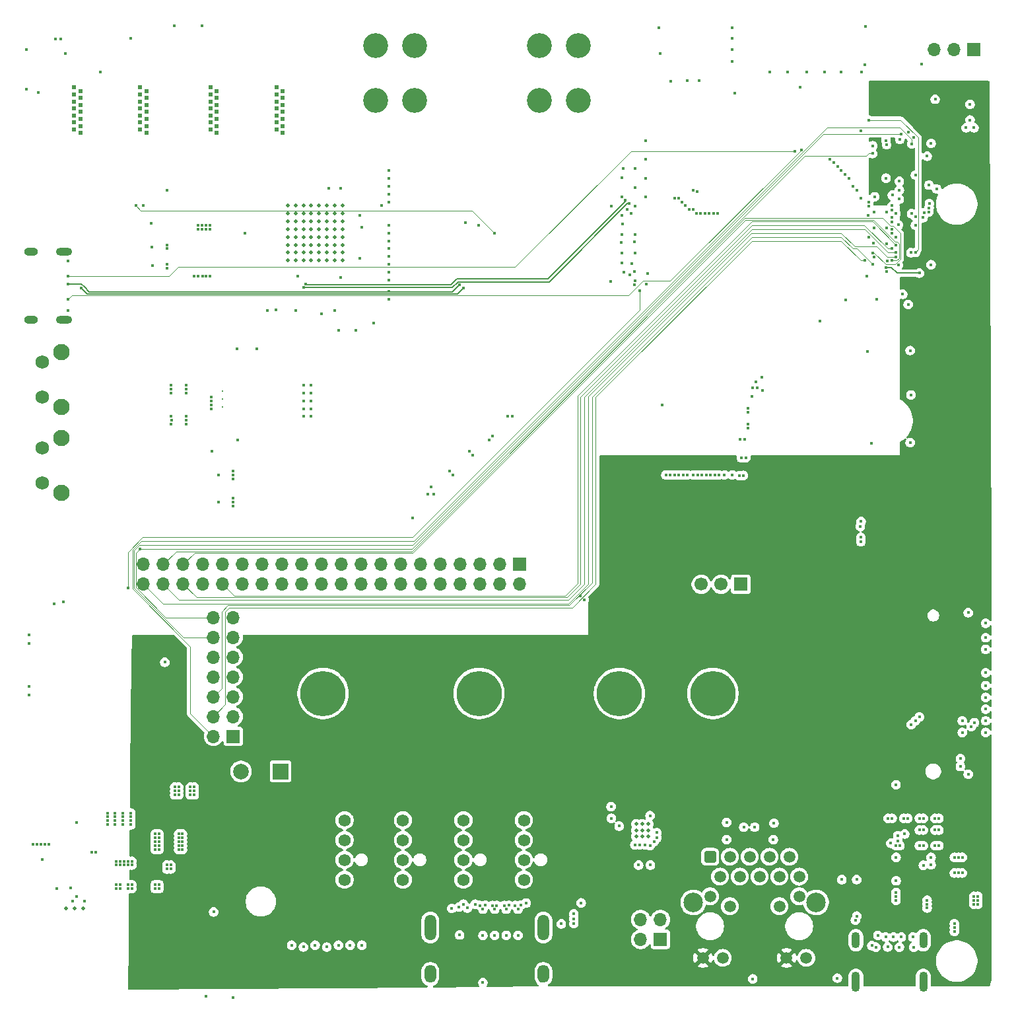
<source format=gbr>
%TF.GenerationSoftware,KiCad,Pcbnew,9.0.3*%
%TF.CreationDate,2025-08-24T22:17:19-04:00*%
%TF.ProjectId,libreboard,6c696272-6562-46f6-9172-642e6b696361,rev?*%
%TF.SameCoordinates,Original*%
%TF.FileFunction,Copper,L4,Inr*%
%TF.FilePolarity,Positive*%
%FSLAX46Y46*%
G04 Gerber Fmt 4.6, Leading zero omitted, Abs format (unit mm)*
G04 Created by KiCad (PCBNEW 9.0.3) date 2025-08-24 22:17:19*
%MOMM*%
%LPD*%
G01*
G04 APERTURE LIST*
G04 Aperture macros list*
%AMRoundRect*
0 Rectangle with rounded corners*
0 $1 Rounding radius*
0 $2 $3 $4 $5 $6 $7 $8 $9 X,Y pos of 4 corners*
0 Add a 4 corners polygon primitive as box body*
4,1,4,$2,$3,$4,$5,$6,$7,$8,$9,$2,$3,0*
0 Add four circle primitives for the rounded corners*
1,1,$1+$1,$2,$3*
1,1,$1+$1,$4,$5*
1,1,$1+$1,$6,$7*
1,1,$1+$1,$8,$9*
0 Add four rect primitives between the rounded corners*
20,1,$1+$1,$2,$3,$4,$5,0*
20,1,$1+$1,$4,$5,$6,$7,0*
20,1,$1+$1,$6,$7,$8,$9,0*
20,1,$1+$1,$8,$9,$2,$3,0*%
G04 Aperture macros list end*
%TA.AperFunction,ComponentPad*%
%ADD10R,1.700000X1.700000*%
%TD*%
%TA.AperFunction,ComponentPad*%
%ADD11O,1.700000X1.700000*%
%TD*%
%TA.AperFunction,ComponentPad*%
%ADD12O,2.100000X1.000000*%
%TD*%
%TA.AperFunction,ComponentPad*%
%ADD13O,1.800000X1.000000*%
%TD*%
%TA.AperFunction,ComponentPad*%
%ADD14RoundRect,0.250500X-0.499500X-0.499500X0.499500X-0.499500X0.499500X0.499500X-0.499500X0.499500X0*%
%TD*%
%TA.AperFunction,ComponentPad*%
%ADD15C,1.500000*%
%TD*%
%TA.AperFunction,ComponentPad*%
%ADD16C,2.500000*%
%TD*%
%TA.AperFunction,ComponentPad*%
%ADD17O,1.500000X3.300000*%
%TD*%
%TA.AperFunction,ComponentPad*%
%ADD18O,1.500000X2.300000*%
%TD*%
%TA.AperFunction,ComponentPad*%
%ADD19C,5.800000*%
%TD*%
%TA.AperFunction,ComponentPad*%
%ADD20C,3.200000*%
%TD*%
%TA.AperFunction,ComponentPad*%
%ADD21C,1.574800*%
%TD*%
%TA.AperFunction,HeatsinkPad*%
%ADD22O,1.100000X2.100000*%
%TD*%
%TA.AperFunction,HeatsinkPad*%
%ADD23O,1.100000X2.600000*%
%TD*%
%TA.AperFunction,ComponentPad*%
%ADD24C,0.300000*%
%TD*%
%TA.AperFunction,ComponentPad*%
%ADD25C,2.100000*%
%TD*%
%TA.AperFunction,ComponentPad*%
%ADD26C,1.750000*%
%TD*%
%TA.AperFunction,HeatsinkPad*%
%ADD27C,0.500000*%
%TD*%
%TA.AperFunction,ComponentPad*%
%ADD28C,0.609600*%
%TD*%
%TA.AperFunction,ComponentPad*%
%ADD29C,1.700000*%
%TD*%
%TA.AperFunction,ComponentPad*%
%ADD30C,0.499999*%
%TD*%
%TA.AperFunction,ComponentPad*%
%ADD31R,2.000000X2.000000*%
%TD*%
%TA.AperFunction,ComponentPad*%
%ADD32C,2.000000*%
%TD*%
%TA.AperFunction,ComponentPad*%
%ADD33C,0.500000*%
%TD*%
%TA.AperFunction,ViaPad*%
%ADD34C,0.450000*%
%TD*%
%TA.AperFunction,Conductor*%
%ADD35C,0.100000*%
%TD*%
%TA.AperFunction,Conductor*%
%ADD36C,0.130000*%
%TD*%
G04 APERTURE END LIST*
D10*
%TO.N,/+3.3v*%
%TO.C,J8*%
X181962600Y-148164100D03*
D11*
%TO.N,/+5v*%
X181962600Y-150704100D03*
%TO.N,/CM5_GPIO ( Ethernet\u002C GPIO\u002C SDCARD)/GPIO2*%
X179422600Y-148164100D03*
%TO.N,/+5v*%
X179422600Y-150704100D03*
%TO.N,/CM5_GPIO ( Ethernet\u002C GPIO\u002C SDCARD)/GPIO3*%
X176882600Y-148164100D03*
%TO.N,GND*%
X176882600Y-150704100D03*
%TO.N,/CM5_GPIO ( Ethernet\u002C GPIO\u002C SDCARD)/GPIO4*%
X174342600Y-148164100D03*
%TO.N,/CM5_GPIO ( Ethernet\u002C GPIO\u002C SDCARD)/GPIO14*%
X174342600Y-150704100D03*
%TO.N,GND*%
X171802600Y-148164100D03*
%TO.N,/CM5_GPIO ( Ethernet\u002C GPIO\u002C SDCARD)/GPIO15*%
X171802600Y-150704100D03*
%TO.N,/CM5_GPIO ( Ethernet\u002C GPIO\u002C SDCARD)/GPIO17*%
X169262600Y-148164100D03*
%TO.N,/CM5_GPIO ( Ethernet\u002C GPIO\u002C SDCARD)/GPIO18*%
X169262600Y-150704100D03*
%TO.N,/CM5_GPIO ( Ethernet\u002C GPIO\u002C SDCARD)/GPIO27*%
X166722600Y-148164100D03*
%TO.N,GND*%
X166722600Y-150704100D03*
%TO.N,/CM5_GPIO ( Ethernet\u002C GPIO\u002C SDCARD)/GPIO22*%
X164182600Y-148164100D03*
%TO.N,/CM5_GPIO ( Ethernet\u002C GPIO\u002C SDCARD)/GPIO23*%
X164182600Y-150704100D03*
%TO.N,/+3.3v*%
X161642600Y-148164100D03*
%TO.N,/CM5_GPIO ( Ethernet\u002C GPIO\u002C SDCARD)/GPIO24*%
X161642600Y-150704100D03*
%TO.N,/CM5_GPIO ( Ethernet\u002C GPIO\u002C SDCARD)/GPIO10*%
X159102600Y-148164100D03*
%TO.N,GND*%
X159102600Y-150704100D03*
%TO.N,/CM5_GPIO ( Ethernet\u002C GPIO\u002C SDCARD)/GPIO9*%
X156562600Y-148164100D03*
%TO.N,/CM5_GPIO ( Ethernet\u002C GPIO\u002C SDCARD)/GPIO25*%
X156562600Y-150704100D03*
%TO.N,/CM5_GPIO ( Ethernet\u002C GPIO\u002C SDCARD)/GPIO11*%
X154022600Y-148164100D03*
%TO.N,/CM5_GPIO ( Ethernet\u002C GPIO\u002C SDCARD)/GPIO8*%
X154022600Y-150704100D03*
%TO.N,GND*%
X151482600Y-148164100D03*
%TO.N,/CM5_GPIO ( Ethernet\u002C GPIO\u002C SDCARD)/GPIO7*%
X151482600Y-150704100D03*
%TO.N,/CM5_GPIO ( Ethernet\u002C GPIO\u002C SDCARD)/ID_SD*%
X148942600Y-148164100D03*
%TO.N,/CM5_GPIO ( Ethernet\u002C GPIO\u002C SDCARD)/ID_SC*%
X148942600Y-150704100D03*
%TO.N,/CM5_GPIO ( Ethernet\u002C GPIO\u002C SDCARD)/GPIO5*%
X146402600Y-148164100D03*
%TO.N,GND*%
X146402600Y-150704100D03*
%TO.N,/CM5_GPIO ( Ethernet\u002C GPIO\u002C SDCARD)/GPIO6*%
X143862600Y-148164100D03*
%TO.N,/CM5_GPIO ( Ethernet\u002C GPIO\u002C SDCARD)/GPIO12*%
X143862600Y-150704100D03*
%TO.N,/CM5_GPIO ( Ethernet\u002C GPIO\u002C SDCARD)/GPIO13*%
X141322600Y-148164100D03*
%TO.N,GND*%
X141322600Y-150704100D03*
%TO.N,/CM5_GPIO ( Ethernet\u002C GPIO\u002C SDCARD)/GPIO19*%
X138782600Y-148164100D03*
%TO.N,/CM5_GPIO ( Ethernet\u002C GPIO\u002C SDCARD)/GPIO16*%
X138782600Y-150704100D03*
%TO.N,/CM5_GPIO ( Ethernet\u002C GPIO\u002C SDCARD)/GPIO26*%
X136242600Y-148164100D03*
%TO.N,/CM5_GPIO ( Ethernet\u002C GPIO\u002C SDCARD)/GPIO20*%
X136242600Y-150704100D03*
%TO.N,GND*%
X133702600Y-148164100D03*
%TO.N,/CM5_GPIO ( Ethernet\u002C GPIO\u002C SDCARD)/GPIO21*%
X133702600Y-150704100D03*
%TD*%
D10*
%TO.N,/CM5_GPIO ( Ethernet\u002C GPIO\u002C SDCARD)/TR1_TAP*%
%TO.C,J9*%
X199998891Y-196224302D03*
D11*
%TO.N,/CM5_GPIO ( Ethernet\u002C GPIO\u002C SDCARD)/TR2_TAP*%
X197458891Y-196224302D03*
%TO.N,/CM5_GPIO ( Ethernet\u002C GPIO\u002C SDCARD)/TR0_TAP*%
X199998891Y-193684302D03*
%TO.N,/CM5_GPIO ( Ethernet\u002C GPIO\u002C SDCARD)/TR3_TAP*%
X197458891Y-193684302D03*
%TD*%
D12*
%TO.N,GND*%
%TO.C,J11*%
X123478891Y-108134100D03*
D13*
X119298891Y-108134100D03*
D12*
X123478891Y-116774100D03*
D13*
X119298891Y-116774100D03*
%TD*%
D14*
%TO.N,/CM5_GPIO ( Ethernet\u002C GPIO\u002C SDCARD)/TRD0_P*%
%TO.C,U3*%
X206363891Y-185644302D03*
D15*
%TO.N,/CM5_GPIO ( Ethernet\u002C GPIO\u002C SDCARD)/TRD0_N*%
X207633891Y-188184302D03*
%TO.N,/CM5_GPIO ( Ethernet\u002C GPIO\u002C SDCARD)/TRD1_P*%
X208903891Y-185644302D03*
%TO.N,Net-(C1-Pad1)*%
X210173891Y-188184302D03*
X211443891Y-185644302D03*
%TO.N,/CM5_GPIO ( Ethernet\u002C GPIO\u002C SDCARD)/TRD1_N*%
X212713891Y-188184302D03*
%TO.N,/CM5_GPIO ( Ethernet\u002C GPIO\u002C SDCARD)/TRD2_P*%
X213983891Y-185644302D03*
%TO.N,/CM5_GPIO ( Ethernet\u002C GPIO\u002C SDCARD)/TRD2_N*%
X215253891Y-188184302D03*
%TO.N,/CM5_GPIO ( Ethernet\u002C GPIO\u002C SDCARD)/TRD3_P*%
X216523891Y-185644302D03*
%TO.N,/CM5_GPIO ( Ethernet\u002C GPIO\u002C SDCARD)/TRD3_N*%
X217793891Y-188184302D03*
%TO.N,/CM5_GPIO ( Ethernet\u002C GPIO\u002C SDCARD)/TR0_TAP*%
X206363891Y-190704302D03*
%TO.N,/CM5_GPIO ( Ethernet\u002C GPIO\u002C SDCARD)/TR1_TAP*%
X208903891Y-191974302D03*
%TO.N,/CM5_GPIO ( Ethernet\u002C GPIO\u002C SDCARD)/TR2_TAP*%
X215253891Y-191974302D03*
%TO.N,/CM5_GPIO ( Ethernet\u002C GPIO\u002C SDCARD)/TR3_TAP*%
X217793891Y-190704302D03*
%TO.N,/+3.3v*%
X205448891Y-198594302D03*
%TO.N,Net-(U3-LEDY_K)*%
X207988891Y-198594302D03*
%TO.N,/+3.3v*%
X216168891Y-198594302D03*
%TO.N,Net-(U3-LEDG_K)*%
X218708891Y-198594302D03*
D16*
%TO.N,GND*%
X204203891Y-191484302D03*
X219953891Y-191484302D03*
%TD*%
D17*
%TO.N,GND*%
%TO.C,J22*%
X184978891Y-194704302D03*
X170478891Y-194704302D03*
D18*
X170478891Y-200664302D03*
X184978891Y-200664302D03*
%TD*%
D10*
%TO.N,GND*%
%TO.C,J2*%
X145202600Y-170204100D03*
D11*
%TO.N,/CM5_GPIO ( Ethernet\u002C GPIO\u002C SDCARD)/nRPIBOOT*%
X142662600Y-170204100D03*
%TO.N,GND*%
X145202600Y-167664100D03*
%TO.N,/CM5_GPIO ( Ethernet\u002C GPIO\u002C SDCARD)/EEPROM_nWP*%
X142662600Y-167664100D03*
%TO.N,GND*%
X145202600Y-165124100D03*
%TO.N,/CM5_GPIO ( Ethernet\u002C GPIO\u002C SDCARD)/SYNC_OUT*%
X142662600Y-165124100D03*
%TO.N,GND*%
X145202600Y-162584100D03*
%TO.N,unconnected-(J2-Pin_8-Pad8)*%
X142662600Y-162584100D03*
%TO.N,GND*%
X145202600Y-160044100D03*
%TO.N,/CM5_GPIO ( Ethernet\u002C GPIO\u002C SDCARD)/USBOTG*%
X142662600Y-160044100D03*
%TO.N,GND*%
X145202600Y-157504100D03*
%TO.N,/CM5_GPIO ( Ethernet\u002C GPIO\u002C SDCARD)/PMIC_ENABLE*%
X142662600Y-157504100D03*
%TO.N,GND*%
X145202600Y-154964100D03*
%TO.N,/CM5_GPIO ( Ethernet\u002C GPIO\u002C SDCARD)/PWR_BUT*%
X142662600Y-154964100D03*
%TD*%
D10*
%TO.N,/CM5_GPIO ( Ethernet\u002C GPIO\u002C SDCARD)/WL_nDis*%
%TO.C,J3*%
X240202600Y-82204100D03*
D11*
%TO.N,GND*%
X237662600Y-82204100D03*
%TO.N,/CM5_GPIO ( Ethernet\u002C GPIO\u002C SDCARD)/BT_nDis*%
X235122600Y-82204100D03*
%TD*%
D19*
%TO.N,GND*%
%TO.C,J4*%
X206727600Y-164704100D03*
X194727600Y-164704100D03*
X176727600Y-164704100D03*
X156727600Y-164704100D03*
%TD*%
D20*
%TO.N,GND*%
%TO.C,J101*%
X184478891Y-81704302D03*
X184478891Y-88704302D03*
X189478891Y-81704302D03*
X189478891Y-88704302D03*
%TD*%
D21*
%TO.N,GND*%
%TO.C,J53*%
X166978891Y-180954302D03*
%TO.N,+12V*%
X166978891Y-183494302D03*
%TO.N,Net-(U10-TACH3)*%
X166978891Y-186034302D03*
%TO.N,Net-(U10-PWM3)*%
X166978891Y-188574302D03*
%TD*%
%TO.N,GND*%
%TO.C,J54*%
X182478891Y-180954302D03*
%TO.N,+12V*%
X182478891Y-183494302D03*
%TO.N,Net-(U10-TACH4)*%
X182478891Y-186034302D03*
%TO.N,Net-(U10-PWM4)*%
X182478891Y-188574302D03*
%TD*%
D22*
%TO.N,GND*%
%TO.C,J15*%
X225062600Y-196324100D03*
D23*
X225062600Y-201684100D03*
D22*
X233702600Y-196324100D03*
D23*
X233702600Y-201684100D03*
%TD*%
D24*
%TO.N,N/C*%
%TO.C,U14*%
X143812600Y-127954100D03*
X143812600Y-126954100D03*
X143812600Y-125954100D03*
%TD*%
D25*
%TO.N,*%
%TO.C,SW2*%
X123192600Y-138954100D03*
X123192600Y-131944100D03*
D26*
%TO.N,unconnected-(SW2-Pad1)*%
X120702600Y-137704100D03*
%TO.N,unconnected-(SW2-Pad2)*%
X120702600Y-133204100D03*
%TD*%
D21*
%TO.N,GND*%
%TO.C,J52*%
X174728891Y-180954302D03*
%TO.N,+12V*%
X174728891Y-183494302D03*
%TO.N,Net-(U10-TACH2)*%
X174728891Y-186034302D03*
%TO.N,Net-(U10-PWM2)*%
X174728891Y-188574302D03*
%TD*%
D27*
%TO.N,GND*%
%TO.C,U10*%
X196877600Y-181429100D03*
X196877600Y-182229100D03*
X196877600Y-183029100D03*
X197677600Y-181429100D03*
X197677600Y-182229100D03*
X197677600Y-183029100D03*
X198477600Y-181429100D03*
X198477600Y-182229100D03*
X198477600Y-183029100D03*
%TD*%
D25*
%TO.N,*%
%TO.C,SW1*%
X123192600Y-127954100D03*
X123192600Y-120944100D03*
D26*
%TO.N,/CM5_GPIO ( Ethernet\u002C GPIO\u002C SDCARD)/PWR_BUT*%
X120702600Y-126704100D03*
%TO.N,GND*%
X120702600Y-122204100D03*
%TD*%
D28*
%TO.N,GND*%
%TO.C,J6*%
X134059200Y-87481200D03*
%TO.N,/CM5_HighSpeed/USB2_VBUS*%
X134059200Y-88381201D03*
%TO.N,Net-(J6-CC1)*%
X134059200Y-89281199D03*
%TO.N,Net-(J6-DP1)*%
X134059200Y-90181200D03*
%TO.N,Net-(J6-DN1)*%
X134059200Y-91081200D03*
%TO.N,/CM5_HighSpeed/USB2_VBUS*%
X134059200Y-91981199D03*
%TO.N,GND*%
X134059200Y-92881199D03*
X133279199Y-92431199D03*
%TO.N,/CM5_HighSpeed/USB2_VBUS*%
X133279199Y-91531199D03*
%TO.N,Net-(J6-CC2)*%
X133279199Y-90631200D03*
%TO.N,Net-(J6-DP1)*%
X133279199Y-89731200D03*
%TO.N,Net-(J6-DN1)*%
X133279199Y-88831199D03*
%TO.N,/CM5_HighSpeed/USB2_VBUS*%
X133279199Y-87931201D03*
%TO.N,GND*%
X133279199Y-87031200D03*
%TD*%
D10*
%TO.N,unconnected-(J19-Pin_1-Pad1)*%
%TO.C,J19*%
X210302600Y-150704100D03*
D29*
%TO.N,unconnected-(J19-Pin_2-Pad2)*%
X207762600Y-150704100D03*
%TO.N,unconnected-(J19-Pin_3-Pad3)*%
X205222600Y-150704100D03*
%TD*%
D21*
%TO.N,GND*%
%TO.C,J51*%
X159478891Y-180954302D03*
%TO.N,+12V*%
X159478891Y-183494302D03*
%TO.N,Net-(J51-TACH)*%
X159478891Y-186034302D03*
%TO.N,Net-(J51-PWM)*%
X159478891Y-188574302D03*
%TD*%
D28*
%TO.N,GND*%
%TO.C,J10*%
X143072800Y-87481200D03*
%TO.N,/CM5_HighSpeed/USB2_VBUS*%
X143072800Y-88381201D03*
%TO.N,Net-(J10-CC1)*%
X143072800Y-89281199D03*
%TO.N,Net-(J10-DP1)*%
X143072800Y-90181200D03*
%TO.N,Net-(J10-DN1)*%
X143072800Y-91081200D03*
%TO.N,/CM5_HighSpeed/USB2_VBUS*%
X143072800Y-91981199D03*
%TO.N,GND*%
X143072800Y-92881199D03*
X142292799Y-92431199D03*
%TO.N,/CM5_HighSpeed/USB2_VBUS*%
X142292799Y-91531199D03*
%TO.N,Net-(J10-CC2)*%
X142292799Y-90631200D03*
%TO.N,Net-(J10-DP1)*%
X142292799Y-89731200D03*
%TO.N,Net-(J10-DN1)*%
X142292799Y-88831199D03*
%TO.N,/CM5_HighSpeed/USB2_VBUS*%
X142292799Y-87931201D03*
%TO.N,GND*%
X142292799Y-87031200D03*
%TD*%
D30*
%TO.N,N/C*%
%TO.C,U4*%
X125937602Y-192234099D03*
X124862600Y-192234099D03*
X123787598Y-192234099D03*
%TD*%
D31*
%TO.N,+12V*%
%TO.C,D4*%
X151282600Y-174704100D03*
D32*
%TO.N,Net-(D4-A)*%
X146202600Y-174704100D03*
%TD*%
D20*
%TO.N,+VDC*%
%TO.C,J100*%
X163478891Y-81704302D03*
X163478891Y-88704302D03*
X168478891Y-81704302D03*
X168478891Y-88704302D03*
%TD*%
D28*
%TO.N,GND*%
%TO.C,J17*%
X151559200Y-87481200D03*
%TO.N,/CM5_HighSpeed/USB2_VBUS*%
X151559200Y-88381201D03*
%TO.N,Net-(J17-CC1)*%
X151559200Y-89281199D03*
%TO.N,Net-(J17-DP1)*%
X151559200Y-90181200D03*
%TO.N,Net-(J17-DN1)*%
X151559200Y-91081200D03*
%TO.N,/CM5_HighSpeed/USB2_VBUS*%
X151559200Y-91981199D03*
%TO.N,GND*%
X151559200Y-92881199D03*
X150779199Y-92431199D03*
%TO.N,/CM5_HighSpeed/USB2_VBUS*%
X150779199Y-91531199D03*
%TO.N,Net-(J17-CC2)*%
X150779199Y-90631200D03*
%TO.N,Net-(J17-DP1)*%
X150779199Y-89731200D03*
%TO.N,Net-(J17-DN1)*%
X150779199Y-88831199D03*
%TO.N,/CM5_HighSpeed/USB2_VBUS*%
X150779199Y-87931201D03*
%TO.N,GND*%
X150779199Y-87031200D03*
%TD*%
%TO.N,GND*%
%TO.C,J1*%
X125600000Y-87481200D03*
%TO.N,/CM5_HighSpeed/USB2_VBUS*%
X125600000Y-88381201D03*
%TO.N,Net-(J1-CC1)*%
X125600000Y-89281199D03*
%TO.N,Net-(J1-DP1)*%
X125600000Y-90181200D03*
%TO.N,Net-(J1-DN1)*%
X125600000Y-91081200D03*
%TO.N,/CM5_HighSpeed/USB2_VBUS*%
X125600000Y-91981199D03*
%TO.N,GND*%
X125600000Y-92881199D03*
X124819999Y-92431199D03*
%TO.N,/CM5_HighSpeed/USB2_VBUS*%
X124819999Y-91531199D03*
%TO.N,Net-(J1-CC2)*%
X124819999Y-90631200D03*
%TO.N,Net-(J1-DP1)*%
X124819999Y-89731200D03*
%TO.N,Net-(J1-DN1)*%
X124819999Y-88831199D03*
%TO.N,/CM5_HighSpeed/USB2_VBUS*%
X124819999Y-87931201D03*
%TO.N,GND*%
X124819999Y-87031200D03*
%TD*%
D33*
%TO.N,unconnected-(U11-VSS-Pad65)*%
%TO.C,U11*%
X152202600Y-102204100D03*
X152202600Y-103204100D03*
X152202600Y-104204100D03*
X152202600Y-105204100D03*
X152202600Y-106204100D03*
X152202600Y-107204100D03*
X152202600Y-108204100D03*
X152202600Y-109204100D03*
X153202600Y-102204100D03*
X153202600Y-103204100D03*
X153202600Y-104204100D03*
X153202600Y-105204100D03*
X153202600Y-106204100D03*
X153202600Y-107204100D03*
X153202600Y-108204100D03*
X153202600Y-109204100D03*
X154202600Y-102204100D03*
X154202600Y-103204100D03*
X154202600Y-104204100D03*
X154202600Y-105204100D03*
X154202600Y-106204100D03*
X154202600Y-107204100D03*
X154202600Y-108204100D03*
X154202600Y-109204100D03*
X155202600Y-102204100D03*
X155202600Y-103204100D03*
X155202600Y-104204100D03*
X155202600Y-105204100D03*
X155202600Y-106204100D03*
X155202600Y-107204100D03*
X155202600Y-108204100D03*
X155202600Y-109204100D03*
X156202600Y-102204100D03*
X156202600Y-103204100D03*
X156202600Y-104204100D03*
X156202600Y-105204100D03*
X156202600Y-106204100D03*
X156202600Y-107204100D03*
X156202600Y-108204100D03*
X156202600Y-109204100D03*
X157202600Y-102204100D03*
X157202600Y-103204100D03*
X157202600Y-104204100D03*
X157202600Y-105204100D03*
X157202600Y-106204100D03*
X157202600Y-107204100D03*
X157202600Y-108204100D03*
X157202600Y-109204100D03*
X158202600Y-102204100D03*
X158202600Y-103204100D03*
X158202600Y-104204100D03*
X158202600Y-105204100D03*
X158202600Y-106204100D03*
X158202600Y-107204100D03*
X158202600Y-108204100D03*
X158202600Y-109204100D03*
X159202600Y-102204100D03*
X159202600Y-103204100D03*
X159202600Y-104204100D03*
X159202600Y-105204100D03*
X159202600Y-106204100D03*
X159202600Y-107204100D03*
X159202600Y-108204100D03*
X159202600Y-109204100D03*
%TD*%
D34*
%TO.N,Net-(U13-OUT)*%
X163202600Y-117204100D03*
X165202600Y-113204100D03*
%TO.N,Net-(C34-Pad1)*%
X164202600Y-102204100D03*
%TO.N,+VDC*%
X142422600Y-127704100D03*
X142422600Y-127204100D03*
X142422600Y-128204100D03*
%TO.N,/CM5_HighSpeed/VBUS_EN*%
X209202600Y-136704100D03*
X200202600Y-127704100D03*
X223252600Y-188566600D03*
%TO.N,/+5v*%
X238202600Y-185704100D03*
%TO.N,GND*%
X238702600Y-187704100D03*
X237702600Y-187704100D03*
%TO.N,/+5v*%
X238702600Y-185704100D03*
X237702600Y-185704100D03*
%TO.N,GND*%
X237702600Y-194704100D03*
X237702600Y-195204100D03*
X237702600Y-194204100D03*
X230202600Y-190704100D03*
X230202600Y-191204100D03*
X230202600Y-190204100D03*
X230702600Y-184204100D03*
X230202600Y-184204100D03*
X230222600Y-185704100D03*
X230428891Y-183645711D03*
X235702600Y-182204100D03*
X235202600Y-182204100D03*
X233702600Y-182204100D03*
X233202600Y-182204100D03*
X229202600Y-180704100D03*
X229702600Y-180704100D03*
X231202600Y-180704100D03*
X231702600Y-180704100D03*
X231328891Y-182704100D03*
X235702600Y-180704100D03*
X235202600Y-180704100D03*
X233702600Y-180704100D03*
X233202600Y-180704100D03*
X238202600Y-187704100D03*
X240702600Y-190704100D03*
X240702600Y-191204100D03*
X240702600Y-191704100D03*
X240202600Y-191704100D03*
X240202600Y-191204100D03*
X240202600Y-190704100D03*
X230222600Y-188704100D03*
%TO.N,/+5v*%
X225152600Y-188566600D03*
%TO.N,GND*%
X232382600Y-195914100D03*
X232482600Y-197214100D03*
%TO.N,/CM5_HighSpeed/USB3_VBUS*%
X234202600Y-191204100D03*
X234202600Y-191704100D03*
X234202600Y-192204100D03*
X230632600Y-197214100D03*
X230882600Y-195914100D03*
X227882600Y-195704100D03*
%TO.N,*%
X132026483Y-80750393D03*
X137626483Y-79150393D03*
%TO.N,GND*%
X139202600Y-125204100D03*
X227343053Y-107024415D03*
X141226483Y-79150393D03*
X195026309Y-98650393D03*
X131702600Y-186704100D03*
X145702600Y-120554100D03*
X181728891Y-195704302D03*
X203426309Y-86150393D03*
X226276309Y-79250393D03*
X239477600Y-154354100D03*
X216326309Y-85050393D03*
X129066309Y-180523898D03*
X209526309Y-87750393D03*
X239477600Y-175054100D03*
X178728891Y-192354302D03*
X241702600Y-162054302D03*
X165202600Y-106704100D03*
X177228891Y-192354302D03*
X132066309Y-181523898D03*
X174178891Y-192066802D03*
X181728891Y-192354302D03*
X129066309Y-180023898D03*
X160927600Y-118154100D03*
X124612600Y-191284101D03*
X127066309Y-185023898D03*
X120702600Y-185984100D03*
X195276309Y-110675393D03*
X177228891Y-201754302D03*
X233702600Y-186724100D03*
X165162600Y-98704100D03*
X136702600Y-109704100D03*
X135202600Y-182704100D03*
X135202600Y-184204100D03*
X130702600Y-186704100D03*
X139202600Y-126204100D03*
X193702600Y-102250393D03*
X132066309Y-181023898D03*
X135202600Y-183204100D03*
X132202600Y-186204100D03*
X229026309Y-105050393D03*
X130066309Y-180523898D03*
X157202600Y-197204100D03*
X193626309Y-111880403D03*
X165202600Y-108704100D03*
X131066309Y-180023898D03*
X141728891Y-203504302D03*
X201326309Y-86270393D03*
X154202600Y-197204100D03*
X156552600Y-116039774D03*
X131702600Y-186204100D03*
X198326309Y-110850393D03*
X238478891Y-173054302D03*
X158702600Y-196954302D03*
X121066309Y-184023898D03*
X135202600Y-183704100D03*
X140702600Y-105204100D03*
X227426309Y-108750393D03*
X139202600Y-125704100D03*
X132202600Y-186704100D03*
X143302600Y-140204100D03*
X211828891Y-201284302D03*
X124053891Y-115654100D03*
X136752600Y-100204100D03*
X142202600Y-105204100D03*
X143302600Y-136704100D03*
X130066309Y-180023898D03*
X231076309Y-113550393D03*
X195026309Y-108250393D03*
X136702600Y-110204100D03*
X208478891Y-181234302D03*
X198126309Y-96260403D03*
X135702600Y-184204100D03*
X194971918Y-106866120D03*
X235426309Y-100050393D03*
X196626309Y-106850393D03*
X228926309Y-98670403D03*
X195026309Y-105860403D03*
X119566309Y-184023898D03*
X231776309Y-114850393D03*
X241702600Y-165204100D03*
X141702600Y-105204100D03*
X133702600Y-102204100D03*
X189828891Y-191554302D03*
X241702600Y-155704100D03*
X234702600Y-186664100D03*
X142202600Y-104704100D03*
X174228891Y-195654302D03*
X230651762Y-100187216D03*
X233526309Y-84050393D03*
X209176309Y-79350393D03*
X232126309Y-108204100D03*
X130202600Y-186704100D03*
X199826309Y-79400393D03*
X230526309Y-104650393D03*
X165162600Y-100704100D03*
X165202600Y-105704100D03*
X227026309Y-132650393D03*
X142477600Y-133704100D03*
X141202600Y-105204100D03*
X157128891Y-163654302D03*
X130702600Y-186204100D03*
X196728176Y-102242923D03*
X141702600Y-104704100D03*
X232026309Y-132550393D03*
X165162600Y-101704100D03*
X225776309Y-85050393D03*
X140702600Y-104704100D03*
X198126309Y-98660403D03*
X210678891Y-181834302D03*
X145178891Y-203716802D03*
X230521271Y-109781766D03*
X122402600Y-80804100D03*
X196726309Y-111820383D03*
X209176309Y-80750393D03*
X195026309Y-103450393D03*
X196726309Y-99850393D03*
X158702600Y-118204100D03*
X139202600Y-130204100D03*
X241702600Y-168204100D03*
X241702600Y-163704100D03*
X165162600Y-99704100D03*
X196626309Y-110650393D03*
X165202600Y-110704100D03*
X227471297Y-101050393D03*
X195126309Y-104550393D03*
X131066309Y-181523898D03*
X209176309Y-82150393D03*
X227702600Y-114204100D03*
X204926309Y-86150393D03*
X232026309Y-120750393D03*
X141202600Y-104704100D03*
X165202600Y-114204100D03*
X241702600Y-169704100D03*
X230428891Y-182945711D03*
X182778891Y-191566802D03*
X165202600Y-111704100D03*
X232126309Y-126450393D03*
X127566309Y-185023898D03*
X230626309Y-101350393D03*
X160202600Y-196954302D03*
X229026309Y-103050393D03*
X196326309Y-109650393D03*
X165202600Y-109704100D03*
X217926309Y-87050393D03*
X150702600Y-115569774D03*
X214546450Y-181327196D03*
X193662600Y-179204100D03*
X195202600Y-97450393D03*
X214478891Y-183434302D03*
X129066309Y-181023898D03*
X132066309Y-180023898D03*
X131066309Y-180523898D03*
X218776309Y-85050393D03*
X139202600Y-129204100D03*
X228976309Y-110650393D03*
X155702600Y-196954302D03*
X165162600Y-97704100D03*
X135702600Y-183704100D03*
X130066309Y-181523898D03*
X232702600Y-104704100D03*
X198126309Y-93840383D03*
X221076309Y-85050393D03*
X158202600Y-115589774D03*
X208478891Y-183434302D03*
X178728891Y-195704302D03*
X196726309Y-108250393D03*
X139202600Y-129704100D03*
X184728891Y-201554302D03*
X199926309Y-82712893D03*
X165202600Y-107704100D03*
X130202600Y-186204100D03*
X196726309Y-97450393D03*
X228926309Y-93835383D03*
X195026309Y-109550393D03*
X130066309Y-181023898D03*
X153202600Y-115589774D03*
X238478891Y-174054302D03*
X241702600Y-157554302D03*
X180228891Y-192354302D03*
X131066309Y-181023898D03*
X161702600Y-196954302D03*
X177228891Y-195704302D03*
X132066309Y-180523898D03*
X129066309Y-181523898D03*
X241702600Y-166704100D03*
X220426309Y-116950393D03*
X196726309Y-105850393D03*
X235226309Y-88550393D03*
X121566309Y-184023898D03*
X227426309Y-105050393D03*
X135702600Y-183204100D03*
X222678891Y-201184302D03*
X136702600Y-107204100D03*
X195026309Y-101050393D03*
X124337254Y-189634100D03*
X198126309Y-101060403D03*
X136702600Y-107704100D03*
X230202600Y-176404100D03*
X122572600Y-189674100D03*
X152702600Y-196954302D03*
X223176309Y-85050393D03*
X226526309Y-120850393D03*
X234702600Y-94204100D03*
X124053891Y-109254100D03*
X232706299Y-103564324D03*
X209176309Y-83750393D03*
X229052878Y-109257020D03*
X180228891Y-195704302D03*
X234426309Y-99550393D03*
X227426309Y-103050393D03*
X135202600Y-184704100D03*
X120066309Y-184023898D03*
X230626309Y-99050393D03*
X226426309Y-111250393D03*
X120566309Y-184023898D03*
X165202600Y-104704100D03*
X135702600Y-184704100D03*
X229007109Y-107047169D03*
X214026309Y-85050393D03*
X212078891Y-181834302D03*
X238702600Y-168204100D03*
X238702600Y-169704100D03*
X241702600Y-159054302D03*
X135702600Y-182704100D03*
X226176309Y-84150393D03*
X131202600Y-186704100D03*
X228976309Y-110650393D03*
X223726309Y-114250393D03*
X131202600Y-186204100D03*
%TO.N,/CM5_GPIO ( Ethernet\u002C GPIO\u002C SDCARD)/nRPIBOOT*%
X232226309Y-94250393D03*
%TO.N,/CM5_GPIO ( Ethernet\u002C GPIO\u002C SDCARD)/EEPROM_nWP*%
X226187434Y-109219266D03*
%TO.N,/CM5_GPIO ( Ethernet\u002C GPIO\u002C SDCARD)/SYNC_OUT*%
X227202600Y-109704100D03*
%TO.N,/CM5_GPIO ( Ethernet\u002C GPIO\u002C SDCARD)/USBOTG*%
X197366309Y-113075395D03*
X131702600Y-151204100D03*
%TO.N,/+3.3v*%
X196702600Y-140704100D03*
X151202600Y-196954302D03*
X197702600Y-140704100D03*
X229487601Y-95989101D03*
X230192600Y-192184100D03*
X197702600Y-140204100D03*
X229202600Y-96204100D03*
X192682600Y-183704100D03*
X197202600Y-141204100D03*
X198702600Y-187714100D03*
X196702600Y-140204100D03*
X192682600Y-180704100D03*
X136427600Y-162604100D03*
X202702600Y-182704100D03*
X195815100Y-182554100D03*
X118702600Y-82204100D03*
X197202600Y-140204100D03*
X146702600Y-105704100D03*
X118702600Y-87279100D03*
X202702600Y-181204100D03*
X192682600Y-182204100D03*
X197702600Y-141204100D03*
X123702600Y-82704100D03*
X198202600Y-177704100D03*
X229702600Y-95704100D03*
X228702600Y-192184100D03*
X197202600Y-187724100D03*
X192702600Y-179204100D03*
X197202600Y-140704100D03*
X149570307Y-115609774D03*
X196702600Y-141204100D03*
%TO.N,/CM5_GPIO ( Ethernet\u002C GPIO\u002C SDCARD)/PMIC_ENABLE*%
X230876309Y-93000393D03*
%TO.N,/CM5_GPIO ( Ethernet\u002C GPIO\u002C SDCARD)/PWR_BUT*%
X227202600Y-95516097D03*
X133202600Y-146204100D03*
%TO.N,/+5v*%
X235702600Y-184204100D03*
X233202600Y-184204100D03*
X154202600Y-129204100D03*
X188880176Y-194182016D03*
X155202600Y-129204100D03*
X154202600Y-126204100D03*
X154202600Y-125204100D03*
X154202600Y-128204100D03*
X233702600Y-184204100D03*
X188878891Y-193564302D03*
X234202600Y-95850393D03*
X155202600Y-126204100D03*
X234702600Y-185704100D03*
X155202600Y-128204100D03*
X235202600Y-184204100D03*
X239202600Y-92204100D03*
X155202600Y-125204100D03*
X148202600Y-120554100D03*
X188880176Y-192967446D03*
X187278891Y-194234302D03*
X155202600Y-127204100D03*
X240202600Y-92204100D03*
X154202600Y-127204100D03*
%TO.N,/CM5_HighSpeed/PCIE_RX_N*%
X211202600Y-128704100D03*
X225626922Y-143295988D03*
%TO.N,/CM5_HighSpeed/PCIE_RX_P*%
X225734383Y-142672317D03*
X211209381Y-128147316D03*
%TO.N,/CM5_HighSpeed/PCIE_TX_N*%
X211201570Y-130721340D03*
X225695819Y-145260884D03*
%TO.N,/CM5_HighSpeed/PCIE_TX_P*%
X211234383Y-130172317D03*
X225702600Y-144704100D03*
%TO.N,/CM5_HighSpeed/PCIE_nCLKREQ*%
X232702600Y-168204100D03*
X212386768Y-125519932D03*
%TO.N,/CM5_HighSpeed/PCIE_CLK_N*%
X240252600Y-168454100D03*
X212993102Y-124204100D03*
%TO.N,/CM5_HighSpeed/PCIE_CLK_P*%
X239852600Y-168929102D03*
X212202600Y-124807807D03*
%TO.N,/CM5_HighSpeed/DPHY0_D0_N*%
X207356131Y-103202998D03*
X208202600Y-136704100D03*
%TO.N,/CM5_HighSpeed/DPHY0_D0_P*%
X206804619Y-103203030D03*
X207502618Y-136704100D03*
%TO.N,/CM5_HighSpeed/DPHY0_D1_N*%
X206952615Y-136704100D03*
X206253374Y-103203329D03*
%TO.N,/CM5_HighSpeed/DPHY0_D1_P*%
X205702600Y-103204100D03*
X206402612Y-136704100D03*
%TO.N,/CM5_HighSpeed/DPHY0_C_N*%
X205151826Y-103203329D03*
X205852609Y-136704100D03*
%TO.N,/CM5_HighSpeed/DPHY0_C_P*%
X205302606Y-136704100D03*
X204600600Y-103203011D03*
%TO.N,/CM5_HighSpeed/DPHY0_D2_N*%
X204202600Y-102704100D03*
X204752603Y-136704100D03*
%TO.N,/CM5_HighSpeed/DPHY0_D2_P*%
X203651826Y-102703329D03*
X204202600Y-136704100D03*
%TO.N,/CM5_HighSpeed/DPHY0_D3_N*%
X203452615Y-136704100D03*
X203202600Y-102204100D03*
%TO.N,/CM5_HighSpeed/DPHY0_D3_P*%
X202902612Y-136704100D03*
X202730270Y-101704100D03*
%TO.N,/CM5_GPIO ( Ethernet\u002C GPIO\u002C SDCARD)/CAM_GPIO0*%
X225702600Y-92579100D03*
X232471309Y-93450393D03*
X202352609Y-101204100D03*
X231826309Y-92750393D03*
X202352609Y-136704100D03*
%TO.N,/CM5_GPIO ( Ethernet\u002C GPIO\u002C SDCARD)/CAM_GPIO1*%
X201802606Y-136704100D03*
X201802606Y-101204100D03*
%TO.N,/CM5_HighSpeed/SCL0*%
X201252603Y-136704100D03*
X204710736Y-100414578D03*
%TO.N,/CM5_HighSpeed/SDA0*%
X204202600Y-100204100D03*
X200702600Y-136704100D03*
%TO.N,/CM5_GPIO ( Ethernet\u002C GPIO\u002C SDCARD)/ID_SC*%
X194702600Y-181704100D03*
X189702600Y-152204100D03*
X230202600Y-106204100D03*
%TO.N,/CM5_GPIO ( Ethernet\u002C GPIO\u002C SDCARD)/ID_SD*%
X226687434Y-106219266D03*
X193702600Y-180704100D03*
X190202600Y-152704100D03*
%TO.N,/CM5_GPIO ( Ethernet\u002C GPIO\u002C SDCARD)/SD_DAT1*%
X234441308Y-102465392D03*
X118993891Y-157164302D03*
%TO.N,/CM5_GPIO ( Ethernet\u002C GPIO\u002C SDCARD)/SD_DAT0*%
X118993891Y-158264302D03*
X234391308Y-103015392D03*
%TO.N,/CM5_GPIO ( Ethernet\u002C GPIO\u002C SDCARD)/SD_CLK*%
X233676308Y-103730392D03*
X122202600Y-153204100D03*
%TO.N,/CM5_GPIO ( Ethernet\u002C GPIO\u002C SDCARD)/SD_CMD*%
X229726309Y-100850393D03*
X123452600Y-152954100D03*
%TO.N,/CM5_GPIO ( Ethernet\u002C GPIO\u002C SDCARD)/SD_DAT3*%
X118993891Y-163764302D03*
X233791308Y-103115392D03*
%TO.N,/CM5_GPIO ( Ethernet\u002C GPIO\u002C SDCARD)/SD_DAT2*%
X118993891Y-164864302D03*
X234491308Y-101915392D03*
%TO.N,/CM5_GPIO ( Ethernet\u002C GPIO\u002C SDCARD)/GPIO2*%
X226702600Y-101704100D03*
%TO.N,/CM5_GPIO ( Ethernet\u002C GPIO\u002C SDCARD)/GPIO3*%
X226702600Y-102254103D03*
%TO.N,/CM5_GPIO ( Ethernet\u002C GPIO\u002C SDCARD)/GPIO4*%
X225702600Y-101204100D03*
%TO.N,/CM5_GPIO ( Ethernet\u002C GPIO\u002C SDCARD)/GPIO14*%
X229702600Y-102204100D03*
%TO.N,/CM5_GPIO ( Ethernet\u002C GPIO\u002C SDCARD)/GPIO15*%
X229702600Y-102754103D03*
%TO.N,/CM5_GPIO ( Ethernet\u002C GPIO\u002C SDCARD)/GPIO17*%
X226608664Y-103409351D03*
%TO.N,/CM5_GPIO ( Ethernet\u002C GPIO\u002C SDCARD)/GPIO18*%
X230202600Y-103204100D03*
%TO.N,/CM5_GPIO ( Ethernet\u002C GPIO\u002C SDCARD)/GPIO27*%
X225202600Y-100204100D03*
%TO.N,/CM5_GPIO ( Ethernet\u002C GPIO\u002C SDCARD)/GPIO22*%
X224702600Y-99704100D03*
%TO.N,/CM5_GPIO ( Ethernet\u002C GPIO\u002C SDCARD)/GPIO23*%
X232202600Y-103204100D03*
%TO.N,/CM5_GPIO ( Ethernet\u002C GPIO\u002C SDCARD)/GPIO24*%
X229714650Y-103719153D03*
%TO.N,/CM5_GPIO ( Ethernet\u002C GPIO\u002C SDCARD)/GPIO10*%
X224202600Y-98704100D03*
%TO.N,/CM5_GPIO ( Ethernet\u002C GPIO\u002C SDCARD)/GPIO9*%
X223702600Y-98204100D03*
%TO.N,/CM5_GPIO ( Ethernet\u002C GPIO\u002C SDCARD)/GPIO25*%
X229700988Y-104268986D03*
%TO.N,/CM5_GPIO ( Ethernet\u002C GPIO\u002C SDCARD)/GPIO11*%
X223202600Y-97704100D03*
%TO.N,/CM5_GPIO ( Ethernet\u002C GPIO\u002C SDCARD)/GPIO8*%
X229702600Y-105204100D03*
%TO.N,/CM5_GPIO ( Ethernet\u002C GPIO\u002C SDCARD)/GPIO7*%
X229702600Y-105754103D03*
%TO.N,/CM5_GPIO ( Ethernet\u002C GPIO\u002C SDCARD)/GPIO5*%
X222702600Y-97204100D03*
%TO.N,/CM5_GPIO ( Ethernet\u002C GPIO\u002C SDCARD)/GPIO6*%
X222202600Y-96704100D03*
%TO.N,/CM5_GPIO ( Ethernet\u002C GPIO\u002C SDCARD)/GPIO12*%
X230202600Y-107204100D03*
%TO.N,/CM5_GPIO ( Ethernet\u002C GPIO\u002C SDCARD)/GPIO13*%
X221702600Y-96204100D03*
%TO.N,/CM5_GPIO ( Ethernet\u002C GPIO\u002C SDCARD)/GPIO19*%
X229702600Y-109204100D03*
%TO.N,/CM5_GPIO ( Ethernet\u002C GPIO\u002C SDCARD)/GPIO16*%
X229702600Y-107704100D03*
%TO.N,/CM5_GPIO ( Ethernet\u002C GPIO\u002C SDCARD)/GPIO26*%
X227202600Y-108225393D03*
%TO.N,/CM5_GPIO ( Ethernet\u002C GPIO\u002C SDCARD)/GPIO20*%
X230202600Y-108204100D03*
%TO.N,/CM5_GPIO ( Ethernet\u002C GPIO\u002C SDCARD)/GPIO21*%
X230202600Y-108754103D03*
%TO.N,/CC1*%
X124053891Y-111204100D03*
X217202600Y-95204100D03*
X227229182Y-94505240D03*
%TO.N,/USB2_P*%
X196649808Y-112365039D03*
X124053891Y-112204100D03*
X174202600Y-112365039D03*
%TO.N,/USB2_N*%
X125702600Y-112755039D03*
X198202600Y-112204100D03*
X174702600Y-112755039D03*
%TO.N,/CC2*%
X229001309Y-94380247D03*
X218045306Y-95046806D03*
X124053891Y-114204100D03*
%TO.N,/CM5_HighSpeed/USB3-0-D_N*%
X229132600Y-197204100D03*
X210383769Y-134507806D03*
X229882600Y-195914100D03*
%TO.N,/CM5_HighSpeed/USB3-0-D_P*%
X210932729Y-134473971D03*
X228882600Y-195914100D03*
%TO.N,/CM5_HighSpeed/USB3-0-RX_N*%
X227632600Y-197214100D03*
X210782730Y-132123970D03*
%TO.N,/CM5_HighSpeed/USB3-0-RX_P*%
X210233770Y-132157806D03*
X227107599Y-197016259D03*
%TO.N,/CM5_HighSpeed/USB3-0-TX_N*%
X225177600Y-193229100D03*
X210632730Y-136773970D03*
%TO.N,/CM5_HighSpeed/USB3-0-TX_P*%
X210083707Y-136806783D03*
X225003240Y-193750734D03*
%TO.N,/CM5_HighSpeed/USB3-1-D_N*%
X154487479Y-112233628D03*
X195455112Y-101456612D03*
%TO.N,/CM5_HighSpeed/USB3-1-D_P*%
X154202600Y-112704100D03*
X195950088Y-101951588D03*
%TO.N,/CM5_GPIO ( Ethernet\u002C GPIO\u002C SDCARD)/TACHO*%
X233202600Y-110841393D03*
X239702600Y-89204100D03*
X228923278Y-110102954D03*
%TO.N,/CM5_GPIO ( Ethernet\u002C GPIO\u002C SDCARD)/PWM*%
X239702600Y-91204100D03*
X234702600Y-109750393D03*
%TO.N,/CM5_HighSpeed/HDMI0_HOTPLUG*%
X174997058Y-104328100D03*
X168202600Y-142204100D03*
X173228891Y-192254302D03*
X195702600Y-102704100D03*
%TO.N,/CM5_HighSpeed/HDMI0_SDA*%
X174728891Y-191704100D03*
X170165600Y-139204100D03*
%TO.N,/CM5_HighSpeed/HDMI0_SCL*%
X170555600Y-138204100D03*
X175228891Y-192204100D03*
%TO.N,/CM5_HighSpeed/HDMI0_CEC*%
X176702600Y-104704100D03*
X196202600Y-103204100D03*
X170945600Y-139204100D03*
X176228891Y-191704100D03*
%TO.N,/CM5_HighSpeed/HDMI0_CK_N*%
X172949620Y-136204100D03*
X176875846Y-191877346D03*
%TO.N,/CM5_HighSpeed/HDMI0_CK_P*%
X177555645Y-191851055D03*
X173339620Y-136704100D03*
%TO.N,/CM5_HighSpeed/HDMI0_D0_N*%
X178430435Y-191892321D03*
X175491120Y-133704100D03*
%TO.N,/CM5_HighSpeed/HDMI0_D0_P*%
X179001924Y-191876855D03*
X175879620Y-134204100D03*
%TO.N,/CM5_HighSpeed/HDMI0_D1_N*%
X179966205Y-191871085D03*
X178019600Y-132204100D03*
%TO.N,/CM5_HighSpeed/HDMI0_D1_P*%
X178419620Y-131704100D03*
X180555645Y-191851055D03*
%TO.N,/CM5_HighSpeed/HDMI0_D2_N*%
X181375846Y-191877346D03*
X180406617Y-129204100D03*
%TO.N,/CM5_HighSpeed/HDMI0_D2_P*%
X180956620Y-129204100D03*
X182055645Y-191851055D03*
%TO.N,Net-(Module1A-LED_nACT)*%
X120202600Y-87704100D03*
X232687434Y-108188934D03*
X226702600Y-91204100D03*
X128202600Y-85051393D03*
%TO.N,/CM5_GPIO ( Ethernet\u002C GPIO\u002C SDCARD)/SD_PWR_ON*%
X136427600Y-160704100D03*
X232702600Y-98275393D03*
%TO.N,/CM5_GPIO ( Ethernet\u002C GPIO\u002C SDCARD)/nPWR_LED*%
X230694790Y-93702947D03*
X123052600Y-80804100D03*
%TO.N,/CM5_HighSpeed/PCIE_PWR_EN*%
X211741308Y-126665392D03*
X229528891Y-183895711D03*
%TO.N,/CM5_HighSpeed/PCIE_nWAKE*%
X232152597Y-168679102D03*
X211837425Y-125546859D03*
%TO.N,/CM5_HighSpeed/PCIE_nRST*%
X233202600Y-167704100D03*
X213068104Y-125838596D03*
%TO.N,/CM5_HighSpeed/VBUS_EN*%
X196093318Y-111094818D03*
X178702600Y-105704100D03*
X132752600Y-102204100D03*
%TO.N,+VDC*%
X137202600Y-126204100D03*
X135702600Y-189204100D03*
X138702600Y-184704100D03*
X138702600Y-183704100D03*
X138202600Y-183704100D03*
X137702600Y-177204100D03*
X137702600Y-177704100D03*
X132202600Y-189204100D03*
X138202600Y-176704100D03*
X136702600Y-186704100D03*
X142422600Y-126704100D03*
X138702600Y-184204100D03*
X138202600Y-177204100D03*
X136702600Y-187204100D03*
X130702600Y-189704100D03*
X140202600Y-177704100D03*
X139702600Y-177204100D03*
X137252600Y-125704100D03*
X137302600Y-129704100D03*
X137202600Y-186704100D03*
X140202600Y-177204100D03*
X137202600Y-129204100D03*
X137202600Y-187204100D03*
X131702600Y-189204100D03*
X138202600Y-184704100D03*
X137702600Y-176704100D03*
X137202600Y-125204100D03*
X130702600Y-189204100D03*
X138202600Y-184204100D03*
X138202600Y-177704100D03*
X138202600Y-182704100D03*
X130202600Y-189704100D03*
X139702600Y-177704100D03*
X139702600Y-176704100D03*
X130202600Y-189204100D03*
X132202600Y-189704100D03*
X135202600Y-189204100D03*
X126112600Y-191284101D03*
X135702600Y-189704100D03*
X137202600Y-130204100D03*
X131702600Y-189704100D03*
X135202600Y-189704100D03*
X140202600Y-176704100D03*
X138202600Y-183204100D03*
X138702600Y-183204100D03*
X138702600Y-182704100D03*
%TO.N,+12V*%
X142702600Y-192704100D03*
%TO.N,Net-(Q1-G)*%
X125107600Y-190704100D03*
X125107600Y-181264100D03*
%TO.N,Net-(J51-TACH)*%
X197202600Y-186704100D03*
X197352600Y-184091600D03*
%TO.N,Net-(J51-PWM)*%
X196702600Y-184091600D03*
%TO.N,Net-(U10-TACH2)*%
X198702600Y-186694100D03*
X198652600Y-184204100D03*
%TO.N,Net-(U10-PWM2)*%
X198002600Y-184091600D03*
%TO.N,Net-(U10-TACH3)*%
X199540100Y-182554100D03*
%TO.N,Net-(U10-PWM3)*%
X199540100Y-183204100D03*
%TO.N,Net-(U10-PWM4)*%
X198652600Y-180366600D03*
X199165100Y-183704100D03*
%TO.N,Net-(J1-DN1)*%
X161402600Y-108954100D03*
%TO.N,Net-(J6-DN1)*%
X161702600Y-104954100D03*
%TO.N,Net-(J10-DN1)*%
X158952600Y-100004100D03*
%TO.N,Net-(C34-Pad1)*%
X158952600Y-111404100D03*
X153452600Y-111204100D03*
%TO.N,Net-(C39-Pad1)*%
X157452600Y-100004100D03*
X161402600Y-103454100D03*
%TO.N,/+5v*%
X145802600Y-132204100D03*
X145202600Y-140704100D03*
X145202600Y-139704100D03*
X145202600Y-140204100D03*
X145202600Y-136704100D03*
X145202600Y-136204100D03*
X145202600Y-137204100D03*
%TO.N,/CM5_HighSpeed/USB2_VBUS*%
X142202600Y-111204100D03*
X141302600Y-111204100D03*
X140202600Y-111204100D03*
X140702600Y-111204100D03*
X134802600Y-107479100D03*
X141702600Y-111204100D03*
X141302600Y-111204100D03*
X134815100Y-109879100D03*
X134652600Y-104479100D03*
X141302600Y-111204100D03*
%TD*%
D35*
%TO.N,/CM5_GPIO ( Ethernet\u002C GPIO\u002C SDCARD)/nRPIBOOT*%
X139702600Y-158704100D02*
X132300600Y-151302100D01*
X133386599Y-145204100D02*
X168418344Y-145204100D01*
X142662600Y-170204100D02*
X139702600Y-167244100D01*
X139702600Y-167244100D02*
X139702600Y-158704100D01*
X168418344Y-145204100D02*
X221418344Y-92204100D01*
X132300600Y-151302100D02*
X132300600Y-146290099D01*
X221418344Y-92204100D02*
X230693271Y-92204100D01*
X230693271Y-92204100D02*
X232226309Y-93737138D01*
X132300600Y-146290099D02*
X133386599Y-145204100D01*
X232226309Y-93737138D02*
X232226309Y-94250393D01*
%TO.N,/CM5_GPIO ( Ethernet\u002C GPIO\u002C SDCARD)/EEPROM_nWP*%
X177202600Y-153704100D02*
X188702600Y-153704100D01*
X223202600Y-106704100D02*
X225702600Y-109204100D01*
X144201600Y-154205100D02*
X144702600Y-153704100D01*
X144201600Y-166125100D02*
X144201600Y-154205100D01*
X211702600Y-106704100D02*
X223202600Y-106704100D01*
X191702600Y-126704100D02*
X211702600Y-106704100D01*
X225702600Y-109204100D02*
X226172268Y-109204100D01*
X226172268Y-109204100D02*
X226187434Y-109219266D01*
X188702600Y-153704100D02*
X191702600Y-150704100D01*
X191702600Y-150704100D02*
X191702600Y-148704100D01*
X191702600Y-148704100D02*
X191702600Y-126704100D01*
X144702600Y-153704100D02*
X177202600Y-153704100D01*
X142662600Y-167664100D02*
X144201600Y-166125100D01*
%TO.N,/CM5_GPIO ( Ethernet\u002C GPIO\u002C SDCARD)/SYNC_OUT*%
X225202600Y-107704100D02*
X227202600Y-109704100D01*
X211702600Y-106204100D02*
X223202600Y-106204100D01*
X191202600Y-150488356D02*
X191202600Y-126704100D01*
X143702600Y-154204100D02*
X144501600Y-153405100D01*
X224702600Y-107704100D02*
X225202600Y-107704100D01*
X188285856Y-153405100D02*
X191202600Y-150488356D01*
X223202600Y-106204100D02*
X224702600Y-107704100D01*
X142662600Y-165124100D02*
X143702600Y-164084100D01*
X143702600Y-164084100D02*
X143702600Y-154204100D01*
X144501600Y-153405100D02*
X188285856Y-153405100D01*
X191202600Y-126704100D02*
X211702600Y-106204100D01*
%TO.N,/CM5_GPIO ( Ethernet\u002C GPIO\u002C SDCARD)/USBOTG*%
X168202600Y-144704100D02*
X197366309Y-115540391D01*
X133602343Y-144704100D02*
X168202600Y-144704100D01*
X197366309Y-115540391D02*
X197366309Y-113075395D01*
X131702600Y-151204100D02*
X131702600Y-146603843D01*
X131702600Y-146603843D02*
X133602343Y-144704100D01*
%TO.N,/CM5_GPIO ( Ethernet\u002C GPIO\u002C SDCARD)/PMIC_ENABLE*%
X168202600Y-145704100D02*
X220906307Y-93000393D01*
X132501600Y-151202984D02*
X132501600Y-146373355D01*
X138802716Y-157504100D02*
X132501600Y-151202984D01*
X220906307Y-93000393D02*
X230876309Y-93000393D01*
X132501600Y-146373355D02*
X133170855Y-145704100D01*
X142662600Y-157504100D02*
X138802716Y-157504100D01*
X133170855Y-145704100D02*
X168202600Y-145704100D01*
%TO.N,/CM5_GPIO ( Ethernet\u002C GPIO\u002C SDCARD)/PWR_BUT*%
X132702600Y-151119728D02*
X132702600Y-146704100D01*
X226690605Y-95516097D02*
X226378602Y-95828100D01*
X168134088Y-146204100D02*
X133202600Y-146204100D01*
X226378602Y-95828100D02*
X218510088Y-95828100D01*
X227202600Y-95516097D02*
X226690605Y-95516097D01*
X218510088Y-95828100D02*
X168134088Y-146204100D01*
X142662600Y-154964100D02*
X136546972Y-154964100D01*
X136546972Y-154964100D02*
X132702600Y-151119728D01*
X132702600Y-146704100D02*
X133202600Y-146204100D01*
%TO.N,/CM5_GPIO ( Ethernet\u002C GPIO\u002C SDCARD)/GPIO12*%
X145362600Y-152204100D02*
X187784999Y-152204100D01*
X189392299Y-150596800D02*
X189392299Y-126514401D01*
X189392299Y-126514401D02*
X211702600Y-104204100D01*
X187784999Y-152204100D02*
X189392299Y-150596800D01*
X143862600Y-150704100D02*
X145362600Y-152204100D01*
X227202600Y-104204100D02*
X230202600Y-107204100D01*
X211702600Y-104204100D02*
X227202600Y-104204100D01*
%TO.N,/CM5_GPIO ( Ethernet\u002C GPIO\u002C SDCARD)/GPIO19*%
X210903600Y-104003100D02*
X227285856Y-104003100D01*
X138782600Y-148164100D02*
X140242600Y-146704100D01*
X230578600Y-107048355D02*
X230578600Y-108909848D01*
X230358345Y-106828100D02*
X230578600Y-107048355D01*
X230578600Y-108909848D02*
X230284348Y-109204100D01*
X168202600Y-146704100D02*
X210903600Y-104003100D01*
X230284348Y-109204100D02*
X229702600Y-109204100D01*
X227285856Y-104003100D02*
X230110856Y-106828100D01*
X140242600Y-146704100D02*
X168202600Y-146704100D01*
X230110856Y-106828100D02*
X230358345Y-106828100D01*
%TO.N,/CM5_GPIO ( Ethernet\u002C GPIO\u002C SDCARD)/GPIO16*%
X211702600Y-104704100D02*
X226132295Y-104704100D01*
X140483600Y-152405100D02*
X188001600Y-152405100D01*
X188001600Y-152405100D02*
X189702600Y-150704100D01*
X138782600Y-150704100D02*
X140483600Y-152405100D01*
X226132295Y-104704100D02*
X229132295Y-107704100D01*
X189702600Y-150704100D02*
X189702600Y-126704100D01*
X189702600Y-126704100D02*
X211702600Y-104704100D01*
X229132295Y-107704100D02*
X229702600Y-107704100D01*
%TO.N,/CM5_GPIO ( Ethernet\u002C GPIO\u002C SDCARD)/GPIO26*%
X168119344Y-146503100D02*
X210820344Y-103802100D01*
X230779600Y-105749355D02*
X230779600Y-108993105D01*
X227433054Y-108225393D02*
X227202600Y-108225393D01*
X230068605Y-109704100D02*
X228911761Y-109704100D01*
X229546855Y-104828100D02*
X229858345Y-104828100D01*
X230779600Y-108993105D02*
X230068605Y-109704100D01*
X228520855Y-103802100D02*
X229546855Y-104828100D01*
X229858345Y-104828100D02*
X230779600Y-105749355D01*
X137903600Y-146503100D02*
X168119344Y-146503100D01*
X228911761Y-109704100D02*
X227433054Y-108225393D01*
X136242600Y-148164100D02*
X137903600Y-146503100D01*
X210820344Y-103802100D02*
X228520855Y-103802100D01*
%TO.N,/CM5_GPIO ( Ethernet\u002C GPIO\u002C SDCARD)/GPIO20*%
X226202600Y-105204100D02*
X229202600Y-108204100D01*
X136242600Y-150704100D02*
X138242600Y-152704100D01*
X229202600Y-108204100D02*
X230202600Y-108204100D01*
X190202600Y-126704100D02*
X211702600Y-105204100D01*
X138242600Y-152704100D02*
X188202600Y-152704100D01*
X190202600Y-150704100D02*
X190202600Y-126704100D01*
X211702600Y-105204100D02*
X226202600Y-105204100D01*
X188202600Y-152704100D02*
X190202600Y-150704100D01*
%TO.N,/CM5_GPIO ( Ethernet\u002C GPIO\u002C SDCARD)/GPIO21*%
X229081706Y-108754103D02*
X230202600Y-108754103D01*
X190702600Y-150704100D02*
X190702600Y-126667778D01*
X136202600Y-153204100D02*
X188202600Y-153204100D01*
X223202600Y-105704100D02*
X224898915Y-107400415D01*
X188202600Y-153204100D02*
X190702600Y-150704100D01*
X224898915Y-107400415D02*
X227728018Y-107400415D01*
X227728018Y-107400415D02*
X229081706Y-108754103D01*
X211666278Y-105704100D02*
X223202600Y-105704100D01*
X190702600Y-126667778D02*
X211666278Y-105704100D01*
X133702600Y-150704100D02*
X136202600Y-153204100D01*
%TO.N,/CC1*%
X137003891Y-111204100D02*
X138127891Y-110080100D01*
X181326600Y-110080100D02*
X196202600Y-95204100D01*
X124053891Y-111204100D02*
X137003891Y-111204100D01*
X196202600Y-95204100D02*
X217202600Y-95204100D01*
X138127891Y-110080100D02*
X181326600Y-110080100D01*
D36*
%TO.N,/USB2_P*%
X173310539Y-113257100D02*
X174202600Y-112365039D01*
X126093600Y-112595100D02*
X126755600Y-113257100D01*
X124053891Y-112204100D02*
X125704619Y-112204100D01*
X125704619Y-112204100D02*
X126093600Y-112593081D01*
X126093600Y-112593081D02*
X126093600Y-112595100D01*
X126755600Y-113257100D02*
X173310539Y-113257100D01*
%TO.N,/USB2_N*%
X173969539Y-113488100D02*
X174702600Y-112755039D01*
X126435661Y-113488100D02*
X173969539Y-113488100D01*
X125702600Y-112755039D02*
X126435661Y-113488100D01*
D35*
%TO.N,/CC2*%
X195879176Y-113704100D02*
X197755176Y-111828100D01*
X197755176Y-111828100D02*
X201264012Y-111828100D01*
X124553891Y-113704100D02*
X195879176Y-113704100D01*
X201264012Y-111828100D02*
X218045306Y-95046806D01*
X124053891Y-114204100D02*
X124553891Y-113704100D01*
D36*
%TO.N,/CM5_HighSpeed/USB3-1-D_N*%
X173883250Y-111594059D02*
X185543940Y-111594059D01*
X185543940Y-111594059D02*
X195455112Y-101682887D01*
X173153210Y-112324099D02*
X173883250Y-111594059D01*
X154577950Y-112324099D02*
X173153210Y-112324099D01*
X195455112Y-101682887D02*
X195455112Y-101456612D01*
X154487479Y-112233628D02*
X154577950Y-112324099D01*
%TO.N,/CM5_HighSpeed/USB3-1-D_P*%
X173310581Y-112704100D02*
X174040642Y-111974039D01*
X174040642Y-111974039D02*
X185701362Y-111974039D01*
X154202600Y-112704100D02*
X173310581Y-112704100D01*
X195723813Y-101951588D02*
X195950088Y-101951588D01*
X185701362Y-111974039D02*
X195723813Y-101951588D01*
%TO.N,/CM5_GPIO ( Ethernet\u002C GPIO\u002C SDCARD)/TACHO*%
X228923278Y-110102954D02*
X229625912Y-110102954D01*
X230364351Y-110841393D02*
X233202600Y-110841393D01*
X229625912Y-110102954D02*
X230364351Y-110841393D01*
D35*
%TO.N,Net-(Module1A-LED_nACT)*%
X233082299Y-107794069D02*
X232687434Y-108188934D01*
X233082299Y-93474638D02*
X233082299Y-107794069D01*
X230811761Y-91204100D02*
X233082299Y-93474638D01*
X226702600Y-91204100D02*
X230811761Y-91204100D01*
%TO.N,/CM5_HighSpeed/VBUS_EN*%
X132702600Y-102204100D02*
X133301600Y-102803100D01*
X132752600Y-102204100D02*
X132702600Y-102204100D01*
X175801600Y-102803100D02*
X178702600Y-105704100D01*
X133301600Y-102803100D02*
X175801600Y-102803100D01*
%TD*%
%TA.AperFunction,Conductor*%
%TO.N,/+3.3v*%
G36*
X242123064Y-86223785D02*
G01*
X242168819Y-86276589D01*
X242180024Y-86327526D01*
X242468390Y-148614494D01*
X242468391Y-148615068D01*
X242468391Y-155333543D01*
X242448706Y-155400582D01*
X242395902Y-155446337D01*
X242326744Y-155456281D01*
X242263188Y-155427256D01*
X242241289Y-155402434D01*
X242180690Y-155311742D01*
X242180687Y-155311738D01*
X242094961Y-155226012D01*
X242094957Y-155226009D01*
X241994146Y-155158649D01*
X241882135Y-155112253D01*
X241882127Y-155112251D01*
X241763225Y-155088600D01*
X241763221Y-155088600D01*
X241641979Y-155088600D01*
X241641974Y-155088600D01*
X241523072Y-155112251D01*
X241523064Y-155112253D01*
X241411053Y-155158649D01*
X241310242Y-155226009D01*
X241310238Y-155226012D01*
X241224512Y-155311738D01*
X241224509Y-155311742D01*
X241157149Y-155412553D01*
X241110753Y-155524564D01*
X241110751Y-155524572D01*
X241087100Y-155643474D01*
X241087100Y-155764725D01*
X241110751Y-155883627D01*
X241110753Y-155883635D01*
X241157149Y-155995646D01*
X241224509Y-156096457D01*
X241224512Y-156096461D01*
X241310238Y-156182187D01*
X241310242Y-156182190D01*
X241411051Y-156249549D01*
X241523065Y-156295947D01*
X241641974Y-156319599D01*
X241641978Y-156319600D01*
X241641979Y-156319600D01*
X241763222Y-156319600D01*
X241763223Y-156319599D01*
X241882135Y-156295947D01*
X241994149Y-156249549D01*
X242094958Y-156182190D01*
X242180690Y-156096458D01*
X242241289Y-156005766D01*
X242294901Y-155960960D01*
X242364226Y-155952253D01*
X242427253Y-155982407D01*
X242463973Y-156041850D01*
X242468391Y-156074656D01*
X242468391Y-157183745D01*
X242448706Y-157250784D01*
X242395902Y-157296539D01*
X242326744Y-157306483D01*
X242263188Y-157277458D01*
X242241289Y-157252636D01*
X242180690Y-157161944D01*
X242180687Y-157161940D01*
X242094961Y-157076214D01*
X242094957Y-157076211D01*
X241994146Y-157008851D01*
X241882135Y-156962455D01*
X241882127Y-156962453D01*
X241763225Y-156938802D01*
X241763221Y-156938802D01*
X241641979Y-156938802D01*
X241641974Y-156938802D01*
X241523072Y-156962453D01*
X241523064Y-156962455D01*
X241411053Y-157008851D01*
X241310242Y-157076211D01*
X241310238Y-157076214D01*
X241224512Y-157161940D01*
X241224509Y-157161944D01*
X241157149Y-157262755D01*
X241110753Y-157374766D01*
X241110751Y-157374774D01*
X241087100Y-157493676D01*
X241087100Y-157614927D01*
X241110751Y-157733829D01*
X241110753Y-157733837D01*
X241157149Y-157845848D01*
X241224509Y-157946659D01*
X241224512Y-157946663D01*
X241310238Y-158032389D01*
X241310242Y-158032392D01*
X241411051Y-158099751D01*
X241523065Y-158146149D01*
X241641974Y-158169801D01*
X241641978Y-158169802D01*
X241641979Y-158169802D01*
X241763222Y-158169802D01*
X241763223Y-158169801D01*
X241882135Y-158146149D01*
X241994149Y-158099751D01*
X242094958Y-158032392D01*
X242180690Y-157946660D01*
X242241289Y-157855968D01*
X242294901Y-157811162D01*
X242364226Y-157802455D01*
X242427253Y-157832609D01*
X242463973Y-157892052D01*
X242468391Y-157924858D01*
X242468391Y-158683745D01*
X242448706Y-158750784D01*
X242395902Y-158796539D01*
X242326744Y-158806483D01*
X242263188Y-158777458D01*
X242241289Y-158752636D01*
X242180690Y-158661944D01*
X242180687Y-158661940D01*
X242094961Y-158576214D01*
X242094957Y-158576211D01*
X241994146Y-158508851D01*
X241882135Y-158462455D01*
X241882127Y-158462453D01*
X241763225Y-158438802D01*
X241763221Y-158438802D01*
X241641979Y-158438802D01*
X241641974Y-158438802D01*
X241523072Y-158462453D01*
X241523064Y-158462455D01*
X241411053Y-158508851D01*
X241310242Y-158576211D01*
X241310238Y-158576214D01*
X241224512Y-158661940D01*
X241224509Y-158661944D01*
X241157149Y-158762755D01*
X241110753Y-158874766D01*
X241110751Y-158874774D01*
X241087100Y-158993676D01*
X241087100Y-159114927D01*
X241110751Y-159233829D01*
X241110753Y-159233837D01*
X241157149Y-159345848D01*
X241224509Y-159446659D01*
X241224512Y-159446663D01*
X241310238Y-159532389D01*
X241310242Y-159532392D01*
X241411051Y-159599751D01*
X241523065Y-159646149D01*
X241641974Y-159669801D01*
X241641978Y-159669802D01*
X241641979Y-159669802D01*
X241763222Y-159669802D01*
X241763223Y-159669801D01*
X241882135Y-159646149D01*
X241994149Y-159599751D01*
X242094958Y-159532392D01*
X242180690Y-159446660D01*
X242241289Y-159355968D01*
X242294901Y-159311162D01*
X242364226Y-159302455D01*
X242427253Y-159332609D01*
X242463973Y-159392052D01*
X242468391Y-159424858D01*
X242468391Y-161683745D01*
X242448706Y-161750784D01*
X242395902Y-161796539D01*
X242326744Y-161806483D01*
X242263188Y-161777458D01*
X242241289Y-161752636D01*
X242180690Y-161661944D01*
X242180687Y-161661940D01*
X242094961Y-161576214D01*
X242094957Y-161576211D01*
X241994146Y-161508851D01*
X241882135Y-161462455D01*
X241882127Y-161462453D01*
X241763225Y-161438802D01*
X241763221Y-161438802D01*
X241641979Y-161438802D01*
X241641974Y-161438802D01*
X241523072Y-161462453D01*
X241523064Y-161462455D01*
X241411053Y-161508851D01*
X241310242Y-161576211D01*
X241310238Y-161576214D01*
X241224512Y-161661940D01*
X241224509Y-161661944D01*
X241157149Y-161762755D01*
X241110753Y-161874766D01*
X241110751Y-161874774D01*
X241087100Y-161993676D01*
X241087100Y-162114927D01*
X241110751Y-162233829D01*
X241110753Y-162233837D01*
X241157149Y-162345848D01*
X241224509Y-162446659D01*
X241224512Y-162446663D01*
X241310238Y-162532389D01*
X241310242Y-162532392D01*
X241411051Y-162599751D01*
X241523065Y-162646149D01*
X241641974Y-162669801D01*
X241641978Y-162669802D01*
X241641979Y-162669802D01*
X241763222Y-162669802D01*
X241763223Y-162669801D01*
X241882135Y-162646149D01*
X241994149Y-162599751D01*
X242094958Y-162532392D01*
X242180690Y-162446660D01*
X242241289Y-162355968D01*
X242294901Y-162311162D01*
X242364226Y-162302455D01*
X242427253Y-162332609D01*
X242463973Y-162392052D01*
X242468391Y-162424858D01*
X242468391Y-163333543D01*
X242448706Y-163400582D01*
X242395902Y-163446337D01*
X242326744Y-163456281D01*
X242263188Y-163427256D01*
X242241289Y-163402434D01*
X242180690Y-163311742D01*
X242180687Y-163311738D01*
X242094961Y-163226012D01*
X242094957Y-163226009D01*
X241994146Y-163158649D01*
X241882135Y-163112253D01*
X241882127Y-163112251D01*
X241763225Y-163088600D01*
X241763221Y-163088600D01*
X241641979Y-163088600D01*
X241641974Y-163088600D01*
X241523072Y-163112251D01*
X241523064Y-163112253D01*
X241411053Y-163158649D01*
X241310242Y-163226009D01*
X241310238Y-163226012D01*
X241224512Y-163311738D01*
X241224509Y-163311742D01*
X241157149Y-163412553D01*
X241110753Y-163524564D01*
X241110751Y-163524572D01*
X241087100Y-163643474D01*
X241087100Y-163764725D01*
X241110751Y-163883627D01*
X241110753Y-163883635D01*
X241157149Y-163995646D01*
X241224509Y-164096457D01*
X241224512Y-164096461D01*
X241310238Y-164182187D01*
X241310242Y-164182190D01*
X241411051Y-164249549D01*
X241523065Y-164295947D01*
X241641974Y-164319599D01*
X241641978Y-164319600D01*
X241641979Y-164319600D01*
X241763222Y-164319600D01*
X241763223Y-164319599D01*
X241882135Y-164295947D01*
X241994149Y-164249549D01*
X242094958Y-164182190D01*
X242180690Y-164096458D01*
X242241289Y-164005766D01*
X242294901Y-163960960D01*
X242364226Y-163952253D01*
X242427253Y-163982407D01*
X242463973Y-164041850D01*
X242468391Y-164074656D01*
X242468391Y-164833543D01*
X242448706Y-164900582D01*
X242395902Y-164946337D01*
X242326744Y-164956281D01*
X242263188Y-164927256D01*
X242241289Y-164902434D01*
X242180690Y-164811742D01*
X242180687Y-164811738D01*
X242094961Y-164726012D01*
X242094957Y-164726009D01*
X241994146Y-164658649D01*
X241882135Y-164612253D01*
X241882127Y-164612251D01*
X241763225Y-164588600D01*
X241763221Y-164588600D01*
X241641979Y-164588600D01*
X241641974Y-164588600D01*
X241523072Y-164612251D01*
X241523064Y-164612253D01*
X241411053Y-164658649D01*
X241310242Y-164726009D01*
X241310238Y-164726012D01*
X241224512Y-164811738D01*
X241224509Y-164811742D01*
X241157149Y-164912553D01*
X241110753Y-165024564D01*
X241110751Y-165024572D01*
X241087100Y-165143474D01*
X241087100Y-165264725D01*
X241110751Y-165383627D01*
X241110753Y-165383635D01*
X241157149Y-165495646D01*
X241224509Y-165596457D01*
X241224512Y-165596461D01*
X241310238Y-165682187D01*
X241310242Y-165682190D01*
X241411051Y-165749549D01*
X241523065Y-165795947D01*
X241613690Y-165813973D01*
X241641974Y-165819599D01*
X241641978Y-165819600D01*
X241641979Y-165819600D01*
X241763222Y-165819600D01*
X241763223Y-165819599D01*
X241882135Y-165795947D01*
X241994149Y-165749549D01*
X242094958Y-165682190D01*
X242180690Y-165596458D01*
X242241289Y-165505766D01*
X242294901Y-165460960D01*
X242364226Y-165452253D01*
X242427253Y-165482407D01*
X242463973Y-165541850D01*
X242468391Y-165574656D01*
X242468391Y-166333543D01*
X242448706Y-166400582D01*
X242395902Y-166446337D01*
X242326744Y-166456281D01*
X242263188Y-166427256D01*
X242241289Y-166402434D01*
X242180690Y-166311742D01*
X242180687Y-166311738D01*
X242094961Y-166226012D01*
X242094957Y-166226009D01*
X241994146Y-166158649D01*
X241882135Y-166112253D01*
X241882127Y-166112251D01*
X241763225Y-166088600D01*
X241763221Y-166088600D01*
X241641979Y-166088600D01*
X241641974Y-166088600D01*
X241523072Y-166112251D01*
X241523064Y-166112253D01*
X241411053Y-166158649D01*
X241310242Y-166226009D01*
X241310238Y-166226012D01*
X241224512Y-166311738D01*
X241224509Y-166311742D01*
X241157149Y-166412553D01*
X241110753Y-166524564D01*
X241110751Y-166524572D01*
X241087100Y-166643474D01*
X241087100Y-166764725D01*
X241110751Y-166883627D01*
X241110753Y-166883635D01*
X241157149Y-166995646D01*
X241224509Y-167096457D01*
X241224512Y-167096461D01*
X241310238Y-167182187D01*
X241310242Y-167182190D01*
X241411051Y-167249549D01*
X241523065Y-167295947D01*
X241641974Y-167319599D01*
X241641978Y-167319600D01*
X241641979Y-167319600D01*
X241763222Y-167319600D01*
X241763223Y-167319599D01*
X241882135Y-167295947D01*
X241994149Y-167249549D01*
X242094958Y-167182190D01*
X242180690Y-167096458D01*
X242241289Y-167005766D01*
X242294901Y-166960960D01*
X242364226Y-166952253D01*
X242427253Y-166982407D01*
X242463973Y-167041850D01*
X242468391Y-167074656D01*
X242468391Y-167833543D01*
X242448706Y-167900582D01*
X242395902Y-167946337D01*
X242326744Y-167956281D01*
X242263188Y-167927256D01*
X242241289Y-167902434D01*
X242180690Y-167811742D01*
X242180687Y-167811738D01*
X242094961Y-167726012D01*
X242094957Y-167726009D01*
X241994146Y-167658649D01*
X241882135Y-167612253D01*
X241882127Y-167612251D01*
X241763225Y-167588600D01*
X241763221Y-167588600D01*
X241641979Y-167588600D01*
X241641974Y-167588600D01*
X241523072Y-167612251D01*
X241523064Y-167612253D01*
X241411053Y-167658649D01*
X241310242Y-167726009D01*
X241310238Y-167726012D01*
X241224512Y-167811738D01*
X241224509Y-167811742D01*
X241157149Y-167912553D01*
X241110753Y-168024564D01*
X241110751Y-168024572D01*
X241087100Y-168143474D01*
X241087100Y-168143478D01*
X241087100Y-168143479D01*
X241087100Y-168264721D01*
X241110753Y-168383635D01*
X241112641Y-168388193D01*
X241157149Y-168495646D01*
X241224509Y-168596457D01*
X241224512Y-168596461D01*
X241310238Y-168682187D01*
X241310242Y-168682190D01*
X241411051Y-168749549D01*
X241411052Y-168749549D01*
X241411053Y-168749550D01*
X241411094Y-168749567D01*
X241523065Y-168795947D01*
X241641974Y-168819599D01*
X241641978Y-168819600D01*
X241641979Y-168819600D01*
X241763222Y-168819600D01*
X241763223Y-168819599D01*
X241882135Y-168795947D01*
X241994149Y-168749549D01*
X242094958Y-168682190D01*
X242180690Y-168596458D01*
X242241289Y-168505766D01*
X242294901Y-168460960D01*
X242364226Y-168452253D01*
X242427253Y-168482407D01*
X242463973Y-168541850D01*
X242468391Y-168574656D01*
X242468391Y-169333543D01*
X242448706Y-169400582D01*
X242395902Y-169446337D01*
X242326744Y-169456281D01*
X242263188Y-169427256D01*
X242241289Y-169402434D01*
X242180690Y-169311742D01*
X242180687Y-169311738D01*
X242094961Y-169226012D01*
X242094957Y-169226009D01*
X241994146Y-169158649D01*
X241882135Y-169112253D01*
X241882127Y-169112251D01*
X241763225Y-169088600D01*
X241763221Y-169088600D01*
X241641979Y-169088600D01*
X241641974Y-169088600D01*
X241523072Y-169112251D01*
X241523064Y-169112253D01*
X241411053Y-169158649D01*
X241310242Y-169226009D01*
X241310238Y-169226012D01*
X241224512Y-169311738D01*
X241224509Y-169311742D01*
X241157149Y-169412553D01*
X241110753Y-169524564D01*
X241110751Y-169524572D01*
X241087100Y-169643474D01*
X241087100Y-169764725D01*
X241110751Y-169883627D01*
X241110753Y-169883635D01*
X241157149Y-169995646D01*
X241224509Y-170096457D01*
X241224512Y-170096461D01*
X241310238Y-170182187D01*
X241310242Y-170182190D01*
X241411051Y-170249549D01*
X241523065Y-170295947D01*
X241641974Y-170319599D01*
X241641978Y-170319600D01*
X241641979Y-170319600D01*
X241763222Y-170319600D01*
X241763223Y-170319599D01*
X241882135Y-170295947D01*
X241994149Y-170249549D01*
X242094958Y-170182190D01*
X242180690Y-170096458D01*
X242241289Y-170005766D01*
X242294901Y-169960960D01*
X242364226Y-169952253D01*
X242427253Y-169982407D01*
X242463973Y-170041850D01*
X242468391Y-170074656D01*
X242468391Y-201140821D01*
X242468196Y-201147774D01*
X242452750Y-201422802D01*
X242451193Y-201436620D01*
X242405635Y-201704750D01*
X242402541Y-201718307D01*
X242327247Y-201979658D01*
X242322654Y-201992782D01*
X242266831Y-202127552D01*
X242222990Y-202181956D01*
X242156696Y-202204021D01*
X242152270Y-202204100D01*
X234767100Y-202204100D01*
X234700061Y-202184415D01*
X234654306Y-202131611D01*
X234643100Y-202080100D01*
X234643100Y-200841466D01*
X234643099Y-200841464D01*
X234606959Y-200659773D01*
X234606956Y-200659764D01*
X234536064Y-200488612D01*
X234536057Y-200488599D01*
X234433134Y-200334566D01*
X234433131Y-200334562D01*
X234302137Y-200203568D01*
X234302133Y-200203565D01*
X234148100Y-200100642D01*
X234148087Y-200100635D01*
X233976935Y-200029743D01*
X233976926Y-200029740D01*
X233795234Y-199993600D01*
X233795231Y-199993600D01*
X233609969Y-199993600D01*
X233609966Y-199993600D01*
X233428273Y-200029740D01*
X233428264Y-200029743D01*
X233257112Y-200100635D01*
X233257099Y-200100642D01*
X233103066Y-200203565D01*
X233103062Y-200203568D01*
X232972068Y-200334562D01*
X232972065Y-200334566D01*
X232869142Y-200488599D01*
X232869135Y-200488612D01*
X232798243Y-200659764D01*
X232798240Y-200659773D01*
X232762100Y-200841464D01*
X232762100Y-202080100D01*
X232742415Y-202147139D01*
X232689611Y-202192894D01*
X232638100Y-202204100D01*
X226127100Y-202204100D01*
X226060061Y-202184415D01*
X226014306Y-202131611D01*
X226003100Y-202080100D01*
X226003100Y-200841466D01*
X226003099Y-200841464D01*
X225966959Y-200659773D01*
X225966956Y-200659764D01*
X225896064Y-200488612D01*
X225896057Y-200488599D01*
X225793134Y-200334566D01*
X225793131Y-200334562D01*
X225662137Y-200203568D01*
X225662133Y-200203565D01*
X225508100Y-200100642D01*
X225508087Y-200100635D01*
X225336935Y-200029743D01*
X225336926Y-200029740D01*
X225155234Y-199993600D01*
X225155231Y-199993600D01*
X224969969Y-199993600D01*
X224969966Y-199993600D01*
X224788273Y-200029740D01*
X224788264Y-200029743D01*
X224617112Y-200100635D01*
X224617099Y-200100642D01*
X224463066Y-200203565D01*
X224463062Y-200203568D01*
X224332068Y-200334562D01*
X224332065Y-200334566D01*
X224229142Y-200488599D01*
X224229135Y-200488612D01*
X224158243Y-200659764D01*
X224158240Y-200659773D01*
X224122100Y-200841464D01*
X224122100Y-202080100D01*
X224102415Y-202147139D01*
X224049611Y-202192894D01*
X223998100Y-202204100D01*
X190702600Y-202204100D01*
X190702600Y-202204099D01*
X192202600Y-202191388D01*
X192202600Y-201223676D01*
X211213391Y-201223676D01*
X211213391Y-201344927D01*
X211237042Y-201463829D01*
X211237044Y-201463837D01*
X211283440Y-201575848D01*
X211350800Y-201676659D01*
X211350803Y-201676663D01*
X211436529Y-201762389D01*
X211436533Y-201762392D01*
X211537342Y-201829751D01*
X211649356Y-201876149D01*
X211768265Y-201899801D01*
X211768269Y-201899802D01*
X211768270Y-201899802D01*
X211889513Y-201899802D01*
X211889514Y-201899801D01*
X212008426Y-201876149D01*
X212120440Y-201829751D01*
X212221249Y-201762392D01*
X212306981Y-201676660D01*
X212374340Y-201575851D01*
X212420738Y-201463837D01*
X212444391Y-201344923D01*
X212444391Y-201223681D01*
X212428100Y-201141779D01*
X212428100Y-201141776D01*
X212424499Y-201123676D01*
X222063391Y-201123676D01*
X222063391Y-201244927D01*
X222087042Y-201363829D01*
X222087044Y-201363837D01*
X222133440Y-201475848D01*
X222200800Y-201576659D01*
X222200803Y-201576663D01*
X222286529Y-201662389D01*
X222286533Y-201662392D01*
X222387342Y-201729751D01*
X222499356Y-201776149D01*
X222618265Y-201799801D01*
X222618269Y-201799802D01*
X222618270Y-201799802D01*
X222739513Y-201799802D01*
X222739514Y-201799801D01*
X222858426Y-201776149D01*
X222970440Y-201729751D01*
X223071249Y-201662392D01*
X223156981Y-201576660D01*
X223224340Y-201475851D01*
X223270738Y-201363837D01*
X223294391Y-201244923D01*
X223294391Y-201123681D01*
X223270738Y-201004767D01*
X223224340Y-200892753D01*
X223156981Y-200791944D01*
X223156978Y-200791940D01*
X223071252Y-200706214D01*
X223071248Y-200706211D01*
X222970437Y-200638851D01*
X222858426Y-200592455D01*
X222858418Y-200592453D01*
X222739516Y-200568802D01*
X222739512Y-200568802D01*
X222618270Y-200568802D01*
X222618265Y-200568802D01*
X222499363Y-200592453D01*
X222499355Y-200592455D01*
X222387344Y-200638851D01*
X222286533Y-200706211D01*
X222286529Y-200706214D01*
X222200803Y-200791940D01*
X222200800Y-200791944D01*
X222133440Y-200892755D01*
X222087044Y-201004766D01*
X222087042Y-201004774D01*
X222063391Y-201123676D01*
X212424499Y-201123676D01*
X212420739Y-201104772D01*
X212420738Y-201104771D01*
X212420738Y-201104767D01*
X212374340Y-200992753D01*
X212306981Y-200891944D01*
X212306978Y-200891940D01*
X212221252Y-200806214D01*
X212221248Y-200806211D01*
X212120437Y-200738851D01*
X212008426Y-200692455D01*
X212008418Y-200692453D01*
X211889516Y-200668802D01*
X211889512Y-200668802D01*
X211768270Y-200668802D01*
X211768265Y-200668802D01*
X211649363Y-200692453D01*
X211649355Y-200692455D01*
X211537344Y-200738851D01*
X211436533Y-200806211D01*
X211436529Y-200806214D01*
X211350803Y-200891940D01*
X211350800Y-200891944D01*
X211283440Y-200992755D01*
X211237044Y-201104766D01*
X211237042Y-201104774D01*
X211213391Y-201223676D01*
X192202600Y-201223676D01*
X192202600Y-198495919D01*
X204198891Y-198495919D01*
X204198891Y-198692684D01*
X204229669Y-198887007D01*
X204290472Y-199074137D01*
X204379796Y-199249447D01*
X204405210Y-199284427D01*
X204405211Y-199284427D01*
X204957762Y-198731876D01*
X204973646Y-198791155D01*
X205040789Y-198907449D01*
X205135744Y-199002404D01*
X205252038Y-199069547D01*
X205311315Y-199085430D01*
X204758764Y-199637979D01*
X204758764Y-199637980D01*
X204793749Y-199663398D01*
X204969055Y-199752720D01*
X205156185Y-199813523D01*
X205350509Y-199844302D01*
X205547273Y-199844302D01*
X205741596Y-199813523D01*
X205928726Y-199752720D01*
X206104034Y-199663397D01*
X206139016Y-199637980D01*
X206139017Y-199637980D01*
X205586466Y-199085429D01*
X205645744Y-199069547D01*
X205762038Y-199002404D01*
X205856993Y-198907449D01*
X205924136Y-198791155D01*
X205940019Y-198731877D01*
X206492569Y-199284428D01*
X206492569Y-199284427D01*
X206517986Y-199249445D01*
X206607309Y-199074137D01*
X206658527Y-198916508D01*
X206697965Y-198858832D01*
X206762323Y-198831634D01*
X206831170Y-198843549D01*
X206882645Y-198890793D01*
X206894389Y-198916508D01*
X206931946Y-199032099D01*
X207013450Y-199192057D01*
X207118960Y-199337282D01*
X207245910Y-199464232D01*
X207381807Y-199562965D01*
X207391139Y-199569745D01*
X207525055Y-199637979D01*
X207551093Y-199651246D01*
X207588491Y-199663397D01*
X207721823Y-199706719D01*
X207899132Y-199734802D01*
X207899133Y-199734802D01*
X208078649Y-199734802D01*
X208078650Y-199734802D01*
X208255959Y-199706719D01*
X208426691Y-199651245D01*
X208586643Y-199569745D01*
X208635314Y-199534383D01*
X208695850Y-199490403D01*
X208731870Y-199464232D01*
X208731868Y-199464232D01*
X208731877Y-199464227D01*
X208858816Y-199337288D01*
X208858818Y-199337284D01*
X208858821Y-199337282D01*
X208922637Y-199249445D01*
X208964334Y-199192054D01*
X209045834Y-199032102D01*
X209101308Y-198861370D01*
X209129391Y-198684061D01*
X209129391Y-198504543D01*
X209128025Y-198495919D01*
X214918891Y-198495919D01*
X214918891Y-198692684D01*
X214949669Y-198887007D01*
X215010472Y-199074137D01*
X215099796Y-199249447D01*
X215125210Y-199284427D01*
X215125211Y-199284427D01*
X215677762Y-198731876D01*
X215693646Y-198791155D01*
X215760789Y-198907449D01*
X215855744Y-199002404D01*
X215972038Y-199069547D01*
X216031315Y-199085430D01*
X215478764Y-199637979D01*
X215478764Y-199637980D01*
X215513749Y-199663398D01*
X215689055Y-199752720D01*
X215876185Y-199813523D01*
X216070509Y-199844302D01*
X216267273Y-199844302D01*
X216461596Y-199813523D01*
X216648726Y-199752720D01*
X216824034Y-199663397D01*
X216859016Y-199637980D01*
X216859017Y-199637980D01*
X216306466Y-199085429D01*
X216365744Y-199069547D01*
X216482038Y-199002404D01*
X216576993Y-198907449D01*
X216644136Y-198791155D01*
X216660018Y-198731877D01*
X217212569Y-199284428D01*
X217212569Y-199284427D01*
X217237986Y-199249445D01*
X217327309Y-199074137D01*
X217378527Y-198916508D01*
X217417965Y-198858832D01*
X217482323Y-198831634D01*
X217551170Y-198843549D01*
X217602645Y-198890793D01*
X217614389Y-198916508D01*
X217651946Y-199032099D01*
X217733450Y-199192057D01*
X217838960Y-199337282D01*
X217965910Y-199464232D01*
X218101807Y-199562965D01*
X218111139Y-199569745D01*
X218245055Y-199637979D01*
X218271093Y-199651246D01*
X218308491Y-199663397D01*
X218441823Y-199706719D01*
X218619132Y-199734802D01*
X218619133Y-199734802D01*
X218798649Y-199734802D01*
X218798650Y-199734802D01*
X218975959Y-199706719D01*
X219146691Y-199651245D01*
X219306643Y-199569745D01*
X219415849Y-199490403D01*
X219451871Y-199464232D01*
X219451873Y-199464229D01*
X219451877Y-199464227D01*
X219578816Y-199337288D01*
X219578818Y-199337284D01*
X219578821Y-199337282D01*
X219642637Y-199249445D01*
X219684334Y-199192054D01*
X219765834Y-199032102D01*
X219821308Y-198861370D01*
X219822927Y-198851146D01*
X235349500Y-198851146D01*
X235349500Y-199148853D01*
X235382830Y-199444662D01*
X235382832Y-199444674D01*
X235449076Y-199734912D01*
X235449079Y-199734920D01*
X235547400Y-200015904D01*
X235676563Y-200284114D01*
X235676565Y-200284117D01*
X235834950Y-200536185D01*
X236020562Y-200768934D01*
X236231066Y-200979438D01*
X236463815Y-201165050D01*
X236715883Y-201323435D01*
X236984099Y-201452601D01*
X237195135Y-201526445D01*
X237265079Y-201550920D01*
X237265087Y-201550923D01*
X237265090Y-201550923D01*
X237265091Y-201550924D01*
X237555325Y-201617168D01*
X237851147Y-201650499D01*
X237851148Y-201650500D01*
X237851151Y-201650500D01*
X238148852Y-201650500D01*
X238148852Y-201650499D01*
X238444675Y-201617168D01*
X238734909Y-201550924D01*
X239015901Y-201452601D01*
X239284117Y-201323435D01*
X239536185Y-201165050D01*
X239768934Y-200979438D01*
X239979438Y-200768934D01*
X240165050Y-200536185D01*
X240323435Y-200284117D01*
X240452601Y-200015901D01*
X240550924Y-199734909D01*
X240617168Y-199444675D01*
X240650500Y-199148849D01*
X240650500Y-198851151D01*
X240617168Y-198555325D01*
X240550924Y-198265091D01*
X240452601Y-197984099D01*
X240329490Y-197728456D01*
X240323436Y-197715885D01*
X240312322Y-197698197D01*
X240165050Y-197463815D01*
X239979438Y-197231066D01*
X239768934Y-197020562D01*
X239536185Y-196834950D01*
X239284117Y-196676565D01*
X239284114Y-196676563D01*
X239015904Y-196547400D01*
X238734920Y-196449079D01*
X238734912Y-196449076D01*
X238485662Y-196392187D01*
X238444675Y-196382832D01*
X238444671Y-196382831D01*
X238444662Y-196382830D01*
X238148853Y-196349500D01*
X238148849Y-196349500D01*
X237851151Y-196349500D01*
X237851146Y-196349500D01*
X237555337Y-196382830D01*
X237555325Y-196382832D01*
X237265087Y-196449076D01*
X237265079Y-196449079D01*
X236984095Y-196547400D01*
X236715885Y-196676563D01*
X236463816Y-196834949D01*
X236231066Y-197020561D01*
X236020561Y-197231066D01*
X235834949Y-197463816D01*
X235676563Y-197715885D01*
X235547400Y-197984095D01*
X235449079Y-198265079D01*
X235449076Y-198265087D01*
X235382832Y-198555325D01*
X235382830Y-198555337D01*
X235349500Y-198851146D01*
X219822927Y-198851146D01*
X219849391Y-198684061D01*
X219849391Y-198504543D01*
X219821308Y-198327234D01*
X219793207Y-198240748D01*
X219765835Y-198156504D01*
X219765834Y-198156502D01*
X219684334Y-197996550D01*
X219642638Y-197939160D01*
X219578821Y-197851321D01*
X219451871Y-197724371D01*
X219306646Y-197618861D01*
X219306645Y-197618860D01*
X219306643Y-197618859D01*
X219197338Y-197563165D01*
X219146688Y-197537357D01*
X218975960Y-197481885D01*
X218868095Y-197464801D01*
X218798650Y-197453802D01*
X218619132Y-197453802D01*
X218560029Y-197463163D01*
X218441821Y-197481885D01*
X218271093Y-197537357D01*
X218111135Y-197618861D01*
X217965910Y-197724371D01*
X217838960Y-197851321D01*
X217733450Y-197996546D01*
X217651946Y-198156504D01*
X217614389Y-198272095D01*
X217574952Y-198329770D01*
X217510593Y-198356969D01*
X217441747Y-198345054D01*
X217390271Y-198297810D01*
X217378527Y-198272095D01*
X217327309Y-198114466D01*
X217237987Y-197939160D01*
X217212569Y-197904175D01*
X217212568Y-197904175D01*
X216660018Y-198456725D01*
X216644136Y-198397449D01*
X216576993Y-198281155D01*
X216482038Y-198186200D01*
X216365744Y-198119057D01*
X216306465Y-198103173D01*
X216859016Y-197550622D01*
X216859016Y-197550621D01*
X216824036Y-197525207D01*
X216648726Y-197435883D01*
X216461596Y-197375080D01*
X216267273Y-197344302D01*
X216070509Y-197344302D01*
X215876185Y-197375080D01*
X215689052Y-197435884D01*
X215513754Y-197525201D01*
X215513750Y-197525204D01*
X215478764Y-197550622D01*
X215478763Y-197550622D01*
X216031316Y-198103173D01*
X215972038Y-198119057D01*
X215855744Y-198186200D01*
X215760789Y-198281155D01*
X215693646Y-198397449D01*
X215677762Y-198456726D01*
X215125211Y-197904174D01*
X215125211Y-197904175D01*
X215099793Y-197939161D01*
X215099790Y-197939165D01*
X215010473Y-198114463D01*
X214949669Y-198301596D01*
X214918891Y-198495919D01*
X209128025Y-198495919D01*
X209101308Y-198327234D01*
X209073207Y-198240748D01*
X209045835Y-198156504D01*
X209045834Y-198156502D01*
X208964334Y-197996550D01*
X208922638Y-197939160D01*
X208858821Y-197851321D01*
X208731877Y-197724377D01*
X208695847Y-197698200D01*
X208695845Y-197698197D01*
X208586646Y-197618861D01*
X208586645Y-197618860D01*
X208586643Y-197618859D01*
X208477338Y-197563165D01*
X208426688Y-197537357D01*
X208255960Y-197481885D01*
X208148095Y-197464801D01*
X208078650Y-197453802D01*
X207899132Y-197453802D01*
X207840029Y-197463163D01*
X207721821Y-197481885D01*
X207551093Y-197537357D01*
X207391135Y-197618861D01*
X207245910Y-197724371D01*
X207118960Y-197851321D01*
X207013450Y-197996546D01*
X206931946Y-198156504D01*
X206894389Y-198272095D01*
X206854952Y-198329770D01*
X206790593Y-198356969D01*
X206721747Y-198345054D01*
X206670271Y-198297810D01*
X206658527Y-198272095D01*
X206607309Y-198114466D01*
X206517987Y-197939160D01*
X206492569Y-197904175D01*
X206492568Y-197904175D01*
X205940018Y-198456725D01*
X205924136Y-198397449D01*
X205856993Y-198281155D01*
X205762038Y-198186200D01*
X205645744Y-198119057D01*
X205586465Y-198103173D01*
X206139016Y-197550622D01*
X206139016Y-197550621D01*
X206104036Y-197525207D01*
X205928726Y-197435883D01*
X205741596Y-197375080D01*
X205547273Y-197344302D01*
X205350509Y-197344302D01*
X205156185Y-197375080D01*
X204969052Y-197435884D01*
X204793754Y-197525201D01*
X204793750Y-197525204D01*
X204758764Y-197550622D01*
X204758763Y-197550622D01*
X205311316Y-198103173D01*
X205252038Y-198119057D01*
X205135744Y-198186200D01*
X205040789Y-198281155D01*
X204973646Y-198397449D01*
X204957762Y-198456726D01*
X204405211Y-197904174D01*
X204405211Y-197904175D01*
X204379793Y-197939161D01*
X204379790Y-197939165D01*
X204290473Y-198114463D01*
X204229669Y-198301596D01*
X204198891Y-198495919D01*
X192202600Y-198495919D01*
X192202600Y-193586667D01*
X196218391Y-193586667D01*
X196218391Y-193781936D01*
X196248936Y-193974787D01*
X196309272Y-194160486D01*
X196309273Y-194160489D01*
X196397922Y-194334469D01*
X196512684Y-194492427D01*
X196512688Y-194492432D01*
X196650760Y-194630504D01*
X196650765Y-194630508D01*
X196691504Y-194660106D01*
X196808727Y-194745273D01*
X196982704Y-194833919D01*
X196988669Y-194835857D01*
X196990250Y-194836371D01*
X197047925Y-194875809D01*
X197075123Y-194940168D01*
X197063208Y-195009014D01*
X197015963Y-195060490D01*
X196990250Y-195072233D01*
X196982703Y-195074685D01*
X196808723Y-195163333D01*
X196650765Y-195278095D01*
X196650760Y-195278099D01*
X196512688Y-195416171D01*
X196512684Y-195416176D01*
X196397922Y-195574134D01*
X196309273Y-195748114D01*
X196309272Y-195748117D01*
X196248936Y-195933816D01*
X196218391Y-196126667D01*
X196218391Y-196321936D01*
X196248936Y-196514787D01*
X196309272Y-196700486D01*
X196309273Y-196700489D01*
X196359435Y-196798935D01*
X196393878Y-196866534D01*
X196397922Y-196874469D01*
X196512684Y-197032427D01*
X196512688Y-197032432D01*
X196650760Y-197170504D01*
X196650765Y-197170508D01*
X196686505Y-197196474D01*
X196808727Y-197285273D01*
X196922456Y-197343221D01*
X196982703Y-197373919D01*
X196982706Y-197373920D01*
X197044997Y-197394159D01*
X197168407Y-197434257D01*
X197257726Y-197448403D01*
X197361257Y-197464802D01*
X197361262Y-197464802D01*
X197556525Y-197464802D01*
X197650016Y-197449993D01*
X197749375Y-197434257D01*
X197935078Y-197373919D01*
X198109055Y-197285273D01*
X198267023Y-197170503D01*
X198405092Y-197032434D01*
X198519862Y-196874466D01*
X198523904Y-196866532D01*
X198571874Y-196815735D01*
X198639694Y-196798935D01*
X198705830Y-196821469D01*
X198749285Y-196876181D01*
X198758391Y-196922821D01*
X198758391Y-197105041D01*
X198772872Y-197196472D01*
X198772872Y-197196473D01*
X198772873Y-197196476D01*
X198772874Y-197196477D01*
X198818116Y-197285270D01*
X198829033Y-197306694D01*
X198829036Y-197306698D01*
X198916494Y-197394156D01*
X198916496Y-197394157D01*
X198916500Y-197394161D01*
X199026716Y-197450319D01*
X199026717Y-197450319D01*
X199026719Y-197450320D01*
X199061838Y-197455881D01*
X199118156Y-197464802D01*
X200879625Y-197464801D01*
X200879630Y-197464801D01*
X200879630Y-197464800D01*
X200925345Y-197457560D01*
X200971061Y-197450320D01*
X200971062Y-197450320D01*
X200971063Y-197450319D01*
X200971066Y-197450319D01*
X201081282Y-197394161D01*
X201168750Y-197306693D01*
X201224908Y-197196477D01*
X201224908Y-197196475D01*
X201224909Y-197196474D01*
X201224909Y-197196473D01*
X201231718Y-197153479D01*
X201239391Y-197105037D01*
X201239390Y-195343568D01*
X201239390Y-195343566D01*
X201239390Y-195343562D01*
X201224909Y-195252131D01*
X201224909Y-195252130D01*
X201224908Y-195252128D01*
X201224908Y-195252127D01*
X201168750Y-195141911D01*
X201168748Y-195141909D01*
X201168745Y-195141905D01*
X201081287Y-195054447D01*
X201081284Y-195054445D01*
X201081282Y-195054443D01*
X200971066Y-194998285D01*
X200971065Y-194998284D01*
X200971062Y-194998283D01*
X200879626Y-194983802D01*
X200697412Y-194983802D01*
X200630373Y-194964117D01*
X200584618Y-194911313D01*
X200574674Y-194842155D01*
X200603699Y-194778599D01*
X200641120Y-194749316D01*
X200649057Y-194745272D01*
X200807016Y-194630508D01*
X200807014Y-194630508D01*
X200807023Y-194630503D01*
X200945092Y-194492434D01*
X200972943Y-194454100D01*
X200999933Y-194416952D01*
X204573391Y-194416952D01*
X204573391Y-194651651D01*
X204573392Y-194651667D01*
X204604025Y-194884350D01*
X204604026Y-194884355D01*
X204604027Y-194884361D01*
X204638856Y-195014347D01*
X204660082Y-195093565D01*
X204664774Y-195111074D01*
X204664777Y-195111081D01*
X204754591Y-195327912D01*
X204754596Y-195327922D01*
X204871949Y-195531184D01*
X205014831Y-195717392D01*
X205014837Y-195717399D01*
X205180793Y-195883355D01*
X205180800Y-195883361D01*
X205367008Y-196026243D01*
X205570270Y-196143596D01*
X205570280Y-196143601D01*
X205663207Y-196182092D01*
X205787119Y-196233419D01*
X206013832Y-196294166D01*
X206246535Y-196324802D01*
X206246542Y-196324802D01*
X206481240Y-196324802D01*
X206481247Y-196324802D01*
X206713950Y-196294166D01*
X206940663Y-196233419D01*
X207157508Y-196143598D01*
X207360774Y-196026243D01*
X207546983Y-195883360D01*
X207712949Y-195717394D01*
X207855832Y-195531185D01*
X207973187Y-195327919D01*
X208063008Y-195111074D01*
X208123755Y-194884361D01*
X208154391Y-194651658D01*
X208154391Y-194416952D01*
X216003391Y-194416952D01*
X216003391Y-194651651D01*
X216003392Y-194651667D01*
X216034025Y-194884350D01*
X216034026Y-194884355D01*
X216034027Y-194884361D01*
X216068856Y-195014347D01*
X216090082Y-195093565D01*
X216094774Y-195111074D01*
X216094777Y-195111081D01*
X216184591Y-195327912D01*
X216184596Y-195327922D01*
X216301949Y-195531184D01*
X216444831Y-195717392D01*
X216444837Y-195717399D01*
X216610793Y-195883355D01*
X216610800Y-195883361D01*
X216797008Y-196026243D01*
X217000270Y-196143596D01*
X217000280Y-196143601D01*
X217093207Y-196182092D01*
X217217119Y-196233419D01*
X217443832Y-196294166D01*
X217676535Y-196324802D01*
X217676542Y-196324802D01*
X217911240Y-196324802D01*
X217911247Y-196324802D01*
X218143950Y-196294166D01*
X218370663Y-196233419D01*
X218587508Y-196143598D01*
X218790774Y-196026243D01*
X218976983Y-195883360D01*
X219128879Y-195731464D01*
X224122100Y-195731464D01*
X224122100Y-196916735D01*
X224158240Y-197098426D01*
X224158243Y-197098435D01*
X224229135Y-197269587D01*
X224229142Y-197269600D01*
X224332065Y-197423633D01*
X224332068Y-197423637D01*
X224463062Y-197554631D01*
X224463066Y-197554634D01*
X224617099Y-197657557D01*
X224617112Y-197657564D01*
X224715211Y-197698197D01*
X224788266Y-197728457D01*
X224788268Y-197728457D01*
X224788273Y-197728459D01*
X224969964Y-197764599D01*
X224969967Y-197764600D01*
X224969969Y-197764600D01*
X225155233Y-197764600D01*
X225155234Y-197764599D01*
X225215798Y-197752552D01*
X225336926Y-197728459D01*
X225336929Y-197728457D01*
X225336934Y-197728457D01*
X225508094Y-197657561D01*
X225662134Y-197554634D01*
X225793134Y-197423634D01*
X225896061Y-197269594D01*
X225898080Y-197264721D01*
X225926349Y-197196472D01*
X225966957Y-197098434D01*
X225971244Y-197076884D01*
X225995362Y-196955633D01*
X226492099Y-196955633D01*
X226492099Y-197076884D01*
X226515750Y-197195786D01*
X226515752Y-197195794D01*
X226562148Y-197307805D01*
X226629508Y-197408616D01*
X226629511Y-197408620D01*
X226715237Y-197494346D01*
X226715241Y-197494349D01*
X226816050Y-197561708D01*
X226928064Y-197608106D01*
X227037305Y-197629835D01*
X227046973Y-197631758D01*
X227046977Y-197631759D01*
X227128448Y-197631759D01*
X227195487Y-197651444D01*
X227216129Y-197668078D01*
X227240238Y-197692187D01*
X227240242Y-197692190D01*
X227341051Y-197759549D01*
X227341052Y-197759549D01*
X227341053Y-197759550D01*
X227353245Y-197764600D01*
X227453065Y-197805947D01*
X227521700Y-197819599D01*
X227571974Y-197829599D01*
X227571978Y-197829600D01*
X227571979Y-197829600D01*
X227693222Y-197829600D01*
X227693223Y-197829599D01*
X227812135Y-197805947D01*
X227924149Y-197759549D01*
X228024958Y-197692190D01*
X228110690Y-197606458D01*
X228178049Y-197505649D01*
X228224447Y-197393635D01*
X228248100Y-197274721D01*
X228248100Y-197153479D01*
X228224447Y-197034565D01*
X228188560Y-196947927D01*
X228178050Y-196922553D01*
X228174161Y-196916733D01*
X228110690Y-196821742D01*
X228110687Y-196821738D01*
X228024961Y-196736012D01*
X228024957Y-196736009D01*
X227924146Y-196668649D01*
X227812135Y-196622253D01*
X227812127Y-196622251D01*
X227693225Y-196598600D01*
X227693221Y-196598600D01*
X227611751Y-196598600D01*
X227544712Y-196578915D01*
X227524070Y-196562281D01*
X227499960Y-196538171D01*
X227499956Y-196538168D01*
X227399145Y-196470808D01*
X227287134Y-196424412D01*
X227287126Y-196424410D01*
X227168224Y-196400759D01*
X227168220Y-196400759D01*
X227046978Y-196400759D01*
X227046973Y-196400759D01*
X226928071Y-196424410D01*
X226928063Y-196424412D01*
X226816052Y-196470808D01*
X226715241Y-196538168D01*
X226715237Y-196538171D01*
X226629511Y-196623897D01*
X226629508Y-196623901D01*
X226562148Y-196724712D01*
X226515752Y-196836723D01*
X226515750Y-196836731D01*
X226492099Y-196955633D01*
X225995362Y-196955633D01*
X226001385Y-196925355D01*
X226001385Y-196925353D01*
X226003100Y-196916731D01*
X226003100Y-195731466D01*
X225989198Y-195661579D01*
X225989198Y-195661578D01*
X225985597Y-195643474D01*
X227267100Y-195643474D01*
X227267100Y-195764725D01*
X227290751Y-195883627D01*
X227290753Y-195883635D01*
X227337149Y-195995646D01*
X227404509Y-196096457D01*
X227404512Y-196096461D01*
X227490238Y-196182187D01*
X227490242Y-196182190D01*
X227591051Y-196249549D01*
X227703065Y-196295947D01*
X227821974Y-196319599D01*
X227821978Y-196319600D01*
X227821979Y-196319600D01*
X227943222Y-196319600D01*
X227943223Y-196319599D01*
X228062135Y-196295947D01*
X228174149Y-196249549D01*
X228204015Y-196229592D01*
X228270691Y-196208714D01*
X228338071Y-196227197D01*
X228376008Y-196263803D01*
X228404509Y-196306457D01*
X228404512Y-196306461D01*
X228490238Y-196392187D01*
X228490242Y-196392190D01*
X228591051Y-196459549D01*
X228591052Y-196459549D01*
X228591053Y-196459550D01*
X228637449Y-196478768D01*
X228703065Y-196505947D01*
X228703066Y-196505947D01*
X228703068Y-196505948D01*
X228704264Y-196506311D01*
X228704813Y-196506670D01*
X228708693Y-196508278D01*
X228708388Y-196509013D01*
X228762701Y-196544610D01*
X228791155Y-196608424D01*
X228780592Y-196677490D01*
X228743629Y-196720537D01*
X228744950Y-196722146D01*
X228740238Y-196726012D01*
X228654512Y-196811738D01*
X228654509Y-196811742D01*
X228587149Y-196912553D01*
X228540753Y-197024564D01*
X228540751Y-197024572D01*
X228517100Y-197143474D01*
X228517100Y-197264725D01*
X228540751Y-197383627D01*
X228540753Y-197383635D01*
X228587149Y-197495646D01*
X228654509Y-197596457D01*
X228654512Y-197596461D01*
X228740238Y-197682187D01*
X228740242Y-197682190D01*
X228841051Y-197749549D01*
X228953065Y-197795947D01*
X229071974Y-197819599D01*
X229071978Y-197819600D01*
X229071979Y-197819600D01*
X229193222Y-197819600D01*
X229193223Y-197819599D01*
X229312135Y-197795947D01*
X229424149Y-197749549D01*
X229524958Y-197682190D01*
X229610690Y-197596458D01*
X229678049Y-197495649D01*
X229724447Y-197383635D01*
X229748100Y-197264721D01*
X229748100Y-197143479D01*
X229724447Y-197024565D01*
X229679781Y-196916733D01*
X229678050Y-196912553D01*
X229652602Y-196874468D01*
X229610690Y-196811742D01*
X229610687Y-196811738D01*
X229524961Y-196726012D01*
X229524957Y-196726009D01*
X229424146Y-196658649D01*
X229312128Y-196612250D01*
X229310924Y-196611885D01*
X229310371Y-196611522D01*
X229306507Y-196609922D01*
X229306810Y-196609188D01*
X229252491Y-196573580D01*
X229224042Y-196509764D01*
X229234612Y-196440698D01*
X229262286Y-196402617D01*
X229269653Y-196395734D01*
X229274958Y-196392190D01*
X229296401Y-196370746D01*
X229297951Y-196369299D01*
X229327359Y-196354515D01*
X229356242Y-196338745D01*
X229358423Y-196338901D01*
X229360377Y-196337919D01*
X229393096Y-196341380D01*
X229425934Y-196343729D01*
X229428030Y-196345076D01*
X229429859Y-196345270D01*
X229435979Y-196350184D01*
X229470281Y-196372230D01*
X229490238Y-196392187D01*
X229490242Y-196392190D01*
X229591051Y-196459549D01*
X229591052Y-196459549D01*
X229591053Y-196459550D01*
X229606560Y-196465973D01*
X229703065Y-196505947D01*
X229821974Y-196529599D01*
X229821978Y-196529600D01*
X229821979Y-196529600D01*
X229943222Y-196529600D01*
X229943223Y-196529599D01*
X230062135Y-196505947D01*
X230174149Y-196459549D01*
X230274958Y-196392190D01*
X230284318Y-196382830D01*
X230294919Y-196372230D01*
X230299088Y-196369953D01*
X230301670Y-196365962D01*
X230329468Y-196353364D01*
X230356242Y-196338745D01*
X230360980Y-196339083D01*
X230365310Y-196337122D01*
X230395500Y-196341552D01*
X230425934Y-196343729D01*
X230431038Y-196346768D01*
X230434439Y-196347267D01*
X230449516Y-196357768D01*
X230464075Y-196366435D01*
X230467283Y-196369231D01*
X230490242Y-196392190D01*
X230504731Y-196401871D01*
X230510714Y-196407086D01*
X230525413Y-196430105D01*
X230542932Y-196451066D01*
X230543944Y-196459126D01*
X230548317Y-196465973D01*
X230548237Y-196493289D01*
X230551643Y-196520391D01*
X230548137Y-196527718D01*
X230548114Y-196535843D01*
X230533279Y-196558779D01*
X230521492Y-196583420D01*
X230514580Y-196587689D01*
X230510169Y-196594511D01*
X230485288Y-196605786D01*
X230462051Y-196620142D01*
X230453447Y-196622176D01*
X230453076Y-196622249D01*
X230453064Y-196622253D01*
X230341053Y-196668649D01*
X230240242Y-196736009D01*
X230240238Y-196736012D01*
X230154512Y-196821738D01*
X230154509Y-196821742D01*
X230087149Y-196922553D01*
X230040753Y-197034564D01*
X230040751Y-197034572D01*
X230017100Y-197153474D01*
X230017100Y-197274725D01*
X230040751Y-197393627D01*
X230040753Y-197393635D01*
X230087149Y-197505646D01*
X230154509Y-197606457D01*
X230154512Y-197606461D01*
X230240238Y-197692187D01*
X230240242Y-197692190D01*
X230341051Y-197759549D01*
X230341052Y-197759549D01*
X230341053Y-197759550D01*
X230353245Y-197764600D01*
X230453065Y-197805947D01*
X230521700Y-197819599D01*
X230571974Y-197829599D01*
X230571978Y-197829600D01*
X230571979Y-197829600D01*
X230693222Y-197829600D01*
X230693223Y-197829599D01*
X230812135Y-197805947D01*
X230924149Y-197759549D01*
X231024958Y-197692190D01*
X231110690Y-197606458D01*
X231178049Y-197505649D01*
X231224447Y-197393635D01*
X231248100Y-197274721D01*
X231248100Y-197153479D01*
X231224447Y-197034565D01*
X231188560Y-196947927D01*
X231178050Y-196922553D01*
X231174161Y-196916733D01*
X231110690Y-196821742D01*
X231110687Y-196821738D01*
X231024961Y-196736012D01*
X231024955Y-196736007D01*
X231017073Y-196730741D01*
X230972266Y-196677131D01*
X230963556Y-196607806D01*
X230993709Y-196544777D01*
X231053151Y-196508056D01*
X231061774Y-196506019D01*
X231062130Y-196505948D01*
X231062130Y-196505947D01*
X231062135Y-196505947D01*
X231174149Y-196459549D01*
X231274958Y-196392190D01*
X231360690Y-196306458D01*
X231428049Y-196205649D01*
X231474447Y-196093635D01*
X231498100Y-195974721D01*
X231498100Y-195853479D01*
X231498099Y-195853474D01*
X231767100Y-195853474D01*
X231767100Y-195974725D01*
X231790751Y-196093627D01*
X231790753Y-196093635D01*
X231837149Y-196205646D01*
X231904509Y-196306457D01*
X231904512Y-196306461D01*
X231990238Y-196392187D01*
X231990242Y-196392190D01*
X232091051Y-196459549D01*
X232091052Y-196459549D01*
X232091053Y-196459550D01*
X232091055Y-196459551D01*
X232131638Y-196476361D01*
X232186042Y-196520201D01*
X232208107Y-196586495D01*
X232190828Y-196654195D01*
X232153077Y-196694024D01*
X232090242Y-196736009D01*
X232090238Y-196736012D01*
X232004512Y-196821738D01*
X232004509Y-196821742D01*
X231937149Y-196922553D01*
X231890753Y-197034564D01*
X231890751Y-197034572D01*
X231867100Y-197153474D01*
X231867100Y-197274725D01*
X231890751Y-197393627D01*
X231890753Y-197393635D01*
X231937149Y-197505646D01*
X232004509Y-197606457D01*
X232004512Y-197606461D01*
X232090238Y-197692187D01*
X232090242Y-197692190D01*
X232191051Y-197759549D01*
X232191052Y-197759549D01*
X232191053Y-197759550D01*
X232203245Y-197764600D01*
X232303065Y-197805947D01*
X232371700Y-197819599D01*
X232421974Y-197829599D01*
X232421978Y-197829600D01*
X232421979Y-197829600D01*
X232543222Y-197829600D01*
X232543223Y-197829599D01*
X232662135Y-197805947D01*
X232774149Y-197759549D01*
X232874958Y-197692190D01*
X232960690Y-197606458D01*
X232960692Y-197606454D01*
X232964554Y-197601750D01*
X232965850Y-197602814D01*
X233013280Y-197563165D01*
X233082604Y-197554448D01*
X233131677Y-197573752D01*
X233257099Y-197657557D01*
X233257112Y-197657564D01*
X233355211Y-197698197D01*
X233428266Y-197728457D01*
X233428268Y-197728457D01*
X233428273Y-197728459D01*
X233609964Y-197764599D01*
X233609967Y-197764600D01*
X233609969Y-197764600D01*
X233795233Y-197764600D01*
X233795234Y-197764599D01*
X233855798Y-197752552D01*
X233976926Y-197728459D01*
X233976929Y-197728457D01*
X233976934Y-197728457D01*
X234148094Y-197657561D01*
X234302134Y-197554634D01*
X234433134Y-197423634D01*
X234536061Y-197269594D01*
X234538080Y-197264721D01*
X234566349Y-197196472D01*
X234606957Y-197098434D01*
X234611245Y-197076880D01*
X234635362Y-196955633D01*
X234643100Y-196916731D01*
X234643100Y-195731469D01*
X234643100Y-195731466D01*
X234643099Y-195731464D01*
X234606959Y-195549773D01*
X234606956Y-195549764D01*
X234599260Y-195531185D01*
X234559839Y-195436012D01*
X234536064Y-195378612D01*
X234536057Y-195378599D01*
X234433134Y-195224566D01*
X234433131Y-195224562D01*
X234302137Y-195093568D01*
X234302133Y-195093565D01*
X234148100Y-194990642D01*
X234148087Y-194990635D01*
X233976935Y-194919743D01*
X233976926Y-194919740D01*
X233795234Y-194883600D01*
X233795231Y-194883600D01*
X233609969Y-194883600D01*
X233609966Y-194883600D01*
X233428273Y-194919740D01*
X233428264Y-194919743D01*
X233257112Y-194990635D01*
X233257099Y-194990642D01*
X233103066Y-195093565D01*
X233103062Y-195093568D01*
X232972068Y-195224562D01*
X232972065Y-195224566D01*
X232882442Y-195358695D01*
X232828829Y-195403500D01*
X232759504Y-195412207D01*
X232710450Y-195392906D01*
X232674151Y-195368652D01*
X232674147Y-195368650D01*
X232562135Y-195322253D01*
X232562127Y-195322251D01*
X232443225Y-195298600D01*
X232443221Y-195298600D01*
X232321979Y-195298600D01*
X232321974Y-195298600D01*
X232203072Y-195322251D01*
X232203064Y-195322253D01*
X232091053Y-195368649D01*
X231990242Y-195436009D01*
X231990238Y-195436012D01*
X231904512Y-195521738D01*
X231904509Y-195521742D01*
X231837149Y-195622553D01*
X231790753Y-195734564D01*
X231790751Y-195734572D01*
X231767100Y-195853474D01*
X231498099Y-195853474D01*
X231474447Y-195734565D01*
X231428049Y-195622551D01*
X231360690Y-195521742D01*
X231360687Y-195521738D01*
X231274961Y-195436012D01*
X231274957Y-195436009D01*
X231174146Y-195368649D01*
X231062135Y-195322253D01*
X231062127Y-195322251D01*
X230943225Y-195298600D01*
X230943221Y-195298600D01*
X230821979Y-195298600D01*
X230821974Y-195298600D01*
X230703072Y-195322251D01*
X230703064Y-195322253D01*
X230591053Y-195368649D01*
X230490242Y-195436009D01*
X230490238Y-195436012D01*
X230470281Y-195455970D01*
X230408958Y-195489455D01*
X230339266Y-195484471D01*
X230294919Y-195455970D01*
X230274961Y-195436012D01*
X230274957Y-195436009D01*
X230174146Y-195368649D01*
X230062135Y-195322253D01*
X230062127Y-195322251D01*
X229943225Y-195298600D01*
X229943221Y-195298600D01*
X229821979Y-195298600D01*
X229821974Y-195298600D01*
X229703072Y-195322251D01*
X229703064Y-195322253D01*
X229591053Y-195368649D01*
X229490242Y-195436009D01*
X229490238Y-195436012D01*
X229470281Y-195455970D01*
X229408958Y-195489455D01*
X229339266Y-195484471D01*
X229294919Y-195455970D01*
X229274961Y-195436012D01*
X229274957Y-195436009D01*
X229174146Y-195368649D01*
X229062135Y-195322253D01*
X229062127Y-195322251D01*
X228943225Y-195298600D01*
X228943221Y-195298600D01*
X228821979Y-195298600D01*
X228821974Y-195298600D01*
X228703072Y-195322251D01*
X228703064Y-195322253D01*
X228591052Y-195368650D01*
X228591050Y-195368651D01*
X228561182Y-195388608D01*
X228494504Y-195409485D01*
X228427124Y-195390999D01*
X228389191Y-195354396D01*
X228360690Y-195311742D01*
X228360687Y-195311738D01*
X228274961Y-195226012D01*
X228274957Y-195226009D01*
X228174146Y-195158649D01*
X228062135Y-195112253D01*
X228062127Y-195112251D01*
X227943225Y-195088600D01*
X227943221Y-195088600D01*
X227821979Y-195088600D01*
X227821974Y-195088600D01*
X227703072Y-195112251D01*
X227703064Y-195112253D01*
X227591053Y-195158649D01*
X227490242Y-195226009D01*
X227490238Y-195226012D01*
X227404512Y-195311738D01*
X227404509Y-195311742D01*
X227337149Y-195412553D01*
X227290753Y-195524564D01*
X227290751Y-195524572D01*
X227267100Y-195643474D01*
X225985597Y-195643474D01*
X225966959Y-195549773D01*
X225966956Y-195549764D01*
X225959260Y-195531185D01*
X225919839Y-195436012D01*
X225896064Y-195378612D01*
X225896057Y-195378599D01*
X225793134Y-195224566D01*
X225793131Y-195224562D01*
X225662137Y-195093568D01*
X225662133Y-195093565D01*
X225508100Y-194990642D01*
X225508087Y-194990635D01*
X225336935Y-194919743D01*
X225336926Y-194919740D01*
X225155234Y-194883600D01*
X225155231Y-194883600D01*
X224969969Y-194883600D01*
X224969966Y-194883600D01*
X224788273Y-194919740D01*
X224788264Y-194919743D01*
X224617112Y-194990635D01*
X224617099Y-194990642D01*
X224463066Y-195093565D01*
X224463062Y-195093568D01*
X224332068Y-195224562D01*
X224332065Y-195224566D01*
X224229142Y-195378599D01*
X224229135Y-195378612D01*
X224158243Y-195549764D01*
X224158240Y-195549773D01*
X224122100Y-195731464D01*
X219128879Y-195731464D01*
X219142949Y-195717394D01*
X219195800Y-195648518D01*
X219235747Y-195596457D01*
X219285832Y-195531185D01*
X219403187Y-195327919D01*
X219493008Y-195111074D01*
X219553755Y-194884361D01*
X219584391Y-194651658D01*
X219584391Y-194416946D01*
X219553755Y-194184243D01*
X219493008Y-193957530D01*
X219403187Y-193740685D01*
X219373987Y-193690108D01*
X224387740Y-193690108D01*
X224387740Y-193811359D01*
X224411391Y-193930261D01*
X224411393Y-193930269D01*
X224457789Y-194042280D01*
X224525149Y-194143091D01*
X224525152Y-194143095D01*
X224610878Y-194228821D01*
X224610882Y-194228824D01*
X224711691Y-194296183D01*
X224823705Y-194342581D01*
X224919076Y-194361551D01*
X224942614Y-194366233D01*
X224942618Y-194366234D01*
X224942619Y-194366234D01*
X225063862Y-194366234D01*
X225063863Y-194366233D01*
X225182775Y-194342581D01*
X225294789Y-194296183D01*
X225395598Y-194228824D01*
X225480948Y-194143474D01*
X237087100Y-194143474D01*
X237087100Y-194264725D01*
X237110751Y-194383629D01*
X237110755Y-194383640D01*
X237120285Y-194406649D01*
X237127752Y-194476118D01*
X237120285Y-194501551D01*
X237110755Y-194524559D01*
X237110751Y-194524570D01*
X237087100Y-194643474D01*
X237087100Y-194764725D01*
X237110751Y-194883629D01*
X237110755Y-194883640D01*
X237120285Y-194906649D01*
X237127752Y-194976118D01*
X237120285Y-195001551D01*
X237110755Y-195024559D01*
X237110751Y-195024570D01*
X237087100Y-195143474D01*
X237087100Y-195264725D01*
X237110751Y-195383627D01*
X237110753Y-195383635D01*
X237157149Y-195495646D01*
X237224509Y-195596457D01*
X237224512Y-195596461D01*
X237310238Y-195682187D01*
X237310242Y-195682190D01*
X237411051Y-195749549D01*
X237523065Y-195795947D01*
X237641974Y-195819599D01*
X237641978Y-195819600D01*
X237641979Y-195819600D01*
X237763222Y-195819600D01*
X237763223Y-195819599D01*
X237882135Y-195795947D01*
X237994149Y-195749549D01*
X238094958Y-195682190D01*
X238180690Y-195596458D01*
X238248049Y-195495649D01*
X238294447Y-195383635D01*
X238318100Y-195264721D01*
X238318100Y-195143479D01*
X238294447Y-195024565D01*
X238284914Y-195001551D01*
X238277445Y-194932087D01*
X238284914Y-194906649D01*
X238294447Y-194883635D01*
X238318100Y-194764721D01*
X238318100Y-194643479D01*
X238294447Y-194524565D01*
X238284914Y-194501551D01*
X238277445Y-194432087D01*
X238284914Y-194406649D01*
X238294447Y-194383635D01*
X238318100Y-194264721D01*
X238318100Y-194143479D01*
X238294447Y-194024565D01*
X238248049Y-193912551D01*
X238180690Y-193811742D01*
X238180687Y-193811738D01*
X238094961Y-193726012D01*
X238094957Y-193726009D01*
X237994146Y-193658649D01*
X237882135Y-193612253D01*
X237882127Y-193612251D01*
X237763225Y-193588600D01*
X237763221Y-193588600D01*
X237641979Y-193588600D01*
X237641974Y-193588600D01*
X237523072Y-193612251D01*
X237523064Y-193612253D01*
X237411053Y-193658649D01*
X237310242Y-193726009D01*
X237310238Y-193726012D01*
X237224512Y-193811738D01*
X237224509Y-193811742D01*
X237157149Y-193912553D01*
X237110753Y-194024564D01*
X237110751Y-194024572D01*
X237087100Y-194143474D01*
X225480948Y-194143474D01*
X225481330Y-194143092D01*
X225548689Y-194042283D01*
X225595087Y-193930269D01*
X225618740Y-193811355D01*
X225618740Y-193709770D01*
X225638425Y-193642731D01*
X225655068Y-193622080D01*
X225655076Y-193622070D01*
X225655690Y-193621458D01*
X225723049Y-193520649D01*
X225769447Y-193408635D01*
X225793100Y-193289721D01*
X225793100Y-193168479D01*
X225769447Y-193049565D01*
X225723049Y-192937551D01*
X225655690Y-192836742D01*
X225655687Y-192836738D01*
X225569961Y-192751012D01*
X225569957Y-192751009D01*
X225469146Y-192683649D01*
X225357135Y-192637253D01*
X225357127Y-192637251D01*
X225238225Y-192613600D01*
X225238221Y-192613600D01*
X225116979Y-192613600D01*
X225116974Y-192613600D01*
X224998072Y-192637251D01*
X224998064Y-192637253D01*
X224886053Y-192683649D01*
X224785242Y-192751009D01*
X224785238Y-192751012D01*
X224699512Y-192836738D01*
X224699509Y-192836742D01*
X224632149Y-192937553D01*
X224585753Y-193049564D01*
X224585751Y-193049572D01*
X224562100Y-193168474D01*
X224562100Y-193270063D01*
X224542415Y-193337102D01*
X224525790Y-193357735D01*
X224525155Y-193358370D01*
X224525147Y-193358379D01*
X224457789Y-193459187D01*
X224411393Y-193571198D01*
X224411391Y-193571206D01*
X224387740Y-193690108D01*
X219373987Y-193690108D01*
X219285832Y-193537419D01*
X219142949Y-193351210D01*
X219142944Y-193351204D01*
X218976988Y-193185248D01*
X218976981Y-193185242D01*
X218790773Y-193042360D01*
X218587511Y-192925007D01*
X218587501Y-192925002D01*
X218370670Y-192835188D01*
X218370671Y-192835188D01*
X218370663Y-192835185D01*
X218143950Y-192774438D01*
X218143944Y-192774437D01*
X218143939Y-192774436D01*
X217911256Y-192743803D01*
X217911253Y-192743802D01*
X217911247Y-192743802D01*
X217676535Y-192743802D01*
X217676529Y-192743802D01*
X217676525Y-192743803D01*
X217443842Y-192774436D01*
X217443835Y-192774437D01*
X217443832Y-192774438D01*
X217393550Y-192787911D01*
X217217125Y-192835183D01*
X217217111Y-192835188D01*
X217000280Y-192925002D01*
X217000270Y-192925007D01*
X216797008Y-193042360D01*
X216610800Y-193185242D01*
X216610793Y-193185248D01*
X216444837Y-193351204D01*
X216444831Y-193351211D01*
X216301949Y-193537419D01*
X216184596Y-193740681D01*
X216184591Y-193740691D01*
X216094777Y-193957522D01*
X216094772Y-193957536D01*
X216072065Y-194042283D01*
X216045053Y-194143095D01*
X216034028Y-194184240D01*
X216034025Y-194184253D01*
X216003392Y-194416936D01*
X216003391Y-194416952D01*
X208154391Y-194416952D01*
X208154391Y-194416946D01*
X208123755Y-194184243D01*
X208063008Y-193957530D01*
X208002620Y-193811742D01*
X207973190Y-193740691D01*
X207973185Y-193740681D01*
X207855832Y-193537419D01*
X207712950Y-193351211D01*
X207712944Y-193351204D01*
X207546988Y-193185248D01*
X207546981Y-193185242D01*
X207360773Y-193042360D01*
X207157511Y-192925007D01*
X207157501Y-192925002D01*
X206940670Y-192835188D01*
X206940671Y-192835188D01*
X206940663Y-192835185D01*
X206713950Y-192774438D01*
X206713944Y-192774437D01*
X206713939Y-192774436D01*
X206481256Y-192743803D01*
X206481253Y-192743802D01*
X206481247Y-192743802D01*
X206246535Y-192743802D01*
X206246529Y-192743802D01*
X206246525Y-192743803D01*
X206013842Y-192774436D01*
X206013835Y-192774437D01*
X206013832Y-192774438D01*
X205963550Y-192787911D01*
X205787125Y-192835183D01*
X205787111Y-192835188D01*
X205570280Y-192925002D01*
X205570270Y-192925007D01*
X205367008Y-193042360D01*
X205180800Y-193185242D01*
X205180793Y-193185248D01*
X205014837Y-193351204D01*
X205014831Y-193351211D01*
X204871949Y-193537419D01*
X204754596Y-193740681D01*
X204754591Y-193740691D01*
X204664777Y-193957522D01*
X204664772Y-193957536D01*
X204642065Y-194042283D01*
X204615053Y-194143095D01*
X204604028Y-194184240D01*
X204604025Y-194184253D01*
X204573392Y-194416936D01*
X204573391Y-194416952D01*
X200999933Y-194416952D01*
X201055841Y-194340002D01*
X201055841Y-194340001D01*
X201059859Y-194334471D01*
X201079368Y-194296184D01*
X201148508Y-194160489D01*
X201208846Y-193974786D01*
X201227683Y-193855851D01*
X201239391Y-193781936D01*
X201239391Y-193586667D01*
X201219199Y-193459185D01*
X201208846Y-193393818D01*
X201175024Y-193289725D01*
X201148509Y-193208117D01*
X201148508Y-193208114D01*
X201086653Y-193086719D01*
X201059862Y-193034138D01*
X201038411Y-193004613D01*
X200945097Y-192876176D01*
X200945093Y-192876171D01*
X200807021Y-192738099D01*
X200807016Y-192738095D01*
X200649058Y-192623333D01*
X200649057Y-192623332D01*
X200649055Y-192623331D01*
X200593317Y-192594931D01*
X200475078Y-192534684D01*
X200475075Y-192534683D01*
X200289376Y-192474347D01*
X200096525Y-192443802D01*
X200096520Y-192443802D01*
X199901262Y-192443802D01*
X199901257Y-192443802D01*
X199708405Y-192474347D01*
X199522706Y-192534683D01*
X199522703Y-192534684D01*
X199348723Y-192623333D01*
X199190765Y-192738095D01*
X199190760Y-192738099D01*
X199052688Y-192876171D01*
X199052684Y-192876176D01*
X198937922Y-193034134D01*
X198849274Y-193208114D01*
X198846822Y-193215661D01*
X198807384Y-193273336D01*
X198743025Y-193300534D01*
X198674179Y-193288619D01*
X198622703Y-193241374D01*
X198610960Y-193215661D01*
X198610446Y-193214080D01*
X198608508Y-193208115D01*
X198608507Y-193208114D01*
X198608508Y-193208114D01*
X198546653Y-193086719D01*
X198519862Y-193034138D01*
X198498411Y-193004613D01*
X198405097Y-192876176D01*
X198405093Y-192876171D01*
X198267021Y-192738099D01*
X198267016Y-192738095D01*
X198109058Y-192623333D01*
X198109057Y-192623332D01*
X198109055Y-192623331D01*
X198053317Y-192594931D01*
X197935078Y-192534684D01*
X197935075Y-192534683D01*
X197749376Y-192474347D01*
X197556525Y-192443802D01*
X197556520Y-192443802D01*
X197361262Y-192443802D01*
X197361257Y-192443802D01*
X197168405Y-192474347D01*
X196982706Y-192534683D01*
X196982703Y-192534684D01*
X196808723Y-192623333D01*
X196650765Y-192738095D01*
X196650760Y-192738099D01*
X196512688Y-192876171D01*
X196512684Y-192876176D01*
X196397922Y-193034134D01*
X196309273Y-193208114D01*
X196309272Y-193208117D01*
X196248936Y-193393816D01*
X196218391Y-193586667D01*
X192202600Y-193586667D01*
X192202600Y-191355186D01*
X202563391Y-191355186D01*
X202563391Y-191613417D01*
X202603784Y-191868453D01*
X202683581Y-192114040D01*
X202800809Y-192344112D01*
X202952587Y-192553016D01*
X203135177Y-192735606D01*
X203344081Y-192887384D01*
X203417911Y-192925002D01*
X203574152Y-193004611D01*
X203574154Y-193004611D01*
X203574157Y-193004613D01*
X203690330Y-193042360D01*
X203819739Y-193084408D01*
X204074776Y-193124802D01*
X204074781Y-193124802D01*
X204333006Y-193124802D01*
X204588042Y-193084408D01*
X204833625Y-193004613D01*
X205063701Y-192887384D01*
X205272605Y-192735606D01*
X205455195Y-192553016D01*
X205606973Y-192344112D01*
X205724202Y-192114036D01*
X205798769Y-191884543D01*
X207763391Y-191884543D01*
X207763391Y-192064060D01*
X207791474Y-192241371D01*
X207846946Y-192412099D01*
X207886311Y-192489356D01*
X207909407Y-192534685D01*
X207928450Y-192572057D01*
X208033960Y-192717282D01*
X208160910Y-192844232D01*
X208247064Y-192906825D01*
X208306139Y-192949745D01*
X208459854Y-193028067D01*
X208466093Y-193031246D01*
X208522471Y-193049564D01*
X208636823Y-193086719D01*
X208814132Y-193114802D01*
X208814133Y-193114802D01*
X208993649Y-193114802D01*
X208993650Y-193114802D01*
X209170959Y-193086719D01*
X209341691Y-193031245D01*
X209501643Y-192949745D01*
X209587476Y-192887384D01*
X209646871Y-192844232D01*
X209646873Y-192844229D01*
X209646877Y-192844227D01*
X209773816Y-192717288D01*
X209773818Y-192717284D01*
X209773821Y-192717282D01*
X209861601Y-192596461D01*
X209879334Y-192572054D01*
X209960834Y-192412102D01*
X210016308Y-192241370D01*
X210044391Y-192064061D01*
X210044391Y-191884543D01*
X214113391Y-191884543D01*
X214113391Y-192064060D01*
X214141474Y-192241371D01*
X214196946Y-192412099D01*
X214236311Y-192489356D01*
X214259407Y-192534685D01*
X214278450Y-192572057D01*
X214383960Y-192717282D01*
X214510910Y-192844232D01*
X214597064Y-192906825D01*
X214656139Y-192949745D01*
X214809854Y-193028067D01*
X214816093Y-193031246D01*
X214872471Y-193049564D01*
X214986823Y-193086719D01*
X215164132Y-193114802D01*
X215164133Y-193114802D01*
X215343649Y-193114802D01*
X215343650Y-193114802D01*
X215520959Y-193086719D01*
X215691691Y-193031245D01*
X215851643Y-192949745D01*
X215937476Y-192887384D01*
X215996871Y-192844232D01*
X215996873Y-192844229D01*
X215996877Y-192844227D01*
X216123816Y-192717288D01*
X216123818Y-192717284D01*
X216123821Y-192717282D01*
X216211601Y-192596461D01*
X216229334Y-192572054D01*
X216310834Y-192412102D01*
X216366308Y-192241370D01*
X216394391Y-192064061D01*
X216394391Y-191884543D01*
X216366308Y-191707234D01*
X216335825Y-191613417D01*
X216310835Y-191536504D01*
X216290018Y-191495649D01*
X216229334Y-191376550D01*
X216213812Y-191355186D01*
X216123821Y-191231321D01*
X215996871Y-191104371D01*
X215851646Y-190998861D01*
X215851645Y-190998860D01*
X215851643Y-190998859D01*
X215733775Y-190938802D01*
X215691688Y-190917357D01*
X215520960Y-190861885D01*
X215432304Y-190847843D01*
X215343650Y-190833802D01*
X215164132Y-190833802D01*
X215105029Y-190843163D01*
X214986821Y-190861885D01*
X214816093Y-190917357D01*
X214656135Y-190998861D01*
X214510910Y-191104371D01*
X214383960Y-191231321D01*
X214278450Y-191376546D01*
X214196946Y-191536504D01*
X214141474Y-191707232D01*
X214113391Y-191884543D01*
X210044391Y-191884543D01*
X210016308Y-191707234D01*
X209985825Y-191613417D01*
X209960835Y-191536504D01*
X209940018Y-191495649D01*
X209879334Y-191376550D01*
X209863812Y-191355186D01*
X209773821Y-191231321D01*
X209646871Y-191104371D01*
X209501646Y-190998861D01*
X209501645Y-190998860D01*
X209501643Y-190998859D01*
X209383775Y-190938802D01*
X209341688Y-190917357D01*
X209170960Y-190861885D01*
X209082304Y-190847843D01*
X208993650Y-190833802D01*
X208814132Y-190833802D01*
X208755029Y-190843163D01*
X208636821Y-190861885D01*
X208466093Y-190917357D01*
X208306135Y-190998861D01*
X208160910Y-191104371D01*
X208033960Y-191231321D01*
X207928450Y-191376546D01*
X207846946Y-191536504D01*
X207791474Y-191707232D01*
X207763391Y-191884543D01*
X205798769Y-191884543D01*
X205803997Y-191868453D01*
X205803998Y-191868449D01*
X205805132Y-191863725D01*
X205807197Y-191864220D01*
X205833264Y-191809108D01*
X205892543Y-191772124D01*
X205962406Y-191773059D01*
X205964161Y-191773614D01*
X206096823Y-191816719D01*
X206274132Y-191844802D01*
X206274133Y-191844802D01*
X206453649Y-191844802D01*
X206453650Y-191844802D01*
X206630959Y-191816719D01*
X206708461Y-191791536D01*
X206800170Y-191761740D01*
X206800172Y-191761739D01*
X206801685Y-191761247D01*
X206801685Y-191761246D01*
X206801691Y-191761245D01*
X206961643Y-191679745D01*
X207043184Y-191620502D01*
X207106871Y-191574232D01*
X207106873Y-191574229D01*
X207106877Y-191574227D01*
X207233816Y-191447288D01*
X207233818Y-191447284D01*
X207233821Y-191447282D01*
X207300727Y-191355192D01*
X207339334Y-191302054D01*
X207420834Y-191142102D01*
X207476308Y-190971370D01*
X207504391Y-190794061D01*
X207504391Y-190614543D01*
X207476308Y-190437234D01*
X207420834Y-190266502D01*
X207339334Y-190106550D01*
X207320931Y-190081220D01*
X207233821Y-189961321D01*
X207106871Y-189834371D01*
X206961646Y-189728861D01*
X206961645Y-189728860D01*
X206961643Y-189728859D01*
X206823849Y-189658649D01*
X206801688Y-189647357D01*
X206630960Y-189591885D01*
X206542304Y-189577843D01*
X206453650Y-189563802D01*
X206274132Y-189563802D01*
X206215029Y-189573163D01*
X206096821Y-189591885D01*
X205926093Y-189647357D01*
X205766135Y-189728861D01*
X205620910Y-189834371D01*
X205493960Y-189961321D01*
X205388449Y-190106546D01*
X205376040Y-190130901D01*
X205328064Y-190181696D01*
X205260243Y-190198490D01*
X205194109Y-190175951D01*
X205192670Y-190174922D01*
X205170272Y-190158649D01*
X205063701Y-190081220D01*
X204833629Y-189963992D01*
X204588042Y-189884195D01*
X204333006Y-189843802D01*
X204333001Y-189843802D01*
X204074781Y-189843802D01*
X204074776Y-189843802D01*
X203819739Y-189884195D01*
X203574152Y-189963992D01*
X203344080Y-190081220D01*
X203275705Y-190130898D01*
X203135177Y-190232998D01*
X203135175Y-190233000D01*
X203135174Y-190233000D01*
X202952589Y-190415585D01*
X202952589Y-190415586D01*
X202952587Y-190415588D01*
X202908609Y-190476118D01*
X202800809Y-190624491D01*
X202683581Y-190854563D01*
X202603784Y-191100150D01*
X202563391Y-191355186D01*
X192202600Y-191355186D01*
X192202600Y-188094543D01*
X206493391Y-188094543D01*
X206493391Y-188274061D01*
X206499359Y-188311742D01*
X206521474Y-188451371D01*
X206576946Y-188622099D01*
X206587840Y-188643479D01*
X206649618Y-188764725D01*
X206658450Y-188782057D01*
X206763960Y-188927282D01*
X206890910Y-189054232D01*
X207026807Y-189152965D01*
X207036139Y-189159745D01*
X207196091Y-189241245D01*
X207196093Y-189241246D01*
X207281457Y-189268982D01*
X207366823Y-189296719D01*
X207544132Y-189324802D01*
X207544133Y-189324802D01*
X207723649Y-189324802D01*
X207723650Y-189324802D01*
X207900959Y-189296719D01*
X208071691Y-189241245D01*
X208231643Y-189159745D01*
X208318752Y-189096457D01*
X208376871Y-189054232D01*
X208376873Y-189054229D01*
X208376877Y-189054227D01*
X208503816Y-188927288D01*
X208503818Y-188927284D01*
X208503821Y-188927282D01*
X208554050Y-188858146D01*
X208609334Y-188782054D01*
X208690834Y-188622102D01*
X208746308Y-188451370D01*
X208774391Y-188274061D01*
X208774391Y-188094543D01*
X209033391Y-188094543D01*
X209033391Y-188274061D01*
X209039359Y-188311742D01*
X209061474Y-188451371D01*
X209116946Y-188622099D01*
X209127840Y-188643479D01*
X209189618Y-188764725D01*
X209198450Y-188782057D01*
X209303960Y-188927282D01*
X209430910Y-189054232D01*
X209566807Y-189152965D01*
X209576139Y-189159745D01*
X209736091Y-189241245D01*
X209736093Y-189241246D01*
X209821457Y-189268982D01*
X209906823Y-189296719D01*
X210084132Y-189324802D01*
X210084133Y-189324802D01*
X210263649Y-189324802D01*
X210263650Y-189324802D01*
X210440959Y-189296719D01*
X210611691Y-189241245D01*
X210771643Y-189159745D01*
X210858752Y-189096457D01*
X210916871Y-189054232D01*
X210916873Y-189054229D01*
X210916877Y-189054227D01*
X211043816Y-188927288D01*
X211043818Y-188927284D01*
X211043821Y-188927282D01*
X211094050Y-188858146D01*
X211149334Y-188782054D01*
X211230834Y-188622102D01*
X211286308Y-188451370D01*
X211314391Y-188274061D01*
X211314391Y-188094543D01*
X211573391Y-188094543D01*
X211573391Y-188274061D01*
X211579359Y-188311742D01*
X211601474Y-188451371D01*
X211656946Y-188622099D01*
X211667840Y-188643479D01*
X211729618Y-188764725D01*
X211738450Y-188782057D01*
X211843960Y-188927282D01*
X211970910Y-189054232D01*
X212106807Y-189152965D01*
X212116139Y-189159745D01*
X212276091Y-189241245D01*
X212276093Y-189241246D01*
X212361457Y-189268982D01*
X212446823Y-189296719D01*
X212624132Y-189324802D01*
X212624133Y-189324802D01*
X212803649Y-189324802D01*
X212803650Y-189324802D01*
X212980959Y-189296719D01*
X213151691Y-189241245D01*
X213311643Y-189159745D01*
X213398752Y-189096457D01*
X213456871Y-189054232D01*
X213456873Y-189054229D01*
X213456877Y-189054227D01*
X213583816Y-188927288D01*
X213583818Y-188927284D01*
X213583821Y-188927282D01*
X213634050Y-188858146D01*
X213689334Y-188782054D01*
X213770834Y-188622102D01*
X213826308Y-188451370D01*
X213854391Y-188274061D01*
X213854391Y-188094543D01*
X214113391Y-188094543D01*
X214113391Y-188274061D01*
X214119359Y-188311742D01*
X214141474Y-188451371D01*
X214196946Y-188622099D01*
X214207840Y-188643479D01*
X214269618Y-188764725D01*
X214278450Y-188782057D01*
X214383960Y-188927282D01*
X214510910Y-189054232D01*
X214646807Y-189152965D01*
X214656139Y-189159745D01*
X214816091Y-189241245D01*
X214816093Y-189241246D01*
X214901457Y-189268982D01*
X214986823Y-189296719D01*
X215164132Y-189324802D01*
X215164133Y-189324802D01*
X215343649Y-189324802D01*
X215343650Y-189324802D01*
X215520959Y-189296719D01*
X215691691Y-189241245D01*
X215851643Y-189159745D01*
X215938752Y-189096457D01*
X215996871Y-189054232D01*
X215996873Y-189054229D01*
X215996877Y-189054227D01*
X216123816Y-188927288D01*
X216123818Y-188927284D01*
X216123821Y-188927282D01*
X216174050Y-188858146D01*
X216229334Y-188782054D01*
X216310834Y-188622102D01*
X216366308Y-188451370D01*
X216394391Y-188274061D01*
X216394391Y-188094543D01*
X216653391Y-188094543D01*
X216653391Y-188274061D01*
X216659359Y-188311742D01*
X216681474Y-188451371D01*
X216736946Y-188622099D01*
X216747840Y-188643479D01*
X216809618Y-188764725D01*
X216818450Y-188782057D01*
X216923960Y-188927282D01*
X217050910Y-189054232D01*
X217186807Y-189152965D01*
X217196139Y-189159745D01*
X217356091Y-189241245D01*
X217356093Y-189241246D01*
X217441457Y-189268982D01*
X217526823Y-189296719D01*
X217671282Y-189319599D01*
X217685361Y-189321829D01*
X217748496Y-189351758D01*
X217785427Y-189411070D01*
X217784429Y-189480932D01*
X217745819Y-189539165D01*
X217685361Y-189566775D01*
X217526821Y-189591885D01*
X217356093Y-189647357D01*
X217196135Y-189728861D01*
X217050910Y-189834371D01*
X216923960Y-189961321D01*
X216818450Y-190106546D01*
X216736946Y-190266504D01*
X216681474Y-190437232D01*
X216667641Y-190524570D01*
X216653391Y-190614543D01*
X216653391Y-190794061D01*
X216659685Y-190833802D01*
X216681474Y-190971371D01*
X216736946Y-191142099D01*
X216747058Y-191161944D01*
X216799426Y-191264722D01*
X216818450Y-191302057D01*
X216923960Y-191447282D01*
X217050910Y-191574232D01*
X217186807Y-191672965D01*
X217196139Y-191679745D01*
X217356091Y-191761245D01*
X217356093Y-191761246D01*
X217441457Y-191788982D01*
X217526823Y-191816719D01*
X217704132Y-191844802D01*
X217704133Y-191844802D01*
X217883649Y-191844802D01*
X217883650Y-191844802D01*
X218060959Y-191816719D01*
X218193583Y-191773626D01*
X218263421Y-191771632D01*
X218323254Y-191807712D01*
X218350984Y-191864112D01*
X218352647Y-191863713D01*
X218353784Y-191868449D01*
X218353785Y-191868453D01*
X218427868Y-192096457D01*
X218433581Y-192114038D01*
X218511396Y-192266759D01*
X218550809Y-192344112D01*
X218702587Y-192553016D01*
X218885177Y-192735606D01*
X219094081Y-192887384D01*
X219167911Y-192925002D01*
X219324152Y-193004611D01*
X219324154Y-193004611D01*
X219324157Y-193004613D01*
X219440330Y-193042360D01*
X219569739Y-193084408D01*
X219824776Y-193124802D01*
X219824781Y-193124802D01*
X220083006Y-193124802D01*
X220338042Y-193084408D01*
X220583625Y-193004613D01*
X220813701Y-192887384D01*
X221022605Y-192735606D01*
X221205195Y-192553016D01*
X221356973Y-192344112D01*
X221474202Y-192114036D01*
X221553997Y-191868453D01*
X221557743Y-191844802D01*
X221594391Y-191613417D01*
X221594391Y-191355186D01*
X221553997Y-191100150D01*
X221501571Y-190938802D01*
X221474202Y-190854568D01*
X221474200Y-190854565D01*
X221474200Y-190854563D01*
X221408698Y-190726009D01*
X221356973Y-190624492D01*
X221205195Y-190415588D01*
X221022605Y-190232998D01*
X220899386Y-190143474D01*
X229587100Y-190143474D01*
X229587100Y-190264725D01*
X229610751Y-190383629D01*
X229610755Y-190383640D01*
X229620285Y-190406649D01*
X229627752Y-190476118D01*
X229620285Y-190501551D01*
X229610755Y-190524559D01*
X229610751Y-190524570D01*
X229587100Y-190643474D01*
X229587100Y-190764725D01*
X229610751Y-190883629D01*
X229610755Y-190883640D01*
X229620285Y-190906649D01*
X229627752Y-190976118D01*
X229620285Y-191001551D01*
X229610755Y-191024559D01*
X229610751Y-191024570D01*
X229587100Y-191143474D01*
X229587100Y-191264725D01*
X229610751Y-191383627D01*
X229610753Y-191383635D01*
X229657149Y-191495646D01*
X229724509Y-191596457D01*
X229724512Y-191596461D01*
X229810238Y-191682187D01*
X229810242Y-191682190D01*
X229911051Y-191749549D01*
X230023065Y-191795947D01*
X230127490Y-191816718D01*
X230141974Y-191819599D01*
X230141978Y-191819600D01*
X230141979Y-191819600D01*
X230263222Y-191819600D01*
X230263223Y-191819599D01*
X230382135Y-191795947D01*
X230494149Y-191749549D01*
X230594958Y-191682190D01*
X230680690Y-191596458D01*
X230748049Y-191495649D01*
X230794447Y-191383635D01*
X230818100Y-191264721D01*
X230818100Y-191143479D01*
X230818099Y-191143474D01*
X233587100Y-191143474D01*
X233587100Y-191264725D01*
X233610751Y-191383629D01*
X233610755Y-191383640D01*
X233620285Y-191406649D01*
X233627752Y-191476118D01*
X233620285Y-191501551D01*
X233610755Y-191524559D01*
X233610751Y-191524570D01*
X233587100Y-191643474D01*
X233587100Y-191764725D01*
X233610751Y-191883629D01*
X233610755Y-191883640D01*
X233620285Y-191906649D01*
X233627752Y-191976118D01*
X233620285Y-192001551D01*
X233610755Y-192024559D01*
X233610751Y-192024570D01*
X233587100Y-192143474D01*
X233587100Y-192264725D01*
X233610751Y-192383627D01*
X233610753Y-192383635D01*
X233657149Y-192495646D01*
X233724509Y-192596457D01*
X233724512Y-192596461D01*
X233810238Y-192682187D01*
X233810242Y-192682190D01*
X233911051Y-192749549D01*
X233911052Y-192749549D01*
X233911053Y-192749550D01*
X233914578Y-192751010D01*
X234023065Y-192795947D01*
X234141974Y-192819599D01*
X234141978Y-192819600D01*
X234141979Y-192819600D01*
X234263222Y-192819600D01*
X234263223Y-192819599D01*
X234382135Y-192795947D01*
X234494149Y-192749549D01*
X234594958Y-192682190D01*
X234680690Y-192596458D01*
X234748049Y-192495649D01*
X234794447Y-192383635D01*
X234818100Y-192264721D01*
X234818100Y-192143479D01*
X234794447Y-192024565D01*
X234784914Y-192001551D01*
X234777445Y-191932087D01*
X234784914Y-191906649D01*
X234794447Y-191883635D01*
X234818100Y-191764721D01*
X234818100Y-191643479D01*
X234794447Y-191524565D01*
X234784914Y-191501551D01*
X234777445Y-191432087D01*
X234784914Y-191406649D01*
X234794447Y-191383635D01*
X234818100Y-191264721D01*
X234818100Y-191143479D01*
X234794447Y-191024565D01*
X234748049Y-190912551D01*
X234680690Y-190811742D01*
X234680687Y-190811738D01*
X234594961Y-190726012D01*
X234594957Y-190726009D01*
X234494146Y-190658649D01*
X234457510Y-190643474D01*
X239587100Y-190643474D01*
X239587100Y-190764725D01*
X239610751Y-190883629D01*
X239610755Y-190883640D01*
X239620285Y-190906649D01*
X239627752Y-190976118D01*
X239620285Y-191001551D01*
X239610755Y-191024559D01*
X239610751Y-191024570D01*
X239587100Y-191143474D01*
X239587100Y-191264725D01*
X239610751Y-191383629D01*
X239610755Y-191383640D01*
X239620285Y-191406649D01*
X239627752Y-191476118D01*
X239620285Y-191501551D01*
X239610755Y-191524559D01*
X239610751Y-191524570D01*
X239587100Y-191643474D01*
X239587100Y-191764725D01*
X239610751Y-191883627D01*
X239610753Y-191883635D01*
X239657149Y-191995646D01*
X239724509Y-192096457D01*
X239724512Y-192096461D01*
X239810238Y-192182187D01*
X239810242Y-192182190D01*
X239911051Y-192249549D01*
X240023065Y-192295947D01*
X240141974Y-192319599D01*
X240141978Y-192319600D01*
X240141979Y-192319600D01*
X240263222Y-192319600D01*
X240263223Y-192319599D01*
X240382135Y-192295947D01*
X240405147Y-192286414D01*
X240474613Y-192278945D01*
X240500045Y-192286412D01*
X240523065Y-192295947D01*
X240641974Y-192319599D01*
X240641978Y-192319600D01*
X240641979Y-192319600D01*
X240763222Y-192319600D01*
X240763223Y-192319599D01*
X240882135Y-192295947D01*
X240994149Y-192249549D01*
X241094958Y-192182190D01*
X241180690Y-192096458D01*
X241248049Y-191995649D01*
X241294447Y-191883635D01*
X241318100Y-191764721D01*
X241318100Y-191643479D01*
X241294447Y-191524565D01*
X241284914Y-191501551D01*
X241277445Y-191432087D01*
X241284914Y-191406649D01*
X241294447Y-191383635D01*
X241318100Y-191264721D01*
X241318100Y-191143479D01*
X241294447Y-191024565D01*
X241284914Y-191001551D01*
X241277445Y-190932087D01*
X241284914Y-190906649D01*
X241294447Y-190883635D01*
X241318100Y-190764721D01*
X241318100Y-190643479D01*
X241294447Y-190524565D01*
X241248049Y-190412551D01*
X241180690Y-190311742D01*
X241180687Y-190311738D01*
X241094961Y-190226012D01*
X241094957Y-190226009D01*
X240994146Y-190158649D01*
X240882135Y-190112253D01*
X240882127Y-190112251D01*
X240763225Y-190088600D01*
X240763221Y-190088600D01*
X240641979Y-190088600D01*
X240641974Y-190088600D01*
X240523070Y-190112251D01*
X240523059Y-190112255D01*
X240500051Y-190121785D01*
X240430582Y-190129252D01*
X240405149Y-190121785D01*
X240382140Y-190112255D01*
X240382138Y-190112254D01*
X240382135Y-190112253D01*
X240382133Y-190112252D01*
X240382129Y-190112251D01*
X240263225Y-190088600D01*
X240263221Y-190088600D01*
X240141979Y-190088600D01*
X240141974Y-190088600D01*
X240023072Y-190112251D01*
X240023064Y-190112253D01*
X239911053Y-190158649D01*
X239810242Y-190226009D01*
X239810238Y-190226012D01*
X239724512Y-190311738D01*
X239724509Y-190311742D01*
X239657149Y-190412553D01*
X239610753Y-190524564D01*
X239610751Y-190524572D01*
X239587100Y-190643474D01*
X234457510Y-190643474D01*
X234382135Y-190612253D01*
X234382127Y-190612251D01*
X234263225Y-190588600D01*
X234263221Y-190588600D01*
X234141979Y-190588600D01*
X234141974Y-190588600D01*
X234023072Y-190612251D01*
X234023064Y-190612253D01*
X233911053Y-190658649D01*
X233810242Y-190726009D01*
X233810238Y-190726012D01*
X233724512Y-190811738D01*
X233724509Y-190811742D01*
X233657149Y-190912553D01*
X233610753Y-191024564D01*
X233610751Y-191024572D01*
X233587100Y-191143474D01*
X230818099Y-191143474D01*
X230794447Y-191024565D01*
X230781007Y-190992120D01*
X230778698Y-190982188D01*
X230780133Y-190957085D01*
X230777445Y-190932087D01*
X230782557Y-190914672D01*
X230782686Y-190912432D01*
X230783574Y-190911208D01*
X230784914Y-190906649D01*
X230794447Y-190883635D01*
X230818100Y-190764721D01*
X230818100Y-190643479D01*
X230794447Y-190524565D01*
X230784914Y-190501551D01*
X230777445Y-190432087D01*
X230784914Y-190406649D01*
X230794447Y-190383635D01*
X230818100Y-190264721D01*
X230818100Y-190143479D01*
X230794447Y-190024565D01*
X230748049Y-189912551D01*
X230680690Y-189811742D01*
X230680687Y-189811738D01*
X230594961Y-189726012D01*
X230594957Y-189726009D01*
X230494146Y-189658649D01*
X230382135Y-189612253D01*
X230382127Y-189612251D01*
X230263225Y-189588600D01*
X230263221Y-189588600D01*
X230141979Y-189588600D01*
X230141974Y-189588600D01*
X230023072Y-189612251D01*
X230023064Y-189612253D01*
X229911053Y-189658649D01*
X229810242Y-189726009D01*
X229810238Y-189726012D01*
X229724512Y-189811738D01*
X229724509Y-189811742D01*
X229657149Y-189912553D01*
X229610753Y-190024564D01*
X229610751Y-190024572D01*
X229587100Y-190143474D01*
X220899386Y-190143474D01*
X220813701Y-190081220D01*
X220583629Y-189963992D01*
X220338042Y-189884195D01*
X220083006Y-189843802D01*
X220083001Y-189843802D01*
X219824781Y-189843802D01*
X219824776Y-189843802D01*
X219569739Y-189884195D01*
X219324152Y-189963992D01*
X219094077Y-190081222D01*
X218965110Y-190174922D01*
X218899304Y-190198402D01*
X218831250Y-190182576D01*
X218782555Y-190132471D01*
X218781740Y-190130898D01*
X218769333Y-190106548D01*
X218663821Y-189961321D01*
X218536871Y-189834371D01*
X218391646Y-189728861D01*
X218391645Y-189728860D01*
X218391643Y-189728859D01*
X218253849Y-189658649D01*
X218231688Y-189647357D01*
X218060960Y-189591885D01*
X217971610Y-189577733D01*
X217902419Y-189566774D01*
X217839286Y-189536846D01*
X217802354Y-189477535D01*
X217803352Y-189407672D01*
X217841962Y-189349439D01*
X217902419Y-189321829D01*
X218060959Y-189296719D01*
X218231691Y-189241245D01*
X218391643Y-189159745D01*
X218478752Y-189096457D01*
X218536871Y-189054232D01*
X218536873Y-189054229D01*
X218536877Y-189054227D01*
X218663816Y-188927288D01*
X218663818Y-188927284D01*
X218663821Y-188927282D01*
X218714050Y-188858146D01*
X218769334Y-188782054D01*
X218850834Y-188622102D01*
X218850835Y-188622099D01*
X218888567Y-188505974D01*
X222637100Y-188505974D01*
X222637100Y-188627225D01*
X222660751Y-188746127D01*
X222660753Y-188746135D01*
X222707149Y-188858146D01*
X222774509Y-188958957D01*
X222774512Y-188958961D01*
X222860238Y-189044687D01*
X222860242Y-189044690D01*
X222961051Y-189112049D01*
X223073065Y-189158447D01*
X223191974Y-189182099D01*
X223191978Y-189182100D01*
X223191979Y-189182100D01*
X223313222Y-189182100D01*
X223313223Y-189182099D01*
X223432135Y-189158447D01*
X223544149Y-189112049D01*
X223644958Y-189044690D01*
X223730690Y-188958958D01*
X223798049Y-188858149D01*
X223844447Y-188746135D01*
X223868100Y-188627221D01*
X223868100Y-188505979D01*
X223868099Y-188505974D01*
X224537100Y-188505974D01*
X224537100Y-188627225D01*
X224560751Y-188746127D01*
X224560753Y-188746135D01*
X224607149Y-188858146D01*
X224674509Y-188958957D01*
X224674512Y-188958961D01*
X224760238Y-189044687D01*
X224760242Y-189044690D01*
X224861051Y-189112049D01*
X224973065Y-189158447D01*
X225091974Y-189182099D01*
X225091978Y-189182100D01*
X225091979Y-189182100D01*
X225213222Y-189182100D01*
X225213223Y-189182099D01*
X225332135Y-189158447D01*
X225444149Y-189112049D01*
X225544958Y-189044690D01*
X225630690Y-188958958D01*
X225698049Y-188858149D01*
X225744447Y-188746135D01*
X225764867Y-188643474D01*
X229607100Y-188643474D01*
X229607100Y-188764725D01*
X229630751Y-188883627D01*
X229630753Y-188883635D01*
X229677149Y-188995646D01*
X229744509Y-189096457D01*
X229744512Y-189096461D01*
X229830238Y-189182187D01*
X229830242Y-189182190D01*
X229931051Y-189249549D01*
X230043065Y-189295947D01*
X230161974Y-189319599D01*
X230161978Y-189319600D01*
X230161979Y-189319600D01*
X230283222Y-189319600D01*
X230283223Y-189319599D01*
X230402135Y-189295947D01*
X230514149Y-189249549D01*
X230614958Y-189182190D01*
X230700690Y-189096458D01*
X230768049Y-188995649D01*
X230814447Y-188883635D01*
X230838100Y-188764721D01*
X230838100Y-188643479D01*
X230814447Y-188524565D01*
X230768049Y-188412551D01*
X230700690Y-188311742D01*
X230700687Y-188311738D01*
X230614961Y-188226012D01*
X230614957Y-188226009D01*
X230514146Y-188158649D01*
X230402135Y-188112253D01*
X230402127Y-188112251D01*
X230283225Y-188088600D01*
X230283221Y-188088600D01*
X230161979Y-188088600D01*
X230161974Y-188088600D01*
X230043072Y-188112251D01*
X230043064Y-188112253D01*
X229931053Y-188158649D01*
X229830242Y-188226009D01*
X229830238Y-188226012D01*
X229744512Y-188311738D01*
X229744509Y-188311742D01*
X229677149Y-188412553D01*
X229630753Y-188524564D01*
X229630751Y-188524572D01*
X229607100Y-188643474D01*
X225764867Y-188643474D01*
X225768100Y-188627221D01*
X225768100Y-188505979D01*
X225744447Y-188387065D01*
X225698049Y-188275051D01*
X225630690Y-188174242D01*
X225630687Y-188174238D01*
X225544961Y-188088512D01*
X225544957Y-188088509D01*
X225444146Y-188021149D01*
X225332135Y-187974753D01*
X225332127Y-187974751D01*
X225213225Y-187951100D01*
X225213221Y-187951100D01*
X225091979Y-187951100D01*
X225091974Y-187951100D01*
X224973072Y-187974751D01*
X224973064Y-187974753D01*
X224861053Y-188021149D01*
X224760242Y-188088509D01*
X224760238Y-188088512D01*
X224674512Y-188174238D01*
X224674509Y-188174242D01*
X224607149Y-188275053D01*
X224560753Y-188387064D01*
X224560751Y-188387072D01*
X224537100Y-188505974D01*
X223868099Y-188505974D01*
X223844447Y-188387065D01*
X223798049Y-188275051D01*
X223730690Y-188174242D01*
X223730687Y-188174238D01*
X223644961Y-188088512D01*
X223644957Y-188088509D01*
X223544146Y-188021149D01*
X223432135Y-187974753D01*
X223432127Y-187974751D01*
X223313225Y-187951100D01*
X223313221Y-187951100D01*
X223191979Y-187951100D01*
X223191974Y-187951100D01*
X223073072Y-187974751D01*
X223073064Y-187974753D01*
X222961053Y-188021149D01*
X222860242Y-188088509D01*
X222860238Y-188088512D01*
X222774512Y-188174238D01*
X222774509Y-188174242D01*
X222707149Y-188275053D01*
X222660753Y-188387064D01*
X222660751Y-188387072D01*
X222637100Y-188505974D01*
X218888567Y-188505974D01*
X218902995Y-188461569D01*
X218902995Y-188461568D01*
X218906307Y-188451374D01*
X218906307Y-188451373D01*
X218906306Y-188451373D01*
X218906308Y-188451370D01*
X218934391Y-188274061D01*
X218934391Y-188094543D01*
X218906308Y-187917234D01*
X218850834Y-187746502D01*
X218798338Y-187643474D01*
X237087100Y-187643474D01*
X237087100Y-187764725D01*
X237110751Y-187883627D01*
X237110753Y-187883635D01*
X237157149Y-187995646D01*
X237224509Y-188096457D01*
X237224512Y-188096461D01*
X237310238Y-188182187D01*
X237310242Y-188182190D01*
X237411051Y-188249549D01*
X237523065Y-188295947D01*
X237641974Y-188319599D01*
X237641978Y-188319600D01*
X237641979Y-188319600D01*
X237763222Y-188319600D01*
X237763223Y-188319599D01*
X237882135Y-188295947D01*
X237905147Y-188286414D01*
X237974613Y-188278945D01*
X238000045Y-188286412D01*
X238023065Y-188295947D01*
X238141974Y-188319599D01*
X238141978Y-188319600D01*
X238141979Y-188319600D01*
X238263222Y-188319600D01*
X238263223Y-188319599D01*
X238382135Y-188295947D01*
X238405147Y-188286414D01*
X238474613Y-188278945D01*
X238500045Y-188286412D01*
X238523065Y-188295947D01*
X238641974Y-188319599D01*
X238641978Y-188319600D01*
X238641979Y-188319600D01*
X238763222Y-188319600D01*
X238763223Y-188319599D01*
X238882135Y-188295947D01*
X238994149Y-188249549D01*
X239094958Y-188182190D01*
X239180690Y-188096458D01*
X239248049Y-187995649D01*
X239294447Y-187883635D01*
X239318100Y-187764721D01*
X239318100Y-187643479D01*
X239294447Y-187524565D01*
X239248049Y-187412551D01*
X239180690Y-187311742D01*
X239180687Y-187311738D01*
X239094961Y-187226012D01*
X239094957Y-187226009D01*
X238994146Y-187158649D01*
X238882135Y-187112253D01*
X238882127Y-187112251D01*
X238763225Y-187088600D01*
X238763221Y-187088600D01*
X238641979Y-187088600D01*
X238641974Y-187088600D01*
X238523070Y-187112251D01*
X238523059Y-187112255D01*
X238500051Y-187121785D01*
X238430582Y-187129252D01*
X238405149Y-187121785D01*
X238382140Y-187112255D01*
X238382138Y-187112254D01*
X238382135Y-187112253D01*
X238382133Y-187112252D01*
X238382129Y-187112251D01*
X238263225Y-187088600D01*
X238263221Y-187088600D01*
X238141979Y-187088600D01*
X238141974Y-187088600D01*
X238023070Y-187112251D01*
X238023059Y-187112255D01*
X238000051Y-187121785D01*
X237930582Y-187129252D01*
X237905149Y-187121785D01*
X237882140Y-187112255D01*
X237882138Y-187112254D01*
X237882135Y-187112253D01*
X237882133Y-187112252D01*
X237882129Y-187112251D01*
X237763225Y-187088600D01*
X237763221Y-187088600D01*
X237641979Y-187088600D01*
X237641974Y-187088600D01*
X237523072Y-187112251D01*
X237523064Y-187112253D01*
X237411053Y-187158649D01*
X237310242Y-187226009D01*
X237310238Y-187226012D01*
X237224512Y-187311738D01*
X237224509Y-187311742D01*
X237157149Y-187412553D01*
X237110753Y-187524564D01*
X237110751Y-187524572D01*
X237087100Y-187643474D01*
X218798338Y-187643474D01*
X218769334Y-187586550D01*
X218724299Y-187524564D01*
X218663821Y-187441321D01*
X218536871Y-187314371D01*
X218391646Y-187208861D01*
X218391645Y-187208860D01*
X218391643Y-187208859D01*
X218279396Y-187151666D01*
X218231688Y-187127357D01*
X218060960Y-187071885D01*
X217945935Y-187053667D01*
X217883650Y-187043802D01*
X217704132Y-187043802D01*
X217645029Y-187053163D01*
X217526821Y-187071885D01*
X217356093Y-187127357D01*
X217196135Y-187208861D01*
X217050910Y-187314371D01*
X216923960Y-187441321D01*
X216818450Y-187586546D01*
X216736946Y-187746504D01*
X216681474Y-187917232D01*
X216681474Y-187917234D01*
X216653391Y-188094543D01*
X216394391Y-188094543D01*
X216366308Y-187917234D01*
X216310834Y-187746502D01*
X216229334Y-187586550D01*
X216184299Y-187524564D01*
X216123821Y-187441321D01*
X215996871Y-187314371D01*
X215851646Y-187208861D01*
X215851645Y-187208860D01*
X215851643Y-187208859D01*
X215739396Y-187151666D01*
X215691688Y-187127357D01*
X215520960Y-187071885D01*
X215405935Y-187053667D01*
X215343650Y-187043802D01*
X215164132Y-187043802D01*
X215105029Y-187053163D01*
X214986821Y-187071885D01*
X214816093Y-187127357D01*
X214656135Y-187208861D01*
X214510910Y-187314371D01*
X214383960Y-187441321D01*
X214278450Y-187586546D01*
X214196946Y-187746504D01*
X214141474Y-187917232D01*
X214141474Y-187917234D01*
X214113391Y-188094543D01*
X213854391Y-188094543D01*
X213826308Y-187917234D01*
X213770834Y-187746502D01*
X213689334Y-187586550D01*
X213644299Y-187524564D01*
X213583821Y-187441321D01*
X213456871Y-187314371D01*
X213311646Y-187208861D01*
X213311645Y-187208860D01*
X213311643Y-187208859D01*
X213199396Y-187151666D01*
X213151688Y-187127357D01*
X212980960Y-187071885D01*
X212865935Y-187053667D01*
X212803650Y-187043802D01*
X212624132Y-187043802D01*
X212565029Y-187053163D01*
X212446821Y-187071885D01*
X212276093Y-187127357D01*
X212116135Y-187208861D01*
X211970910Y-187314371D01*
X211843960Y-187441321D01*
X211738450Y-187586546D01*
X211656946Y-187746504D01*
X211601474Y-187917232D01*
X211601474Y-187917234D01*
X211573391Y-188094543D01*
X211314391Y-188094543D01*
X211286308Y-187917234D01*
X211230834Y-187746502D01*
X211149334Y-187586550D01*
X211104299Y-187524564D01*
X211043821Y-187441321D01*
X210916871Y-187314371D01*
X210771646Y-187208861D01*
X210771645Y-187208860D01*
X210771643Y-187208859D01*
X210659396Y-187151666D01*
X210611688Y-187127357D01*
X210440960Y-187071885D01*
X210325935Y-187053667D01*
X210263650Y-187043802D01*
X210084132Y-187043802D01*
X210025029Y-187053163D01*
X209906821Y-187071885D01*
X209736093Y-187127357D01*
X209576135Y-187208861D01*
X209430910Y-187314371D01*
X209303960Y-187441321D01*
X209198450Y-187586546D01*
X209116946Y-187746504D01*
X209061474Y-187917232D01*
X209061474Y-187917234D01*
X209033391Y-188094543D01*
X208774391Y-188094543D01*
X208746308Y-187917234D01*
X208690834Y-187746502D01*
X208609334Y-187586550D01*
X208564299Y-187524564D01*
X208503821Y-187441321D01*
X208376871Y-187314371D01*
X208231646Y-187208861D01*
X208231645Y-187208860D01*
X208231643Y-187208859D01*
X208119396Y-187151666D01*
X208071688Y-187127357D01*
X207900960Y-187071885D01*
X207785935Y-187053667D01*
X207723650Y-187043802D01*
X207544132Y-187043802D01*
X207485029Y-187053163D01*
X207366821Y-187071885D01*
X207196093Y-187127357D01*
X207036135Y-187208861D01*
X206890910Y-187314371D01*
X206763960Y-187441321D01*
X206658450Y-187586546D01*
X206576946Y-187746504D01*
X206521474Y-187917232D01*
X206521474Y-187917234D01*
X206493391Y-188094543D01*
X192202600Y-188094543D01*
X192202600Y-186643474D01*
X196587100Y-186643474D01*
X196587100Y-186764725D01*
X196610751Y-186883627D01*
X196610753Y-186883635D01*
X196657149Y-186995646D01*
X196724509Y-187096457D01*
X196724512Y-187096461D01*
X196810238Y-187182187D01*
X196810242Y-187182190D01*
X196911051Y-187249549D01*
X196911052Y-187249549D01*
X196911053Y-187249550D01*
X196926497Y-187255947D01*
X197023065Y-187295947D01*
X197115691Y-187314371D01*
X197141974Y-187319599D01*
X197141978Y-187319600D01*
X197141979Y-187319600D01*
X197263222Y-187319600D01*
X197263223Y-187319599D01*
X197382135Y-187295947D01*
X197494149Y-187249549D01*
X197594958Y-187182190D01*
X197680690Y-187096458D01*
X197748049Y-186995649D01*
X197794447Y-186883635D01*
X197818100Y-186764721D01*
X197818100Y-186643479D01*
X197818099Y-186643474D01*
X197818099Y-186643471D01*
X197816110Y-186633474D01*
X198087100Y-186633474D01*
X198087100Y-186754725D01*
X198110751Y-186873627D01*
X198110753Y-186873635D01*
X198157149Y-186985646D01*
X198224509Y-187086457D01*
X198224512Y-187086461D01*
X198310238Y-187172187D01*
X198310242Y-187172190D01*
X198411051Y-187239549D01*
X198523065Y-187285947D01*
X198641974Y-187309599D01*
X198641978Y-187309600D01*
X198641979Y-187309600D01*
X198763222Y-187309600D01*
X198763223Y-187309599D01*
X198882135Y-187285947D01*
X198994149Y-187239549D01*
X199094958Y-187172190D01*
X199180690Y-187086458D01*
X199248049Y-186985649D01*
X199294447Y-186873635D01*
X199318100Y-186754721D01*
X199318100Y-186633479D01*
X199294447Y-186514565D01*
X199248049Y-186402551D01*
X199180690Y-186301742D01*
X199180687Y-186301738D01*
X199094961Y-186216012D01*
X199094957Y-186216009D01*
X198994146Y-186148649D01*
X198882135Y-186102253D01*
X198882127Y-186102251D01*
X198763225Y-186078600D01*
X198763221Y-186078600D01*
X198641979Y-186078600D01*
X198641974Y-186078600D01*
X198523072Y-186102251D01*
X198523064Y-186102253D01*
X198411053Y-186148649D01*
X198310242Y-186216009D01*
X198310238Y-186216012D01*
X198224512Y-186301738D01*
X198224509Y-186301742D01*
X198157149Y-186402553D01*
X198110753Y-186514564D01*
X198110751Y-186514572D01*
X198087100Y-186633474D01*
X197816110Y-186633474D01*
X197800912Y-186557069D01*
X197794447Y-186524565D01*
X197748049Y-186412551D01*
X197680690Y-186311742D01*
X197680687Y-186311738D01*
X197594961Y-186226012D01*
X197594957Y-186226009D01*
X197494146Y-186158649D01*
X197382135Y-186112253D01*
X197382127Y-186112251D01*
X197263225Y-186088600D01*
X197263221Y-186088600D01*
X197141979Y-186088600D01*
X197141974Y-186088600D01*
X197023072Y-186112251D01*
X197023064Y-186112253D01*
X196911053Y-186158649D01*
X196810242Y-186226009D01*
X196810238Y-186226012D01*
X196724512Y-186311738D01*
X196724509Y-186311742D01*
X196657149Y-186412553D01*
X196610753Y-186524564D01*
X196610751Y-186524572D01*
X196587100Y-186643474D01*
X192202600Y-186643474D01*
X192202600Y-185080062D01*
X205223391Y-185080062D01*
X205223391Y-186208541D01*
X205226250Y-186244868D01*
X205226250Y-186244872D01*
X205226251Y-186244874D01*
X205245677Y-186311738D01*
X205271434Y-186400397D01*
X205353873Y-186539794D01*
X205353880Y-186539803D01*
X205468389Y-186654312D01*
X205468398Y-186654319D01*
X205483887Y-186663479D01*
X205607796Y-186736759D01*
X205763319Y-186781942D01*
X205799657Y-186784802D01*
X205799663Y-186784802D01*
X206928119Y-186784802D01*
X206928125Y-186784802D01*
X206964463Y-186781942D01*
X207119986Y-186736759D01*
X207259387Y-186654317D01*
X207373906Y-186539798D01*
X207456348Y-186400397D01*
X207501531Y-186244874D01*
X207504391Y-186208536D01*
X207504391Y-185554543D01*
X207763391Y-185554543D01*
X207763391Y-185734060D01*
X207791474Y-185911371D01*
X207846946Y-186082099D01*
X207885951Y-186158649D01*
X207920274Y-186226012D01*
X207928450Y-186242057D01*
X208033960Y-186387282D01*
X208160910Y-186514232D01*
X208296807Y-186612965D01*
X208306139Y-186619745D01*
X208466091Y-186701245D01*
X208466093Y-186701246D01*
X208538343Y-186724721D01*
X208636823Y-186756719D01*
X208814132Y-186784802D01*
X208814133Y-186784802D01*
X208993649Y-186784802D01*
X208993650Y-186784802D01*
X209170959Y-186756719D01*
X209341691Y-186701245D01*
X209501643Y-186619745D01*
X209587910Y-186557069D01*
X209646871Y-186514232D01*
X209646873Y-186514229D01*
X209646877Y-186514227D01*
X209773816Y-186387288D01*
X209773818Y-186387284D01*
X209773821Y-186387282D01*
X209840178Y-186295948D01*
X209879334Y-186242054D01*
X209960834Y-186082102D01*
X210016308Y-185911370D01*
X210044391Y-185734061D01*
X210044391Y-185554543D01*
X210303391Y-185554543D01*
X210303391Y-185734060D01*
X210331474Y-185911371D01*
X210386946Y-186082099D01*
X210425951Y-186158649D01*
X210460274Y-186226012D01*
X210468450Y-186242057D01*
X210573960Y-186387282D01*
X210700910Y-186514232D01*
X210836807Y-186612965D01*
X210846139Y-186619745D01*
X211006091Y-186701245D01*
X211006093Y-186701246D01*
X211078343Y-186724721D01*
X211176823Y-186756719D01*
X211354132Y-186784802D01*
X211354133Y-186784802D01*
X211533649Y-186784802D01*
X211533650Y-186784802D01*
X211710959Y-186756719D01*
X211881691Y-186701245D01*
X212041643Y-186619745D01*
X212127910Y-186557069D01*
X212186871Y-186514232D01*
X212186873Y-186514229D01*
X212186877Y-186514227D01*
X212313816Y-186387288D01*
X212313818Y-186387284D01*
X212313821Y-186387282D01*
X212380178Y-186295948D01*
X212419334Y-186242054D01*
X212500834Y-186082102D01*
X212556308Y-185911370D01*
X212584391Y-185734061D01*
X212584391Y-185554543D01*
X212843391Y-185554543D01*
X212843391Y-185734060D01*
X212871474Y-185911371D01*
X212926946Y-186082099D01*
X212965951Y-186158649D01*
X213000274Y-186226012D01*
X213008450Y-186242057D01*
X213113960Y-186387282D01*
X213240910Y-186514232D01*
X213376807Y-186612965D01*
X213386139Y-186619745D01*
X213546091Y-186701245D01*
X213546093Y-186701246D01*
X213618343Y-186724721D01*
X213716823Y-186756719D01*
X213894132Y-186784802D01*
X213894133Y-186784802D01*
X214073649Y-186784802D01*
X214073650Y-186784802D01*
X214250959Y-186756719D01*
X214421691Y-186701245D01*
X214581643Y-186619745D01*
X214667910Y-186557069D01*
X214726871Y-186514232D01*
X214726873Y-186514229D01*
X214726877Y-186514227D01*
X214853816Y-186387288D01*
X214853818Y-186387284D01*
X214853821Y-186387282D01*
X214920178Y-186295948D01*
X214959334Y-186242054D01*
X215040834Y-186082102D01*
X215096308Y-185911370D01*
X215124391Y-185734061D01*
X215124391Y-185554543D01*
X215383391Y-185554543D01*
X215383391Y-185734060D01*
X215411474Y-185911371D01*
X215466946Y-186082099D01*
X215505951Y-186158649D01*
X215540274Y-186226012D01*
X215548450Y-186242057D01*
X215653960Y-186387282D01*
X215780910Y-186514232D01*
X215916807Y-186612965D01*
X215926139Y-186619745D01*
X216086091Y-186701245D01*
X216086093Y-186701246D01*
X216158343Y-186724721D01*
X216256823Y-186756719D01*
X216434132Y-186784802D01*
X216434133Y-186784802D01*
X216613649Y-186784802D01*
X216613650Y-186784802D01*
X216790959Y-186756719D01*
X216961691Y-186701245D01*
X217035820Y-186663474D01*
X233087100Y-186663474D01*
X233087100Y-186784725D01*
X233110751Y-186903627D01*
X233110753Y-186903635D01*
X233157149Y-187015646D01*
X233224509Y-187116457D01*
X233224512Y-187116461D01*
X233310238Y-187202187D01*
X233310242Y-187202190D01*
X233411051Y-187269549D01*
X233523065Y-187315947D01*
X233641974Y-187339599D01*
X233641978Y-187339600D01*
X233641979Y-187339600D01*
X233763222Y-187339600D01*
X233763223Y-187339599D01*
X233882135Y-187315947D01*
X233994149Y-187269549D01*
X234094958Y-187202190D01*
X234145482Y-187151666D01*
X234206805Y-187118180D01*
X234276496Y-187123164D01*
X234304762Y-187139426D01*
X234305177Y-187138806D01*
X234334874Y-187158649D01*
X234411051Y-187209549D01*
X234523065Y-187255947D01*
X234641974Y-187279599D01*
X234641978Y-187279600D01*
X234641979Y-187279600D01*
X234763222Y-187279600D01*
X234763223Y-187279599D01*
X234882135Y-187255947D01*
X234994149Y-187209549D01*
X235094958Y-187142190D01*
X235180690Y-187056458D01*
X235248049Y-186955649D01*
X235294447Y-186843635D01*
X235318100Y-186724721D01*
X235318100Y-186603479D01*
X235294447Y-186484565D01*
X235248049Y-186372551D01*
X235180690Y-186271742D01*
X235176825Y-186267032D01*
X235177732Y-186266287D01*
X235147247Y-186210472D01*
X235152223Y-186140780D01*
X235177384Y-186101627D01*
X235176825Y-186101168D01*
X235180687Y-186096461D01*
X235180690Y-186096458D01*
X235248049Y-185995649D01*
X235294447Y-185883635D01*
X235318100Y-185764721D01*
X235318100Y-185643479D01*
X235318099Y-185643474D01*
X237087100Y-185643474D01*
X237087100Y-185764725D01*
X237110751Y-185883627D01*
X237110753Y-185883635D01*
X237157149Y-185995646D01*
X237224509Y-186096457D01*
X237224512Y-186096461D01*
X237310238Y-186182187D01*
X237310242Y-186182190D01*
X237411051Y-186249549D01*
X237523065Y-186295947D01*
X237641974Y-186319599D01*
X237641978Y-186319600D01*
X237641979Y-186319600D01*
X237763222Y-186319600D01*
X237763223Y-186319599D01*
X237882135Y-186295947D01*
X237905147Y-186286414D01*
X237974613Y-186278945D01*
X238000045Y-186286412D01*
X238023065Y-186295947D01*
X238141974Y-186319599D01*
X238141978Y-186319600D01*
X238141979Y-186319600D01*
X238263222Y-186319600D01*
X238263223Y-186319599D01*
X238382135Y-186295947D01*
X238405147Y-186286414D01*
X238474613Y-186278945D01*
X238500045Y-186286412D01*
X238523065Y-186295947D01*
X238641974Y-186319599D01*
X238641978Y-186319600D01*
X238641979Y-186319600D01*
X238763222Y-186319600D01*
X238763223Y-186319599D01*
X238882135Y-186295947D01*
X238994149Y-186249549D01*
X239094958Y-186182190D01*
X239180690Y-186096458D01*
X239248049Y-185995649D01*
X239294447Y-185883635D01*
X239318100Y-185764721D01*
X239318100Y-185643479D01*
X239294447Y-185524565D01*
X239248049Y-185412551D01*
X239180690Y-185311742D01*
X239180687Y-185311738D01*
X239094961Y-185226012D01*
X239094957Y-185226009D01*
X238994146Y-185158649D01*
X238882135Y-185112253D01*
X238882127Y-185112251D01*
X238763225Y-185088600D01*
X238763221Y-185088600D01*
X238641979Y-185088600D01*
X238641974Y-185088600D01*
X238523070Y-185112251D01*
X238523059Y-185112255D01*
X238500051Y-185121785D01*
X238430582Y-185129252D01*
X238405149Y-185121785D01*
X238382140Y-185112255D01*
X238382138Y-185112254D01*
X238382135Y-185112253D01*
X238382133Y-185112252D01*
X238382129Y-185112251D01*
X238263225Y-185088600D01*
X238263221Y-185088600D01*
X238141979Y-185088600D01*
X238141974Y-185088600D01*
X238023070Y-185112251D01*
X238023059Y-185112255D01*
X238000051Y-185121785D01*
X237930582Y-185129252D01*
X237905149Y-185121785D01*
X237882140Y-185112255D01*
X237882138Y-185112254D01*
X237882135Y-185112253D01*
X237882133Y-185112252D01*
X237882129Y-185112251D01*
X237763225Y-185088600D01*
X237763221Y-185088600D01*
X237641979Y-185088600D01*
X237641974Y-185088600D01*
X237523072Y-185112251D01*
X237523064Y-185112253D01*
X237411053Y-185158649D01*
X237310242Y-185226009D01*
X237310238Y-185226012D01*
X237224512Y-185311738D01*
X237224509Y-185311742D01*
X237157149Y-185412553D01*
X237110753Y-185524564D01*
X237110751Y-185524572D01*
X237087100Y-185643474D01*
X235318099Y-185643474D01*
X235294447Y-185524565D01*
X235248049Y-185412551D01*
X235180690Y-185311742D01*
X235180687Y-185311738D01*
X235094961Y-185226012D01*
X235094957Y-185226009D01*
X234994146Y-185158649D01*
X234882135Y-185112253D01*
X234882127Y-185112251D01*
X234763225Y-185088600D01*
X234763221Y-185088600D01*
X234641979Y-185088600D01*
X234641974Y-185088600D01*
X234523072Y-185112251D01*
X234523064Y-185112253D01*
X234411053Y-185158649D01*
X234310242Y-185226009D01*
X234310238Y-185226012D01*
X234224512Y-185311738D01*
X234224509Y-185311742D01*
X234157149Y-185412553D01*
X234110753Y-185524564D01*
X234110751Y-185524572D01*
X234087100Y-185643474D01*
X234087100Y-185764725D01*
X234110751Y-185883627D01*
X234110753Y-185883635D01*
X234157149Y-185995646D01*
X234163189Y-186004685D01*
X234184067Y-186071363D01*
X234165582Y-186138743D01*
X234113604Y-186185433D01*
X234044634Y-186196609D01*
X234000290Y-186180071D01*
X233999516Y-186181520D01*
X233994147Y-186178650D01*
X233882135Y-186132253D01*
X233882127Y-186132251D01*
X233763225Y-186108600D01*
X233763221Y-186108600D01*
X233641979Y-186108600D01*
X233641974Y-186108600D01*
X233523072Y-186132251D01*
X233523064Y-186132253D01*
X233411053Y-186178649D01*
X233310242Y-186246009D01*
X233310238Y-186246012D01*
X233224512Y-186331738D01*
X233224509Y-186331742D01*
X233157149Y-186432553D01*
X233110753Y-186544564D01*
X233110751Y-186544572D01*
X233087100Y-186663474D01*
X217035820Y-186663474D01*
X217121643Y-186619745D01*
X217161210Y-186590997D01*
X217207911Y-186557069D01*
X217266870Y-186514232D01*
X217266868Y-186514232D01*
X217266877Y-186514227D01*
X217393816Y-186387288D01*
X217393818Y-186387284D01*
X217393821Y-186387282D01*
X217460178Y-186295948D01*
X217499334Y-186242054D01*
X217580834Y-186082102D01*
X217636308Y-185911370D01*
X217664391Y-185734061D01*
X217664391Y-185643474D01*
X229607100Y-185643474D01*
X229607100Y-185764725D01*
X229630751Y-185883627D01*
X229630753Y-185883635D01*
X229677149Y-185995646D01*
X229744509Y-186096457D01*
X229744512Y-186096461D01*
X229830238Y-186182187D01*
X229830242Y-186182190D01*
X229931051Y-186249549D01*
X230043065Y-186295947D01*
X230161974Y-186319599D01*
X230161978Y-186319600D01*
X230161979Y-186319600D01*
X230283222Y-186319600D01*
X230283223Y-186319599D01*
X230402135Y-186295947D01*
X230514149Y-186249549D01*
X230614958Y-186182190D01*
X230700690Y-186096458D01*
X230768049Y-185995649D01*
X230814447Y-185883635D01*
X230838100Y-185764721D01*
X230838100Y-185643479D01*
X230814447Y-185524565D01*
X230768049Y-185412551D01*
X230700690Y-185311742D01*
X230700687Y-185311738D01*
X230614961Y-185226012D01*
X230614957Y-185226009D01*
X230514146Y-185158649D01*
X230402135Y-185112253D01*
X230402127Y-185112251D01*
X230283225Y-185088600D01*
X230283221Y-185088600D01*
X230161979Y-185088600D01*
X230161974Y-185088600D01*
X230043072Y-185112251D01*
X230043064Y-185112253D01*
X229931053Y-185158649D01*
X229830242Y-185226009D01*
X229830238Y-185226012D01*
X229744512Y-185311738D01*
X229744509Y-185311742D01*
X229677149Y-185412553D01*
X229630753Y-185524564D01*
X229630751Y-185524572D01*
X229607100Y-185643474D01*
X217664391Y-185643474D01*
X217664391Y-185554543D01*
X217636308Y-185377234D01*
X217580834Y-185206502D01*
X217499334Y-185046550D01*
X217492554Y-185037218D01*
X217393821Y-184901321D01*
X217266871Y-184774371D01*
X217121646Y-184668861D01*
X217121645Y-184668860D01*
X217121643Y-184668859D01*
X216979547Y-184596457D01*
X216961688Y-184587357D01*
X216790960Y-184531885D01*
X216669091Y-184512583D01*
X216613650Y-184503802D01*
X216434132Y-184503802D01*
X216378691Y-184512583D01*
X216256821Y-184531885D01*
X216086093Y-184587357D01*
X215926135Y-184668861D01*
X215780910Y-184774371D01*
X215653960Y-184901321D01*
X215548450Y-185046546D01*
X215466946Y-185206504D01*
X215411474Y-185377232D01*
X215383391Y-185554543D01*
X215124391Y-185554543D01*
X215096308Y-185377234D01*
X215040834Y-185206502D01*
X214959334Y-185046550D01*
X214952554Y-185037218D01*
X214853821Y-184901321D01*
X214726871Y-184774371D01*
X214581646Y-184668861D01*
X214581645Y-184668860D01*
X214581643Y-184668859D01*
X214439547Y-184596457D01*
X214421688Y-184587357D01*
X214250960Y-184531885D01*
X214129091Y-184512583D01*
X214073650Y-184503802D01*
X213894132Y-184503802D01*
X213838691Y-184512583D01*
X213716821Y-184531885D01*
X213546093Y-184587357D01*
X213386135Y-184668861D01*
X213240910Y-184774371D01*
X213113960Y-184901321D01*
X213008450Y-185046546D01*
X212926946Y-185206504D01*
X212871474Y-185377232D01*
X212843391Y-185554543D01*
X212584391Y-185554543D01*
X212556308Y-185377234D01*
X212500834Y-185206502D01*
X212419334Y-185046550D01*
X212412554Y-185037218D01*
X212313821Y-184901321D01*
X212186871Y-184774371D01*
X212041646Y-184668861D01*
X212041645Y-184668860D01*
X212041643Y-184668859D01*
X211899547Y-184596457D01*
X211881688Y-184587357D01*
X211710960Y-184531885D01*
X211589091Y-184512583D01*
X211533650Y-184503802D01*
X211354132Y-184503802D01*
X211298691Y-184512583D01*
X211176821Y-184531885D01*
X211006093Y-184587357D01*
X210846135Y-184668861D01*
X210700910Y-184774371D01*
X210573960Y-184901321D01*
X210468450Y-185046546D01*
X210386946Y-185206504D01*
X210331474Y-185377232D01*
X210303391Y-185554543D01*
X210044391Y-185554543D01*
X210016308Y-185377234D01*
X209960834Y-185206502D01*
X209879334Y-185046550D01*
X209872554Y-185037218D01*
X209773821Y-184901321D01*
X209646871Y-184774371D01*
X209501646Y-184668861D01*
X209501645Y-184668860D01*
X209501643Y-184668859D01*
X209359547Y-184596457D01*
X209341688Y-184587357D01*
X209170960Y-184531885D01*
X209049091Y-184512583D01*
X208993650Y-184503802D01*
X208814132Y-184503802D01*
X208758691Y-184512583D01*
X208636821Y-184531885D01*
X208466093Y-184587357D01*
X208306135Y-184668861D01*
X208160910Y-184774371D01*
X208033960Y-184901321D01*
X207928450Y-185046546D01*
X207846946Y-185206504D01*
X207791474Y-185377232D01*
X207763391Y-185554543D01*
X207504391Y-185554543D01*
X207504391Y-185080068D01*
X207501531Y-185043730D01*
X207456348Y-184888207D01*
X207389025Y-184774371D01*
X207373908Y-184748809D01*
X207373901Y-184748800D01*
X207259392Y-184634291D01*
X207259383Y-184634284D01*
X207119986Y-184551845D01*
X206984843Y-184512583D01*
X206964463Y-184506662D01*
X206964461Y-184506661D01*
X206964457Y-184506661D01*
X206928130Y-184503802D01*
X206928125Y-184503802D01*
X205799657Y-184503802D01*
X205799651Y-184503802D01*
X205763324Y-184506661D01*
X205763319Y-184506662D01*
X205607795Y-184551845D01*
X205468398Y-184634284D01*
X205468389Y-184634291D01*
X205353880Y-184748800D01*
X205353873Y-184748809D01*
X205271434Y-184888206D01*
X205226251Y-185043730D01*
X205226250Y-185043735D01*
X205223391Y-185080062D01*
X192202600Y-185080062D01*
X192202600Y-184030974D01*
X196087100Y-184030974D01*
X196087100Y-184152225D01*
X196110751Y-184271127D01*
X196110753Y-184271135D01*
X196157149Y-184383146D01*
X196224509Y-184483957D01*
X196224512Y-184483961D01*
X196310238Y-184569687D01*
X196310242Y-184569690D01*
X196411051Y-184637049D01*
X196523065Y-184683447D01*
X196641974Y-184707099D01*
X196641978Y-184707100D01*
X196641979Y-184707100D01*
X196763222Y-184707100D01*
X196763223Y-184707099D01*
X196882135Y-184683447D01*
X196980150Y-184642847D01*
X197049616Y-184635379D01*
X197075043Y-184642844D01*
X197173065Y-184683447D01*
X197291974Y-184707099D01*
X197291978Y-184707100D01*
X197291979Y-184707100D01*
X197413222Y-184707100D01*
X197413223Y-184707099D01*
X197532135Y-184683447D01*
X197630150Y-184642847D01*
X197699616Y-184635379D01*
X197725043Y-184642844D01*
X197823065Y-184683447D01*
X197941974Y-184707099D01*
X197941978Y-184707100D01*
X197941979Y-184707100D01*
X198063222Y-184707100D01*
X198063223Y-184707099D01*
X198102224Y-184699342D01*
X198188110Y-184682259D01*
X198188400Y-184683720D01*
X198250880Y-184683156D01*
X198285910Y-184699342D01*
X198361048Y-184749547D01*
X198361051Y-184749549D01*
X198473065Y-184795947D01*
X198591974Y-184819599D01*
X198591978Y-184819600D01*
X198591979Y-184819600D01*
X198713222Y-184819600D01*
X198713223Y-184819599D01*
X198832135Y-184795947D01*
X198944149Y-184749549D01*
X199044958Y-184682190D01*
X199130690Y-184596458D01*
X199198049Y-184495649D01*
X199244447Y-184383635D01*
X199244449Y-184383620D01*
X199244745Y-184382650D01*
X199245043Y-184382194D01*
X199246778Y-184378007D01*
X199247572Y-184378335D01*
X199283041Y-184324210D01*
X199339216Y-184297024D01*
X199344635Y-184295947D01*
X199456649Y-184249549D01*
X199557458Y-184182190D01*
X199643190Y-184096458D01*
X199710549Y-183995649D01*
X199756947Y-183883635D01*
X199766462Y-183835796D01*
X199798845Y-183773887D01*
X199829640Y-183750622D01*
X199831642Y-183749551D01*
X199831649Y-183749549D01*
X199831654Y-183749545D01*
X199831657Y-183749544D01*
X199872665Y-183722143D01*
X199932458Y-183682190D01*
X200018190Y-183596458D01*
X200085549Y-183495649D01*
X200131947Y-183383635D01*
X200133928Y-183373676D01*
X207863391Y-183373676D01*
X207863391Y-183494927D01*
X207887042Y-183613829D01*
X207887044Y-183613837D01*
X207933440Y-183725848D01*
X208000800Y-183826659D01*
X208000803Y-183826663D01*
X208086529Y-183912389D01*
X208086533Y-183912392D01*
X208187342Y-183979751D01*
X208299356Y-184026149D01*
X208418265Y-184049801D01*
X208418269Y-184049802D01*
X208418270Y-184049802D01*
X208539513Y-184049802D01*
X208539514Y-184049801D01*
X208658426Y-184026149D01*
X208770440Y-183979751D01*
X208871249Y-183912392D01*
X208956981Y-183826660D01*
X209024340Y-183725851D01*
X209070738Y-183613837D01*
X209094391Y-183494923D01*
X209094391Y-183373681D01*
X209094390Y-183373676D01*
X213863391Y-183373676D01*
X213863391Y-183494927D01*
X213887042Y-183613829D01*
X213887044Y-183613837D01*
X213933440Y-183725848D01*
X214000800Y-183826659D01*
X214000803Y-183826663D01*
X214086529Y-183912389D01*
X214086533Y-183912392D01*
X214187342Y-183979751D01*
X214299356Y-184026149D01*
X214418265Y-184049801D01*
X214418269Y-184049802D01*
X214418270Y-184049802D01*
X214539513Y-184049802D01*
X214539514Y-184049801D01*
X214658426Y-184026149D01*
X214770440Y-183979751D01*
X214871249Y-183912392D01*
X214948556Y-183835085D01*
X228913391Y-183835085D01*
X228913391Y-183956336D01*
X228937042Y-184075238D01*
X228937044Y-184075246D01*
X228983440Y-184187257D01*
X229050800Y-184288068D01*
X229050803Y-184288072D01*
X229136529Y-184373798D01*
X229136533Y-184373801D01*
X229237342Y-184441160D01*
X229349356Y-184487558D01*
X229468265Y-184511210D01*
X229468269Y-184511211D01*
X229595604Y-184511211D01*
X229595604Y-184512583D01*
X229657403Y-184524298D01*
X229704022Y-184565796D01*
X229724509Y-184596457D01*
X229724512Y-184596461D01*
X229810238Y-184682187D01*
X229810242Y-184682190D01*
X229911051Y-184749549D01*
X230023065Y-184795947D01*
X230141974Y-184819599D01*
X230141978Y-184819600D01*
X230141979Y-184819600D01*
X230263222Y-184819600D01*
X230263223Y-184819599D01*
X230382135Y-184795947D01*
X230405147Y-184786414D01*
X230474613Y-184778945D01*
X230500045Y-184786412D01*
X230523065Y-184795947D01*
X230641974Y-184819599D01*
X230641978Y-184819600D01*
X230641979Y-184819600D01*
X230763222Y-184819600D01*
X230763223Y-184819599D01*
X230882135Y-184795947D01*
X230994149Y-184749549D01*
X231094958Y-184682190D01*
X231180690Y-184596458D01*
X231248049Y-184495649D01*
X231294447Y-184383635D01*
X231318100Y-184264721D01*
X231318100Y-184143479D01*
X231318099Y-184143474D01*
X232587100Y-184143474D01*
X232587100Y-184264725D01*
X232610751Y-184383627D01*
X232610753Y-184383635D01*
X232657149Y-184495646D01*
X232724509Y-184596457D01*
X232724512Y-184596461D01*
X232810238Y-184682187D01*
X232810242Y-184682190D01*
X232911051Y-184749549D01*
X233023065Y-184795947D01*
X233141974Y-184819599D01*
X233141978Y-184819600D01*
X233141979Y-184819600D01*
X233263222Y-184819600D01*
X233263223Y-184819599D01*
X233382135Y-184795947D01*
X233405147Y-184786414D01*
X233474613Y-184778945D01*
X233500045Y-184786412D01*
X233523065Y-184795947D01*
X233641974Y-184819599D01*
X233641978Y-184819600D01*
X233641979Y-184819600D01*
X233763222Y-184819600D01*
X233763223Y-184819599D01*
X233882135Y-184795947D01*
X233994149Y-184749549D01*
X234094958Y-184682190D01*
X234180690Y-184596458D01*
X234248049Y-184495649D01*
X234294447Y-184383635D01*
X234318100Y-184264721D01*
X234318100Y-184143479D01*
X234318099Y-184143474D01*
X234587100Y-184143474D01*
X234587100Y-184264725D01*
X234610751Y-184383627D01*
X234610753Y-184383635D01*
X234657149Y-184495646D01*
X234724509Y-184596457D01*
X234724512Y-184596461D01*
X234810238Y-184682187D01*
X234810242Y-184682190D01*
X234911051Y-184749549D01*
X235023065Y-184795947D01*
X235141974Y-184819599D01*
X235141978Y-184819600D01*
X235141979Y-184819600D01*
X235263222Y-184819600D01*
X235263223Y-184819599D01*
X235382135Y-184795947D01*
X235405147Y-184786414D01*
X235474613Y-184778945D01*
X235500045Y-184786412D01*
X235523065Y-184795947D01*
X235641974Y-184819599D01*
X235641978Y-184819600D01*
X235641979Y-184819600D01*
X235763222Y-184819600D01*
X235763223Y-184819599D01*
X235882135Y-184795947D01*
X235994149Y-184749549D01*
X236094958Y-184682190D01*
X236180690Y-184596458D01*
X236248049Y-184495649D01*
X236294447Y-184383635D01*
X236318100Y-184264721D01*
X236318100Y-184143479D01*
X236294447Y-184024565D01*
X236248049Y-183912551D01*
X236180690Y-183811742D01*
X236180687Y-183811738D01*
X236094961Y-183726012D01*
X236094957Y-183726009D01*
X235994146Y-183658649D01*
X235882135Y-183612253D01*
X235882127Y-183612251D01*
X235763225Y-183588600D01*
X235763221Y-183588600D01*
X235641979Y-183588600D01*
X235641974Y-183588600D01*
X235523070Y-183612251D01*
X235523059Y-183612255D01*
X235500051Y-183621785D01*
X235430582Y-183629252D01*
X235405149Y-183621785D01*
X235382140Y-183612255D01*
X235382138Y-183612254D01*
X235382135Y-183612253D01*
X235382133Y-183612252D01*
X235382129Y-183612251D01*
X235263225Y-183588600D01*
X235263221Y-183588600D01*
X235141979Y-183588600D01*
X235141974Y-183588600D01*
X235023072Y-183612251D01*
X235023064Y-183612253D01*
X234911053Y-183658649D01*
X234810242Y-183726009D01*
X234810238Y-183726012D01*
X234724512Y-183811738D01*
X234724509Y-183811742D01*
X234657149Y-183912553D01*
X234610753Y-184024564D01*
X234610751Y-184024572D01*
X234587100Y-184143474D01*
X234318099Y-184143474D01*
X234294447Y-184024565D01*
X234248049Y-183912551D01*
X234180690Y-183811742D01*
X234180687Y-183811738D01*
X234094961Y-183726012D01*
X234094957Y-183726009D01*
X233994146Y-183658649D01*
X233882135Y-183612253D01*
X233882127Y-183612251D01*
X233763225Y-183588600D01*
X233763221Y-183588600D01*
X233641979Y-183588600D01*
X233641974Y-183588600D01*
X233523070Y-183612251D01*
X233523059Y-183612255D01*
X233500051Y-183621785D01*
X233430582Y-183629252D01*
X233405149Y-183621785D01*
X233382140Y-183612255D01*
X233382138Y-183612254D01*
X233382135Y-183612253D01*
X233382133Y-183612252D01*
X233382129Y-183612251D01*
X233263225Y-183588600D01*
X233263221Y-183588600D01*
X233141979Y-183588600D01*
X233141974Y-183588600D01*
X233023072Y-183612251D01*
X233023064Y-183612253D01*
X232911053Y-183658649D01*
X232810242Y-183726009D01*
X232810238Y-183726012D01*
X232724512Y-183811738D01*
X232724509Y-183811742D01*
X232657149Y-183912553D01*
X232610753Y-184024564D01*
X232610751Y-184024572D01*
X232587100Y-184143474D01*
X231318099Y-184143474D01*
X231294447Y-184024565D01*
X231248049Y-183912551D01*
X231196291Y-183835090D01*
X231180691Y-183811743D01*
X231140178Y-183771230D01*
X231094958Y-183726010D01*
X231094954Y-183726007D01*
X231090246Y-183722143D01*
X231091955Y-183720059D01*
X231054638Y-183675301D01*
X231045921Y-183645359D01*
X231044391Y-183635708D01*
X231044391Y-183585090D01*
X231020738Y-183466176D01*
X231015511Y-183453557D01*
X231013215Y-183439074D01*
X231015884Y-183418393D01*
X231013652Y-183397656D01*
X231020267Y-183384436D01*
X231022159Y-183369780D01*
X231035586Y-183353823D01*
X231044920Y-183335172D01*
X231057629Y-183327629D01*
X231067146Y-183316320D01*
X231087071Y-183310155D01*
X231105004Y-183299513D01*
X231123037Y-183299028D01*
X231133895Y-183295670D01*
X231143957Y-183298467D01*
X231159876Y-183298040D01*
X231268265Y-183319599D01*
X231268269Y-183319600D01*
X231268270Y-183319600D01*
X231389513Y-183319600D01*
X231389514Y-183319599D01*
X231508426Y-183295947D01*
X231620440Y-183249549D01*
X231721249Y-183182190D01*
X231806981Y-183096458D01*
X231874340Y-182995649D01*
X231920738Y-182883635D01*
X231944391Y-182764721D01*
X231944391Y-182643479D01*
X231920738Y-182524565D01*
X231875740Y-182415931D01*
X231874341Y-182412553D01*
X231866128Y-182400262D01*
X231806981Y-182311742D01*
X231806979Y-182311740D01*
X231806978Y-182311738D01*
X231721252Y-182226012D01*
X231721248Y-182226009D01*
X231620437Y-182158649D01*
X231583801Y-182143474D01*
X232587100Y-182143474D01*
X232587100Y-182264725D01*
X232610751Y-182383627D01*
X232610753Y-182383635D01*
X232657149Y-182495646D01*
X232724509Y-182596457D01*
X232724512Y-182596461D01*
X232810238Y-182682187D01*
X232810242Y-182682190D01*
X232911051Y-182749549D01*
X233023065Y-182795947D01*
X233137967Y-182818802D01*
X233141974Y-182819599D01*
X233141978Y-182819600D01*
X233141979Y-182819600D01*
X233263222Y-182819600D01*
X233263223Y-182819599D01*
X233382135Y-182795947D01*
X233405147Y-182786414D01*
X233474613Y-182778945D01*
X233500045Y-182786412D01*
X233523065Y-182795947D01*
X233637967Y-182818802D01*
X233641974Y-182819599D01*
X233641978Y-182819600D01*
X233641979Y-182819600D01*
X233763222Y-182819600D01*
X233763223Y-182819599D01*
X233882135Y-182795947D01*
X233994149Y-182749549D01*
X234094958Y-182682190D01*
X234180690Y-182596458D01*
X234248049Y-182495649D01*
X234294447Y-182383635D01*
X234318100Y-182264721D01*
X234318100Y-182143479D01*
X234318099Y-182143474D01*
X234587100Y-182143474D01*
X234587100Y-182264725D01*
X234610751Y-182383627D01*
X234610753Y-182383635D01*
X234657149Y-182495646D01*
X234724509Y-182596457D01*
X234724512Y-182596461D01*
X234810238Y-182682187D01*
X234810242Y-182682190D01*
X234911051Y-182749549D01*
X235023065Y-182795947D01*
X235137967Y-182818802D01*
X235141974Y-182819599D01*
X235141978Y-182819600D01*
X235141979Y-182819600D01*
X235263222Y-182819600D01*
X235263223Y-182819599D01*
X235382135Y-182795947D01*
X235405147Y-182786414D01*
X235474613Y-182778945D01*
X235500045Y-182786412D01*
X235523065Y-182795947D01*
X235637967Y-182818802D01*
X235641974Y-182819599D01*
X235641978Y-182819600D01*
X235641979Y-182819600D01*
X235763222Y-182819600D01*
X235763223Y-182819599D01*
X235882135Y-182795947D01*
X235994149Y-182749549D01*
X236094958Y-182682190D01*
X236180690Y-182596458D01*
X236248049Y-182495649D01*
X236294447Y-182383635D01*
X236318100Y-182264721D01*
X236318100Y-182143479D01*
X236294447Y-182024565D01*
X236248049Y-181912551D01*
X236180690Y-181811742D01*
X236180687Y-181811738D01*
X236094961Y-181726012D01*
X236094957Y-181726009D01*
X235994146Y-181658649D01*
X235882135Y-181612253D01*
X235882127Y-181612251D01*
X235763225Y-181588600D01*
X235763221Y-181588600D01*
X235641979Y-181588600D01*
X235641974Y-181588600D01*
X235523070Y-181612251D01*
X235523059Y-181612255D01*
X235500051Y-181621785D01*
X235467427Y-181625291D01*
X235434953Y-181629961D01*
X235431865Y-181629114D01*
X235430582Y-181629252D01*
X235428415Y-181628167D01*
X235405149Y-181621785D01*
X235382140Y-181612255D01*
X235382138Y-181612254D01*
X235382135Y-181612253D01*
X235382133Y-181612252D01*
X235382129Y-181612251D01*
X235263225Y-181588600D01*
X235263221Y-181588600D01*
X235141979Y-181588600D01*
X235141974Y-181588600D01*
X235023072Y-181612251D01*
X235023064Y-181612253D01*
X234911053Y-181658649D01*
X234810242Y-181726009D01*
X234810238Y-181726012D01*
X234724512Y-181811738D01*
X234724509Y-181811742D01*
X234657149Y-181912553D01*
X234610753Y-182024564D01*
X234610751Y-182024572D01*
X234587100Y-182143474D01*
X234318099Y-182143474D01*
X234294447Y-182024565D01*
X234248049Y-181912551D01*
X234180690Y-181811742D01*
X234180687Y-181811738D01*
X234094961Y-181726012D01*
X234094957Y-181726009D01*
X233994146Y-181658649D01*
X233882135Y-181612253D01*
X233882127Y-181612251D01*
X233763225Y-181588600D01*
X233763221Y-181588600D01*
X233641979Y-181588600D01*
X233641974Y-181588600D01*
X233523070Y-181612251D01*
X233523059Y-181612255D01*
X233500051Y-181621785D01*
X233467427Y-181625291D01*
X233434953Y-181629961D01*
X233431865Y-181629114D01*
X233430582Y-181629252D01*
X233428415Y-181628167D01*
X233405149Y-181621785D01*
X233382140Y-181612255D01*
X233382138Y-181612254D01*
X233382135Y-181612253D01*
X233382133Y-181612252D01*
X233382129Y-181612251D01*
X233263225Y-181588600D01*
X233263221Y-181588600D01*
X233141979Y-181588600D01*
X233141974Y-181588600D01*
X233023072Y-181612251D01*
X233023064Y-181612253D01*
X232911053Y-181658649D01*
X232810242Y-181726009D01*
X232810238Y-181726012D01*
X232724512Y-181811738D01*
X232724509Y-181811742D01*
X232657149Y-181912553D01*
X232610753Y-182024564D01*
X232610751Y-182024572D01*
X232587100Y-182143474D01*
X231583801Y-182143474D01*
X231508426Y-182112253D01*
X231508418Y-182112251D01*
X231389516Y-182088600D01*
X231389512Y-182088600D01*
X231268270Y-182088600D01*
X231268265Y-182088600D01*
X231149363Y-182112251D01*
X231149355Y-182112253D01*
X231037344Y-182158649D01*
X230936533Y-182226009D01*
X230936529Y-182226012D01*
X230850801Y-182311740D01*
X230832752Y-182338753D01*
X230779139Y-182383557D01*
X230709814Y-182392263D01*
X230682199Y-182384421D01*
X230608430Y-182353865D01*
X230608418Y-182353862D01*
X230489516Y-182330211D01*
X230489512Y-182330211D01*
X230368270Y-182330211D01*
X230368265Y-182330211D01*
X230249363Y-182353862D01*
X230249355Y-182353864D01*
X230137344Y-182400260D01*
X230036533Y-182467620D01*
X230036529Y-182467623D01*
X229950803Y-182553349D01*
X229950800Y-182553353D01*
X229883440Y-182654164D01*
X229837044Y-182766175D01*
X229837042Y-182766183D01*
X229813391Y-182885085D01*
X229813391Y-183006336D01*
X229837042Y-183125238D01*
X229837045Y-183125250D01*
X229840444Y-183133455D01*
X229847913Y-183202924D01*
X229816638Y-183265403D01*
X229756549Y-183301055D01*
X229701692Y-183302524D01*
X229589516Y-183280211D01*
X229589512Y-183280211D01*
X229468270Y-183280211D01*
X229468265Y-183280211D01*
X229349363Y-183303862D01*
X229349355Y-183303864D01*
X229237344Y-183350260D01*
X229136533Y-183417620D01*
X229136529Y-183417623D01*
X229050803Y-183503349D01*
X229050800Y-183503353D01*
X228983440Y-183604164D01*
X228937044Y-183716175D01*
X228937042Y-183716183D01*
X228913391Y-183835085D01*
X214948556Y-183835085D01*
X214956981Y-183826660D01*
X214992243Y-183773887D01*
X215001451Y-183760107D01*
X215008505Y-183749549D01*
X215024340Y-183725851D01*
X215070738Y-183613837D01*
X215094391Y-183494923D01*
X215094391Y-183373681D01*
X215070738Y-183254767D01*
X215024340Y-183142753D01*
X214956981Y-183041944D01*
X214956978Y-183041940D01*
X214871252Y-182956214D01*
X214871248Y-182956211D01*
X214770437Y-182888851D01*
X214658426Y-182842455D01*
X214658418Y-182842453D01*
X214539516Y-182818802D01*
X214539512Y-182818802D01*
X214418270Y-182818802D01*
X214418265Y-182818802D01*
X214299363Y-182842453D01*
X214299355Y-182842455D01*
X214187344Y-182888851D01*
X214086533Y-182956211D01*
X214086529Y-182956214D01*
X214000803Y-183041940D01*
X214000800Y-183041944D01*
X213933440Y-183142755D01*
X213887044Y-183254766D01*
X213887042Y-183254774D01*
X213863391Y-183373676D01*
X209094390Y-183373676D01*
X209070738Y-183254767D01*
X209024340Y-183142753D01*
X208956981Y-183041944D01*
X208956978Y-183041940D01*
X208871252Y-182956214D01*
X208871248Y-182956211D01*
X208770437Y-182888851D01*
X208658426Y-182842455D01*
X208658418Y-182842453D01*
X208539516Y-182818802D01*
X208539512Y-182818802D01*
X208418270Y-182818802D01*
X208418265Y-182818802D01*
X208299363Y-182842453D01*
X208299355Y-182842455D01*
X208187344Y-182888851D01*
X208086533Y-182956211D01*
X208086529Y-182956214D01*
X208000803Y-183041940D01*
X208000800Y-183041944D01*
X207933440Y-183142755D01*
X207887044Y-183254766D01*
X207887042Y-183254774D01*
X207863391Y-183373676D01*
X200133928Y-183373676D01*
X200136204Y-183362232D01*
X200139951Y-183343398D01*
X200155599Y-183264725D01*
X200155600Y-183264722D01*
X200155600Y-183143478D01*
X200155599Y-183143474D01*
X200145397Y-183092184D01*
X200131947Y-183024565D01*
X200091347Y-182926549D01*
X200083879Y-182857084D01*
X200091344Y-182831656D01*
X200131947Y-182733635D01*
X200155600Y-182614721D01*
X200155600Y-182493479D01*
X200131947Y-182374565D01*
X200085549Y-182262551D01*
X200018190Y-182161742D01*
X200018187Y-182161738D01*
X199932461Y-182076012D01*
X199932457Y-182076009D01*
X199831646Y-182008649D01*
X199719635Y-181962253D01*
X199719627Y-181962251D01*
X199600725Y-181938600D01*
X199600721Y-181938600D01*
X199479479Y-181938600D01*
X199479474Y-181938600D01*
X199360572Y-181962251D01*
X199360564Y-181962253D01*
X199248552Y-182008650D01*
X199248548Y-182008652D01*
X199241813Y-182013152D01*
X199227331Y-182017685D01*
X199215092Y-182026656D01*
X199194663Y-182027910D01*
X199175133Y-182034024D01*
X199160501Y-182030008D01*
X199145354Y-182030939D01*
X199127490Y-182020949D01*
X199107755Y-182015534D01*
X199096662Y-182003711D01*
X199084371Y-181996838D01*
X199070447Y-181975769D01*
X199063506Y-181968372D01*
X199060676Y-181963063D01*
X199045204Y-181925710D01*
X199023260Y-181892868D01*
X199020360Y-181887428D01*
X199014476Y-181859009D01*
X199005805Y-181831314D01*
X199007479Y-181825209D01*
X199006196Y-181819008D01*
X199016612Y-181791915D01*
X199024289Y-181763934D01*
X199026674Y-181760221D01*
X199045204Y-181732490D01*
X199093486Y-181615927D01*
X199118100Y-181492184D01*
X199118100Y-181366016D01*
X199118100Y-181366013D01*
X199118099Y-181366011D01*
X199107303Y-181311738D01*
X199093486Y-181242273D01*
X199065072Y-181173676D01*
X207863391Y-181173676D01*
X207863391Y-181294927D01*
X207887042Y-181413829D01*
X207887044Y-181413837D01*
X207933440Y-181525848D01*
X208000800Y-181626659D01*
X208000803Y-181626663D01*
X208086529Y-181712389D01*
X208086533Y-181712392D01*
X208187342Y-181779751D01*
X208299356Y-181826149D01*
X208418265Y-181849801D01*
X208418269Y-181849802D01*
X208418270Y-181849802D01*
X208539513Y-181849802D01*
X208539514Y-181849801D01*
X208658426Y-181826149D01*
X208770440Y-181779751D01*
X208779532Y-181773676D01*
X210063391Y-181773676D01*
X210063391Y-181894927D01*
X210087042Y-182013829D01*
X210087044Y-182013837D01*
X210133440Y-182125848D01*
X210200800Y-182226659D01*
X210200803Y-182226663D01*
X210286529Y-182312389D01*
X210286533Y-182312392D01*
X210387342Y-182379751D01*
X210387343Y-182379751D01*
X210387344Y-182379752D01*
X210398616Y-182384421D01*
X210499356Y-182426149D01*
X210618265Y-182449801D01*
X210618269Y-182449802D01*
X210618270Y-182449802D01*
X210739513Y-182449802D01*
X210739514Y-182449801D01*
X210858426Y-182426149D01*
X210970440Y-182379751D01*
X211071249Y-182312392D01*
X211156981Y-182226660D01*
X211224340Y-182125851D01*
X211264330Y-182029306D01*
X211308171Y-181974903D01*
X211374465Y-181952838D01*
X211442164Y-181970117D01*
X211489775Y-182021254D01*
X211493452Y-182029307D01*
X211533439Y-182125846D01*
X211533440Y-182125848D01*
X211600800Y-182226659D01*
X211600803Y-182226663D01*
X211686529Y-182312389D01*
X211686533Y-182312392D01*
X211787342Y-182379751D01*
X211787343Y-182379751D01*
X211787344Y-182379752D01*
X211798616Y-182384421D01*
X211899356Y-182426149D01*
X212018265Y-182449801D01*
X212018269Y-182449802D01*
X212018270Y-182449802D01*
X212139513Y-182449802D01*
X212139514Y-182449801D01*
X212258426Y-182426149D01*
X212370440Y-182379751D01*
X212471249Y-182312392D01*
X212556981Y-182226660D01*
X212624340Y-182125851D01*
X212670738Y-182013837D01*
X212694391Y-181894923D01*
X212694391Y-181773681D01*
X212670738Y-181654767D01*
X212624340Y-181542753D01*
X212556981Y-181441944D01*
X212556978Y-181441940D01*
X212471251Y-181356213D01*
X212370437Y-181288851D01*
X212316645Y-181266570D01*
X213930950Y-181266570D01*
X213930950Y-181387821D01*
X213954601Y-181506723D01*
X213954603Y-181506731D01*
X214000999Y-181618742D01*
X214068359Y-181719553D01*
X214068362Y-181719557D01*
X214154088Y-181805283D01*
X214154092Y-181805286D01*
X214254901Y-181872645D01*
X214366915Y-181919043D01*
X214465237Y-181938600D01*
X214485824Y-181942695D01*
X214485828Y-181942696D01*
X214485829Y-181942696D01*
X214607072Y-181942696D01*
X214607073Y-181942695D01*
X214725985Y-181919043D01*
X214837999Y-181872645D01*
X214938808Y-181805286D01*
X215024540Y-181719554D01*
X215091899Y-181618745D01*
X215138297Y-181506731D01*
X215161950Y-181387817D01*
X215161950Y-181266575D01*
X215138297Y-181147661D01*
X215091899Y-181035647D01*
X215024540Y-180934838D01*
X215024537Y-180934834D01*
X214938811Y-180849108D01*
X214938807Y-180849105D01*
X214837997Y-180781745D01*
X214766058Y-180751948D01*
X214725985Y-180735349D01*
X214725977Y-180735347D01*
X214607075Y-180711696D01*
X214607071Y-180711696D01*
X214485829Y-180711696D01*
X214485824Y-180711696D01*
X214366922Y-180735347D01*
X214366914Y-180735349D01*
X214254903Y-180781745D01*
X214154092Y-180849105D01*
X214154088Y-180849108D01*
X214068362Y-180934834D01*
X214068359Y-180934838D01*
X214000999Y-181035649D01*
X213954603Y-181147660D01*
X213954601Y-181147668D01*
X213930950Y-181266570D01*
X212316645Y-181266570D01*
X212258426Y-181242455D01*
X212258418Y-181242453D01*
X212139516Y-181218802D01*
X212139512Y-181218802D01*
X212018270Y-181218802D01*
X212018265Y-181218802D01*
X211899363Y-181242453D01*
X211899355Y-181242455D01*
X211787344Y-181288851D01*
X211686533Y-181356211D01*
X211686529Y-181356214D01*
X211600803Y-181441940D01*
X211600800Y-181441944D01*
X211533440Y-181542755D01*
X211493452Y-181639297D01*
X211449611Y-181693700D01*
X211383317Y-181715765D01*
X211315618Y-181698486D01*
X211268007Y-181647349D01*
X211264330Y-181639297D01*
X211254651Y-181615931D01*
X211224340Y-181542753D01*
X211156981Y-181441944D01*
X211156978Y-181441940D01*
X211071252Y-181356214D01*
X211071248Y-181356211D01*
X210970437Y-181288851D01*
X210858426Y-181242455D01*
X210858418Y-181242453D01*
X210739516Y-181218802D01*
X210739512Y-181218802D01*
X210618270Y-181218802D01*
X210618265Y-181218802D01*
X210499363Y-181242453D01*
X210499355Y-181242455D01*
X210387344Y-181288851D01*
X210286533Y-181356211D01*
X210286529Y-181356214D01*
X210200803Y-181441940D01*
X210200800Y-181441944D01*
X210133440Y-181542755D01*
X210087044Y-181654766D01*
X210087042Y-181654774D01*
X210063391Y-181773676D01*
X208779532Y-181773676D01*
X208871249Y-181712392D01*
X208885155Y-181698486D01*
X208903734Y-181679908D01*
X208956978Y-181626663D01*
X208956981Y-181626660D01*
X209024340Y-181525851D01*
X209070738Y-181413837D01*
X209094391Y-181294923D01*
X209094391Y-181173681D01*
X209070738Y-181054767D01*
X209024340Y-180942753D01*
X208956981Y-180841944D01*
X208956978Y-180841940D01*
X208871252Y-180756214D01*
X208871248Y-180756211D01*
X208770437Y-180688851D01*
X208660886Y-180643474D01*
X228587100Y-180643474D01*
X228587100Y-180764725D01*
X228610751Y-180883627D01*
X228610753Y-180883635D01*
X228657149Y-180995646D01*
X228724509Y-181096457D01*
X228724512Y-181096461D01*
X228810238Y-181182187D01*
X228810242Y-181182190D01*
X228911051Y-181249549D01*
X229023065Y-181295947D01*
X229141974Y-181319599D01*
X229141978Y-181319600D01*
X229141979Y-181319600D01*
X229263222Y-181319600D01*
X229263223Y-181319599D01*
X229382135Y-181295947D01*
X229405147Y-181286414D01*
X229474613Y-181278945D01*
X229500045Y-181286412D01*
X229523065Y-181295947D01*
X229641974Y-181319599D01*
X229641978Y-181319600D01*
X229641979Y-181319600D01*
X229763222Y-181319600D01*
X229763223Y-181319599D01*
X229882135Y-181295947D01*
X229994149Y-181249549D01*
X230094958Y-181182190D01*
X230180690Y-181096458D01*
X230248049Y-180995649D01*
X230294447Y-180883635D01*
X230318100Y-180764721D01*
X230318100Y-180643479D01*
X230318099Y-180643474D01*
X230587100Y-180643474D01*
X230587100Y-180764725D01*
X230610751Y-180883627D01*
X230610753Y-180883635D01*
X230657149Y-180995646D01*
X230724509Y-181096457D01*
X230724512Y-181096461D01*
X230810238Y-181182187D01*
X230810242Y-181182190D01*
X230911051Y-181249549D01*
X231023065Y-181295947D01*
X231141974Y-181319599D01*
X231141978Y-181319600D01*
X231141979Y-181319600D01*
X231263222Y-181319600D01*
X231263223Y-181319599D01*
X231382135Y-181295947D01*
X231405147Y-181286414D01*
X231474613Y-181278945D01*
X231500045Y-181286412D01*
X231523065Y-181295947D01*
X231641974Y-181319599D01*
X231641978Y-181319600D01*
X231641979Y-181319600D01*
X231763222Y-181319600D01*
X231763223Y-181319599D01*
X231882135Y-181295947D01*
X231994149Y-181249549D01*
X232094958Y-181182190D01*
X232180690Y-181096458D01*
X232248049Y-180995649D01*
X232294447Y-180883635D01*
X232318100Y-180764721D01*
X232318100Y-180643479D01*
X232318099Y-180643474D01*
X232587100Y-180643474D01*
X232587100Y-180764725D01*
X232610751Y-180883627D01*
X232610753Y-180883635D01*
X232657149Y-180995646D01*
X232724509Y-181096457D01*
X232724512Y-181096461D01*
X232810238Y-181182187D01*
X232810242Y-181182190D01*
X232911051Y-181249549D01*
X233023065Y-181295947D01*
X233141974Y-181319599D01*
X233141978Y-181319600D01*
X233141979Y-181319600D01*
X233263222Y-181319600D01*
X233263223Y-181319599D01*
X233382135Y-181295947D01*
X233405147Y-181286414D01*
X233437770Y-181282906D01*
X233470247Y-181278237D01*
X233472333Y-181279190D01*
X233474613Y-181278945D01*
X233500045Y-181286412D01*
X233523065Y-181295947D01*
X233641974Y-181319599D01*
X233641978Y-181319600D01*
X233641979Y-181319600D01*
X233763222Y-181319600D01*
X233763223Y-181319599D01*
X233882135Y-181295947D01*
X233994149Y-181249549D01*
X234094958Y-181182190D01*
X234180690Y-181096458D01*
X234248049Y-180995649D01*
X234294447Y-180883635D01*
X234318100Y-180764721D01*
X234318100Y-180643479D01*
X234318099Y-180643474D01*
X234587100Y-180643474D01*
X234587100Y-180764725D01*
X234610751Y-180883627D01*
X234610753Y-180883635D01*
X234657149Y-180995646D01*
X234724509Y-181096457D01*
X234724512Y-181096461D01*
X234810238Y-181182187D01*
X234810242Y-181182190D01*
X234911051Y-181249549D01*
X235023065Y-181295947D01*
X235141974Y-181319599D01*
X235141978Y-181319600D01*
X235141979Y-181319600D01*
X235263222Y-181319600D01*
X235263223Y-181319599D01*
X235382135Y-181295947D01*
X235405147Y-181286414D01*
X235437770Y-181282906D01*
X235470247Y-181278237D01*
X235472333Y-181279190D01*
X235474613Y-181278945D01*
X235500045Y-181286412D01*
X235523065Y-181295947D01*
X235641974Y-181319599D01*
X235641978Y-181319600D01*
X235641979Y-181319600D01*
X235763222Y-181319600D01*
X235763223Y-181319599D01*
X235882135Y-181295947D01*
X235994149Y-181249549D01*
X236094958Y-181182190D01*
X236180690Y-181096458D01*
X236248049Y-180995649D01*
X236294447Y-180883635D01*
X236318100Y-180764721D01*
X236318100Y-180643479D01*
X236294447Y-180524565D01*
X236248049Y-180412551D01*
X236180690Y-180311742D01*
X236180687Y-180311738D01*
X236094961Y-180226012D01*
X236094957Y-180226009D01*
X235994146Y-180158649D01*
X235882135Y-180112253D01*
X235882127Y-180112251D01*
X235763225Y-180088600D01*
X235763221Y-180088600D01*
X235641979Y-180088600D01*
X235641974Y-180088600D01*
X235523070Y-180112251D01*
X235523059Y-180112255D01*
X235500051Y-180121785D01*
X235430582Y-180129252D01*
X235405149Y-180121785D01*
X235382140Y-180112255D01*
X235382138Y-180112254D01*
X235382135Y-180112253D01*
X235382133Y-180112252D01*
X235382129Y-180112251D01*
X235263225Y-180088600D01*
X235263221Y-180088600D01*
X235141979Y-180088600D01*
X235141974Y-180088600D01*
X235023072Y-180112251D01*
X235023064Y-180112253D01*
X234911053Y-180158649D01*
X234810242Y-180226009D01*
X234810238Y-180226012D01*
X234724512Y-180311738D01*
X234724509Y-180311742D01*
X234657149Y-180412553D01*
X234610753Y-180524564D01*
X234610751Y-180524572D01*
X234587100Y-180643474D01*
X234318099Y-180643474D01*
X234294447Y-180524565D01*
X234248049Y-180412551D01*
X234180690Y-180311742D01*
X234180687Y-180311738D01*
X234094961Y-180226012D01*
X234094957Y-180226009D01*
X233994146Y-180158649D01*
X233882135Y-180112253D01*
X233882127Y-180112251D01*
X233763225Y-180088600D01*
X233763221Y-180088600D01*
X233641979Y-180088600D01*
X233641974Y-180088600D01*
X233523070Y-180112251D01*
X233523059Y-180112255D01*
X233500051Y-180121785D01*
X233430582Y-180129252D01*
X233405149Y-180121785D01*
X233382140Y-180112255D01*
X233382138Y-180112254D01*
X233382135Y-180112253D01*
X233382133Y-180112252D01*
X233382129Y-180112251D01*
X233263225Y-180088600D01*
X233263221Y-180088600D01*
X233141979Y-180088600D01*
X233141974Y-180088600D01*
X233023072Y-180112251D01*
X233023064Y-180112253D01*
X232911053Y-180158649D01*
X232810242Y-180226009D01*
X232810238Y-180226012D01*
X232724512Y-180311738D01*
X232724509Y-180311742D01*
X232657149Y-180412553D01*
X232610753Y-180524564D01*
X232610751Y-180524572D01*
X232587100Y-180643474D01*
X232318099Y-180643474D01*
X232294447Y-180524565D01*
X232248049Y-180412551D01*
X232180690Y-180311742D01*
X232180687Y-180311738D01*
X232094961Y-180226012D01*
X232094957Y-180226009D01*
X231994146Y-180158649D01*
X231882135Y-180112253D01*
X231882127Y-180112251D01*
X231763225Y-180088600D01*
X231763221Y-180088600D01*
X231641979Y-180088600D01*
X231641974Y-180088600D01*
X231523070Y-180112251D01*
X231523059Y-180112255D01*
X231500051Y-180121785D01*
X231430582Y-180129252D01*
X231405149Y-180121785D01*
X231382140Y-180112255D01*
X231382138Y-180112254D01*
X231382135Y-180112253D01*
X231382133Y-180112252D01*
X231382129Y-180112251D01*
X231263225Y-180088600D01*
X231263221Y-180088600D01*
X231141979Y-180088600D01*
X231141974Y-180088600D01*
X231023072Y-180112251D01*
X231023064Y-180112253D01*
X230911053Y-180158649D01*
X230810242Y-180226009D01*
X230810238Y-180226012D01*
X230724512Y-180311738D01*
X230724509Y-180311742D01*
X230657149Y-180412553D01*
X230610753Y-180524564D01*
X230610751Y-180524572D01*
X230587100Y-180643474D01*
X230318099Y-180643474D01*
X230294447Y-180524565D01*
X230248049Y-180412551D01*
X230180690Y-180311742D01*
X230180687Y-180311738D01*
X230094961Y-180226012D01*
X230094957Y-180226009D01*
X229994146Y-180158649D01*
X229882135Y-180112253D01*
X229882127Y-180112251D01*
X229763225Y-180088600D01*
X229763221Y-180088600D01*
X229641979Y-180088600D01*
X229641974Y-180088600D01*
X229523070Y-180112251D01*
X229523059Y-180112255D01*
X229500051Y-180121785D01*
X229430582Y-180129252D01*
X229405149Y-180121785D01*
X229382140Y-180112255D01*
X229382138Y-180112254D01*
X229382135Y-180112253D01*
X229382133Y-180112252D01*
X229382129Y-180112251D01*
X229263225Y-180088600D01*
X229263221Y-180088600D01*
X229141979Y-180088600D01*
X229141974Y-180088600D01*
X229023072Y-180112251D01*
X229023064Y-180112253D01*
X228911053Y-180158649D01*
X228810242Y-180226009D01*
X228810238Y-180226012D01*
X228724512Y-180311738D01*
X228724509Y-180311742D01*
X228657149Y-180412553D01*
X228610753Y-180524564D01*
X228610751Y-180524572D01*
X228587100Y-180643474D01*
X208660886Y-180643474D01*
X208658426Y-180642455D01*
X208658418Y-180642453D01*
X208539516Y-180618802D01*
X208539512Y-180618802D01*
X208418270Y-180618802D01*
X208418265Y-180618802D01*
X208299363Y-180642453D01*
X208299355Y-180642455D01*
X208187344Y-180688851D01*
X208086533Y-180756211D01*
X208086529Y-180756214D01*
X208000803Y-180841940D01*
X208000800Y-180841944D01*
X207933440Y-180942755D01*
X207887044Y-181054766D01*
X207887042Y-181054774D01*
X207863391Y-181173676D01*
X199065072Y-181173676D01*
X199045204Y-181125710D01*
X198981014Y-181029642D01*
X198978277Y-181024590D01*
X198972117Y-180995814D01*
X198963327Y-180967740D01*
X198964889Y-180962044D01*
X198963653Y-180956268D01*
X198974028Y-180928733D01*
X198981812Y-180900360D01*
X198986581Y-180895416D01*
X198988289Y-180890886D01*
X198997716Y-180883877D01*
X199018417Y-180862425D01*
X199038349Y-180849106D01*
X199044958Y-180844690D01*
X199130690Y-180758958D01*
X199198049Y-180658149D01*
X199244447Y-180546135D01*
X199268100Y-180427221D01*
X199268100Y-180305979D01*
X199244447Y-180187065D01*
X199198049Y-180075051D01*
X199130690Y-179974242D01*
X199130687Y-179974238D01*
X199044961Y-179888512D01*
X199044957Y-179888509D01*
X198944146Y-179821149D01*
X198832135Y-179774753D01*
X198832127Y-179774751D01*
X198713225Y-179751100D01*
X198713221Y-179751100D01*
X198591979Y-179751100D01*
X198591974Y-179751100D01*
X198473072Y-179774751D01*
X198473064Y-179774753D01*
X198361053Y-179821149D01*
X198260242Y-179888509D01*
X198260238Y-179888512D01*
X198174512Y-179974238D01*
X198174509Y-179974242D01*
X198107149Y-180075053D01*
X198060753Y-180187064D01*
X198060751Y-180187072D01*
X198037100Y-180305974D01*
X198037100Y-180427225D01*
X198060751Y-180546127D01*
X198060753Y-180546135D01*
X198107150Y-180658147D01*
X198107151Y-180658149D01*
X198116197Y-180671688D01*
X198137074Y-180738366D01*
X198118588Y-180805746D01*
X198066609Y-180852435D01*
X197997638Y-180863610D01*
X197965642Y-180855138D01*
X197864431Y-180813215D01*
X197864419Y-180813212D01*
X197740687Y-180788600D01*
X197740684Y-180788600D01*
X197614516Y-180788600D01*
X197614513Y-180788600D01*
X197490780Y-180813212D01*
X197490768Y-180813215D01*
X197374211Y-180861494D01*
X197346488Y-180880018D01*
X197279810Y-180900894D01*
X197212430Y-180882408D01*
X197208712Y-180880018D01*
X197180988Y-180861494D01*
X197064431Y-180813215D01*
X197064419Y-180813212D01*
X196940687Y-180788600D01*
X196940684Y-180788600D01*
X196814516Y-180788600D01*
X196814513Y-180788600D01*
X196690780Y-180813212D01*
X196690768Y-180813215D01*
X196574211Y-180861494D01*
X196574207Y-180861496D01*
X196469309Y-180931587D01*
X196469301Y-180931593D01*
X196380093Y-181020801D01*
X196380087Y-181020809D01*
X196309996Y-181125707D01*
X196309994Y-181125711D01*
X196261715Y-181242268D01*
X196261712Y-181242280D01*
X196237100Y-181366011D01*
X196237100Y-181492188D01*
X196261712Y-181615919D01*
X196261715Y-181615931D01*
X196309994Y-181732488D01*
X196328518Y-181760212D01*
X196349394Y-181826890D01*
X196330908Y-181894270D01*
X196328518Y-181897988D01*
X196309994Y-181925711D01*
X196261715Y-182042268D01*
X196261712Y-182042280D01*
X196237100Y-182166011D01*
X196237100Y-182292188D01*
X196261712Y-182415919D01*
X196261715Y-182415931D01*
X196309994Y-182532488D01*
X196328518Y-182560212D01*
X196349394Y-182626890D01*
X196330908Y-182694270D01*
X196328518Y-182697988D01*
X196309994Y-182725711D01*
X196261715Y-182842268D01*
X196261712Y-182842280D01*
X196237100Y-182966011D01*
X196237100Y-183092188D01*
X196261712Y-183215919D01*
X196261715Y-183215931D01*
X196309993Y-183332486D01*
X196370995Y-183423782D01*
X196391872Y-183490459D01*
X196373387Y-183557839D01*
X196336786Y-183595772D01*
X196310243Y-183613508D01*
X196310238Y-183613512D01*
X196224512Y-183699238D01*
X196224509Y-183699242D01*
X196157149Y-183800053D01*
X196110753Y-183912064D01*
X196110751Y-183912072D01*
X196087100Y-184030974D01*
X192202600Y-184030974D01*
X192202600Y-180643474D01*
X193087100Y-180643474D01*
X193087100Y-180764725D01*
X193110751Y-180883627D01*
X193110753Y-180883635D01*
X193157149Y-180995646D01*
X193224509Y-181096457D01*
X193224512Y-181096461D01*
X193310238Y-181182187D01*
X193310242Y-181182190D01*
X193411051Y-181249549D01*
X193523065Y-181295947D01*
X193641974Y-181319599D01*
X193641978Y-181319600D01*
X193641979Y-181319600D01*
X193763222Y-181319600D01*
X193763223Y-181319599D01*
X193882135Y-181295947D01*
X193994149Y-181249549D01*
X193994151Y-181249547D01*
X193995835Y-181248850D01*
X194065304Y-181241381D01*
X194127783Y-181272656D01*
X194163436Y-181332744D01*
X194160943Y-181402570D01*
X194157849Y-181410863D01*
X194110754Y-181524560D01*
X194110751Y-181524572D01*
X194087100Y-181643474D01*
X194087100Y-181764725D01*
X194110751Y-181883627D01*
X194110753Y-181883635D01*
X194157149Y-181995646D01*
X194224509Y-182096457D01*
X194224512Y-182096461D01*
X194310238Y-182182187D01*
X194310242Y-182182190D01*
X194411051Y-182249549D01*
X194523065Y-182295947D01*
X194641974Y-182319599D01*
X194641978Y-182319600D01*
X194641979Y-182319600D01*
X194763222Y-182319600D01*
X194763223Y-182319599D01*
X194882135Y-182295947D01*
X194994149Y-182249549D01*
X195094958Y-182182190D01*
X195180690Y-182096458D01*
X195248049Y-181995649D01*
X195294447Y-181883635D01*
X195318100Y-181764721D01*
X195318100Y-181643479D01*
X195294447Y-181524565D01*
X195248582Y-181413837D01*
X195248050Y-181412553D01*
X195180690Y-181311742D01*
X195180687Y-181311738D01*
X195094961Y-181226012D01*
X195094957Y-181226009D01*
X194994146Y-181158649D01*
X194882135Y-181112253D01*
X194882127Y-181112251D01*
X194763225Y-181088600D01*
X194763221Y-181088600D01*
X194641979Y-181088600D01*
X194641974Y-181088600D01*
X194523072Y-181112251D01*
X194523060Y-181112254D01*
X194409363Y-181159349D01*
X194339894Y-181166818D01*
X194277415Y-181135543D01*
X194241763Y-181075453D01*
X194244257Y-181005628D01*
X194247350Y-180997335D01*
X194248047Y-180995651D01*
X194248049Y-180995649D01*
X194294447Y-180883635D01*
X194318100Y-180764721D01*
X194318100Y-180643479D01*
X194294447Y-180524565D01*
X194248049Y-180412551D01*
X194180690Y-180311742D01*
X194180687Y-180311738D01*
X194094961Y-180226012D01*
X194094957Y-180226009D01*
X193994146Y-180158649D01*
X193882135Y-180112253D01*
X193882127Y-180112251D01*
X193763225Y-180088600D01*
X193763221Y-180088600D01*
X193641979Y-180088600D01*
X193641974Y-180088600D01*
X193523072Y-180112251D01*
X193523064Y-180112253D01*
X193411053Y-180158649D01*
X193310242Y-180226009D01*
X193310238Y-180226012D01*
X193224512Y-180311738D01*
X193224509Y-180311742D01*
X193157149Y-180412553D01*
X193110753Y-180524564D01*
X193110751Y-180524572D01*
X193087100Y-180643474D01*
X192202600Y-180643474D01*
X192202600Y-179143474D01*
X193047100Y-179143474D01*
X193047100Y-179264725D01*
X193070751Y-179383627D01*
X193070753Y-179383635D01*
X193117149Y-179495646D01*
X193184509Y-179596457D01*
X193184512Y-179596461D01*
X193270238Y-179682187D01*
X193270242Y-179682190D01*
X193371051Y-179749549D01*
X193483065Y-179795947D01*
X193601974Y-179819599D01*
X193601978Y-179819600D01*
X193601979Y-179819600D01*
X193723222Y-179819600D01*
X193723223Y-179819599D01*
X193842135Y-179795947D01*
X193954149Y-179749549D01*
X194054958Y-179682190D01*
X194140690Y-179596458D01*
X194208049Y-179495649D01*
X194254447Y-179383635D01*
X194278100Y-179264721D01*
X194278100Y-179143479D01*
X194254447Y-179024565D01*
X194208049Y-178912551D01*
X194140690Y-178811742D01*
X194140687Y-178811738D01*
X194054961Y-178726012D01*
X194054957Y-178726009D01*
X193954146Y-178658649D01*
X193842135Y-178612253D01*
X193842127Y-178612251D01*
X193723225Y-178588600D01*
X193723221Y-178588600D01*
X193601979Y-178588600D01*
X193601974Y-178588600D01*
X193483072Y-178612251D01*
X193483064Y-178612253D01*
X193371053Y-178658649D01*
X193270242Y-178726009D01*
X193270238Y-178726012D01*
X193184512Y-178811738D01*
X193184509Y-178811742D01*
X193117149Y-178912553D01*
X193070753Y-179024564D01*
X193070751Y-179024572D01*
X193047100Y-179143474D01*
X192202600Y-179143474D01*
X192202600Y-176343474D01*
X229587100Y-176343474D01*
X229587100Y-176464725D01*
X229610751Y-176583627D01*
X229610753Y-176583635D01*
X229657149Y-176695646D01*
X229724509Y-176796457D01*
X229724512Y-176796461D01*
X229810238Y-176882187D01*
X229810242Y-176882190D01*
X229911051Y-176949549D01*
X230023065Y-176995947D01*
X230141974Y-177019599D01*
X230141978Y-177019600D01*
X230141979Y-177019600D01*
X230263222Y-177019600D01*
X230263223Y-177019599D01*
X230382135Y-176995947D01*
X230494149Y-176949549D01*
X230594958Y-176882190D01*
X230680690Y-176796458D01*
X230748049Y-176695649D01*
X230794447Y-176583635D01*
X230818100Y-176464721D01*
X230818100Y-176343479D01*
X230794447Y-176224565D01*
X230748049Y-176112551D01*
X230680690Y-176011742D01*
X230680687Y-176011738D01*
X230594961Y-175926012D01*
X230594957Y-175926009D01*
X230494146Y-175858649D01*
X230382135Y-175812253D01*
X230382127Y-175812251D01*
X230263225Y-175788600D01*
X230263221Y-175788600D01*
X230141979Y-175788600D01*
X230141974Y-175788600D01*
X230023072Y-175812251D01*
X230023064Y-175812253D01*
X229911053Y-175858649D01*
X229810242Y-175926009D01*
X229810238Y-175926012D01*
X229724512Y-176011738D01*
X229724509Y-176011742D01*
X229657149Y-176112553D01*
X229610753Y-176224564D01*
X229610751Y-176224572D01*
X229587100Y-176343474D01*
X192202600Y-176343474D01*
X192202600Y-174604077D01*
X233962100Y-174604077D01*
X233962100Y-174804122D01*
X234001123Y-175000303D01*
X234001126Y-175000315D01*
X234077671Y-175185113D01*
X234077678Y-175185126D01*
X234188808Y-175351443D01*
X234188811Y-175351447D01*
X234330252Y-175492888D01*
X234330256Y-175492891D01*
X234496573Y-175604021D01*
X234496586Y-175604028D01*
X234654890Y-175669599D01*
X234681389Y-175680575D01*
X234877577Y-175719599D01*
X234877581Y-175719600D01*
X234877582Y-175719600D01*
X235077619Y-175719600D01*
X235077620Y-175719599D01*
X235273811Y-175680575D01*
X235458620Y-175604025D01*
X235624944Y-175492891D01*
X235766391Y-175351444D01*
X235877525Y-175185120D01*
X235954075Y-175000311D01*
X235993100Y-174804118D01*
X235993100Y-174604082D01*
X235954075Y-174407889D01*
X235881981Y-174233837D01*
X235877528Y-174223086D01*
X235877521Y-174223073D01*
X235766391Y-174056756D01*
X235766388Y-174056752D01*
X235624947Y-173915311D01*
X235624943Y-173915308D01*
X235458626Y-173804178D01*
X235458613Y-173804171D01*
X235273815Y-173727626D01*
X235273803Y-173727623D01*
X235077622Y-173688600D01*
X235077618Y-173688600D01*
X234877582Y-173688600D01*
X234877577Y-173688600D01*
X234681396Y-173727623D01*
X234681384Y-173727626D01*
X234496586Y-173804171D01*
X234496573Y-173804178D01*
X234330256Y-173915308D01*
X234330252Y-173915311D01*
X234188811Y-174056752D01*
X234188808Y-174056756D01*
X234077678Y-174223073D01*
X234077671Y-174223086D01*
X234001126Y-174407884D01*
X234001123Y-174407896D01*
X233962100Y-174604077D01*
X192202600Y-174604077D01*
X192202600Y-172993676D01*
X237863391Y-172993676D01*
X237863391Y-173114927D01*
X237887042Y-173233829D01*
X237887044Y-173233837D01*
X237933440Y-173345848D01*
X238000800Y-173446659D01*
X238000803Y-173446663D01*
X238020761Y-173466621D01*
X238054246Y-173527944D01*
X238049262Y-173597636D01*
X238020761Y-173641983D01*
X238000803Y-173661940D01*
X238000800Y-173661944D01*
X237933440Y-173762755D01*
X237887044Y-173874766D01*
X237887042Y-173874774D01*
X237863391Y-173993676D01*
X237863391Y-174114927D01*
X237887042Y-174233829D01*
X237887044Y-174233837D01*
X237933440Y-174345848D01*
X238000800Y-174446659D01*
X238000803Y-174446663D01*
X238086529Y-174532389D01*
X238086533Y-174532392D01*
X238187342Y-174599751D01*
X238299356Y-174646149D01*
X238418265Y-174669801D01*
X238418269Y-174669802D01*
X238418270Y-174669802D01*
X238539513Y-174669802D01*
X238539514Y-174669801D01*
X238658426Y-174646149D01*
X238770440Y-174599751D01*
X238770440Y-174599750D01*
X238770466Y-174599740D01*
X238839935Y-174592271D01*
X238902415Y-174623546D01*
X238938067Y-174683635D01*
X238935574Y-174753460D01*
X238932480Y-174761753D01*
X238885754Y-174874560D01*
X238885751Y-174874572D01*
X238862100Y-174993474D01*
X238862100Y-175114725D01*
X238885751Y-175233627D01*
X238885753Y-175233635D01*
X238932149Y-175345646D01*
X238999509Y-175446457D01*
X238999512Y-175446461D01*
X239085238Y-175532187D01*
X239085242Y-175532190D01*
X239186051Y-175599549D01*
X239298065Y-175645947D01*
X239416974Y-175669599D01*
X239416978Y-175669600D01*
X239416979Y-175669600D01*
X239538222Y-175669600D01*
X239538223Y-175669599D01*
X239657135Y-175645947D01*
X239769149Y-175599549D01*
X239869958Y-175532190D01*
X239955690Y-175446458D01*
X240023049Y-175345649D01*
X240069447Y-175233635D01*
X240093100Y-175114721D01*
X240093100Y-174993479D01*
X240069447Y-174874565D01*
X240023049Y-174762551D01*
X239955690Y-174661742D01*
X239955687Y-174661738D01*
X239869961Y-174576012D01*
X239869957Y-174576009D01*
X239769146Y-174508649D01*
X239657135Y-174462253D01*
X239657127Y-174462251D01*
X239538225Y-174438600D01*
X239538221Y-174438600D01*
X239416979Y-174438600D01*
X239416974Y-174438600D01*
X239298072Y-174462251D01*
X239298060Y-174462254D01*
X239186023Y-174508661D01*
X239116553Y-174516130D01*
X239054074Y-174484854D01*
X239018423Y-174424765D01*
X239020917Y-174354940D01*
X239024010Y-174346647D01*
X239024341Y-174345848D01*
X239070738Y-174233837D01*
X239094391Y-174114923D01*
X239094391Y-173993681D01*
X239070738Y-173874767D01*
X239024340Y-173762753D01*
X238956981Y-173661944D01*
X238956978Y-173661940D01*
X238937021Y-173641983D01*
X238903536Y-173580660D01*
X238908520Y-173510968D01*
X238937021Y-173466621D01*
X238956978Y-173446663D01*
X238956981Y-173446660D01*
X239024340Y-173345851D01*
X239070738Y-173233837D01*
X239094391Y-173114923D01*
X239094391Y-172993681D01*
X239070738Y-172874767D01*
X239024340Y-172762753D01*
X238956981Y-172661944D01*
X238956978Y-172661940D01*
X238871252Y-172576214D01*
X238871248Y-172576211D01*
X238770437Y-172508851D01*
X238658426Y-172462455D01*
X238658418Y-172462453D01*
X238539516Y-172438802D01*
X238539512Y-172438802D01*
X238418270Y-172438802D01*
X238418265Y-172438802D01*
X238299363Y-172462453D01*
X238299355Y-172462455D01*
X238187344Y-172508851D01*
X238086533Y-172576211D01*
X238086529Y-172576214D01*
X238000803Y-172661940D01*
X238000800Y-172661944D01*
X237933440Y-172762755D01*
X237887044Y-172874766D01*
X237887042Y-172874774D01*
X237863391Y-172993676D01*
X192202600Y-172993676D01*
X192202600Y-168618476D01*
X231537097Y-168618476D01*
X231537097Y-168739727D01*
X231560748Y-168858629D01*
X231560750Y-168858637D01*
X231607146Y-168970648D01*
X231674506Y-169071459D01*
X231674509Y-169071463D01*
X231760235Y-169157189D01*
X231760239Y-169157192D01*
X231861048Y-169224551D01*
X231861049Y-169224551D01*
X231861050Y-169224552D01*
X231886424Y-169235062D01*
X231973062Y-169270949D01*
X232091971Y-169294601D01*
X232091975Y-169294602D01*
X232091976Y-169294602D01*
X232213219Y-169294602D01*
X232213220Y-169294601D01*
X232332132Y-169270949D01*
X232444146Y-169224551D01*
X232544955Y-169157192D01*
X232630687Y-169071460D01*
X232698046Y-168970651D01*
X232735015Y-168881399D01*
X232778855Y-168826996D01*
X232825382Y-168807235D01*
X232882135Y-168795947D01*
X232994149Y-168749549D01*
X233094958Y-168682190D01*
X233180690Y-168596458D01*
X233248049Y-168495649D01*
X233294447Y-168383635D01*
X233294450Y-168383617D01*
X233295613Y-168379788D01*
X233296774Y-168378015D01*
X233296778Y-168378007D01*
X233296779Y-168378007D01*
X233333907Y-168321347D01*
X233378288Y-168297113D01*
X233382117Y-168295950D01*
X233382135Y-168295947D01*
X233494149Y-168249549D01*
X233594958Y-168182190D01*
X233633674Y-168143474D01*
X238087100Y-168143474D01*
X238087100Y-168264725D01*
X238110751Y-168383627D01*
X238110753Y-168383635D01*
X238157149Y-168495646D01*
X238224509Y-168596457D01*
X238224512Y-168596461D01*
X238310238Y-168682187D01*
X238310242Y-168682190D01*
X238411051Y-168749549D01*
X238411052Y-168749549D01*
X238411053Y-168749550D01*
X238411094Y-168749567D01*
X238523065Y-168795947D01*
X238641974Y-168819599D01*
X238641978Y-168819600D01*
X238641979Y-168819600D01*
X238763222Y-168819600D01*
X238763223Y-168819599D01*
X238882135Y-168795947D01*
X238994149Y-168749549D01*
X239052714Y-168710416D01*
X239119388Y-168689540D01*
X239186768Y-168708024D01*
X239233459Y-168760003D01*
X239244635Y-168828972D01*
X239243220Y-168837708D01*
X239237100Y-168868479D01*
X239237100Y-168868481D01*
X239237100Y-168989723D01*
X239241013Y-169009393D01*
X239254689Y-169078153D01*
X239248460Y-169147745D01*
X239205597Y-169202921D01*
X239139707Y-169226165D01*
X239071710Y-169210096D01*
X239064187Y-169205449D01*
X238994149Y-169158651D01*
X238994148Y-169158650D01*
X238994146Y-169158649D01*
X238882135Y-169112253D01*
X238882127Y-169112251D01*
X238763225Y-169088600D01*
X238763221Y-169088600D01*
X238641979Y-169088600D01*
X238641974Y-169088600D01*
X238523072Y-169112251D01*
X238523064Y-169112253D01*
X238411053Y-169158649D01*
X238310242Y-169226009D01*
X238310238Y-169226012D01*
X238224512Y-169311738D01*
X238224509Y-169311742D01*
X238157149Y-169412553D01*
X238110753Y-169524564D01*
X238110751Y-169524572D01*
X238087100Y-169643474D01*
X238087100Y-169764725D01*
X238110751Y-169883627D01*
X238110753Y-169883635D01*
X238157149Y-169995646D01*
X238224509Y-170096457D01*
X238224512Y-170096461D01*
X238310238Y-170182187D01*
X238310242Y-170182190D01*
X238411051Y-170249549D01*
X238523065Y-170295947D01*
X238641974Y-170319599D01*
X238641978Y-170319600D01*
X238641979Y-170319600D01*
X238763222Y-170319600D01*
X238763223Y-170319599D01*
X238882135Y-170295947D01*
X238994149Y-170249549D01*
X239094958Y-170182190D01*
X239180690Y-170096458D01*
X239248049Y-169995649D01*
X239294447Y-169883635D01*
X239318100Y-169764721D01*
X239318100Y-169643479D01*
X239300511Y-169555049D01*
X239306738Y-169485457D01*
X239349602Y-169430280D01*
X239415491Y-169407036D01*
X239483488Y-169423104D01*
X239491004Y-169427747D01*
X239561051Y-169474551D01*
X239673065Y-169520949D01*
X239791974Y-169544601D01*
X239791978Y-169544602D01*
X239791979Y-169544602D01*
X239913222Y-169544602D01*
X239913223Y-169544601D01*
X240032135Y-169520949D01*
X240144149Y-169474551D01*
X240244958Y-169407192D01*
X240330690Y-169321460D01*
X240398049Y-169220651D01*
X240444447Y-169108637D01*
X240446210Y-169099769D01*
X240478590Y-169037860D01*
X240520375Y-169009396D01*
X240544149Y-168999549D01*
X240644958Y-168932190D01*
X240730690Y-168846458D01*
X240798049Y-168745649D01*
X240844447Y-168633635D01*
X240868100Y-168514721D01*
X240868100Y-168393479D01*
X240844447Y-168274565D01*
X240798049Y-168162551D01*
X240730690Y-168061742D01*
X240730687Y-168061738D01*
X240644961Y-167976012D01*
X240644957Y-167976009D01*
X240544146Y-167908649D01*
X240432135Y-167862253D01*
X240432127Y-167862251D01*
X240313225Y-167838600D01*
X240313221Y-167838600D01*
X240191979Y-167838600D01*
X240191974Y-167838600D01*
X240073072Y-167862251D01*
X240073064Y-167862253D01*
X239961053Y-167908649D01*
X239860242Y-167976009D01*
X239860238Y-167976012D01*
X239774512Y-168061738D01*
X239774509Y-168061742D01*
X239707149Y-168162553D01*
X239660753Y-168274564D01*
X239660751Y-168274570D01*
X239658988Y-168283436D01*
X239643088Y-16
... [199091 chars truncated]
</source>
